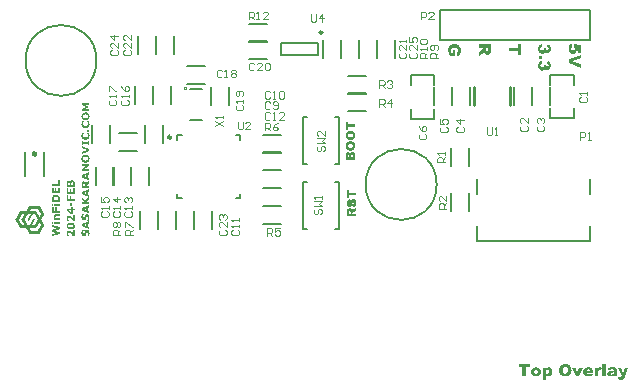
<source format=gbr>
%TF.GenerationSoftware,Altium Limited,Altium Designer,23.11.1 (41)*%
G04 Layer_Color=65535*
%FSLAX26Y26*%
%MOIN*%
%TF.SameCoordinates,9526E2AF-B100-4743-A6B5-6A4C7E8B4C09*%
%TF.FilePolarity,Positive*%
%TF.FileFunction,Legend,Top*%
%TF.Part,Single*%
G01*
G75*
%TA.AperFunction,NonConductor*%
%ADD37C,0.011811*%
%ADD38C,0.004724*%
%ADD46C,0.009842*%
%ADD47C,0.007874*%
%ADD48C,0.008000*%
%ADD49C,0.007000*%
%ADD50C,0.010000*%
%ADD51C,0.005906*%
%ADD52C,0.003937*%
G36*
X18459Y74103D02*
Y74143D01*
X18499D01*
Y74224D01*
X18540D01*
Y74305D01*
X18580D01*
Y74345D01*
X18620D01*
Y74426D01*
X18661D01*
Y74506D01*
X18701D01*
Y74587D01*
X18741D01*
Y74627D01*
X18782D01*
Y74708D01*
X18822D01*
Y74788D01*
X18862D01*
Y74869D01*
X18902D01*
Y74909D01*
X18943D01*
Y74990D01*
X18983D01*
Y75071D01*
X19023D01*
Y75151D01*
X19064D01*
Y75192D01*
X19104D01*
Y75272D01*
X19144D01*
Y75353D01*
X19185D01*
Y75393D01*
X19225D01*
Y75474D01*
X19265D01*
Y75554D01*
X19306D01*
Y75635D01*
X19346D01*
Y75675D01*
X19386D01*
Y75756D01*
X19427D01*
Y75837D01*
X19467D01*
Y75917D01*
X19507D01*
Y75957D01*
X19547D01*
Y76038D01*
X19588D01*
Y76119D01*
X19628D01*
Y76159D01*
X19668D01*
Y76240D01*
X19709D01*
Y76320D01*
X19749D01*
Y76401D01*
X19789D01*
Y76441D01*
X19830D01*
Y76522D01*
X19870D01*
Y76603D01*
X19910D01*
Y76683D01*
X19951D01*
Y76724D01*
X19991D01*
Y76804D01*
X20031D01*
Y76885D01*
X20072D01*
Y76965D01*
X20112D01*
Y77006D01*
X20152D01*
Y77086D01*
X20192D01*
Y77167D01*
X20233D01*
Y77207D01*
X20273D01*
Y77288D01*
X20313D01*
Y77368D01*
X20354D01*
Y77449D01*
X20394D01*
Y77489D01*
X20434D01*
Y77570D01*
X20475D01*
Y77651D01*
X20515D01*
Y77731D01*
X20555D01*
Y77772D01*
X20596D01*
Y77852D01*
X20636D01*
Y77933D01*
X20676D01*
Y78013D01*
X20717D01*
Y78054D01*
X20757D01*
Y78135D01*
X20797D01*
Y78215D01*
X20837D01*
Y78255D01*
X20878D01*
Y78336D01*
X20918D01*
Y78417D01*
X20959D01*
Y78497D01*
X20999D01*
Y78538D01*
X21039D01*
Y78618D01*
X21079D01*
Y78699D01*
X21120D01*
Y78779D01*
X21160D01*
Y78820D01*
X21200D01*
Y78900D01*
X21241D01*
Y78981D01*
X21281D01*
Y79021D01*
X21321D01*
Y79102D01*
X21362D01*
Y79183D01*
X21402D01*
Y79263D01*
X21442D01*
Y79304D01*
X21483D01*
Y79384D01*
X21523D01*
Y79465D01*
X21563D01*
Y79546D01*
X21604D01*
Y79586D01*
X21644D01*
Y79666D01*
X21684D01*
Y79747D01*
X21724D01*
Y79828D01*
X21765D01*
Y79868D01*
X21805D01*
Y79949D01*
X21845D01*
Y80029D01*
X21886D01*
Y80070D01*
X21926D01*
Y80150D01*
X21966D01*
Y80231D01*
X22007D01*
Y80311D01*
X22047D01*
Y80352D01*
X22087D01*
Y80432D01*
X22128D01*
Y80513D01*
X22168D01*
Y80594D01*
X22208D01*
Y80634D01*
X22248D01*
Y80715D01*
X22289D01*
Y80795D01*
X22329D01*
Y80876D01*
X22369D01*
Y80916D01*
X22410D01*
Y80997D01*
X22450D01*
Y81077D01*
X22490D01*
Y81118D01*
X22531D01*
Y81198D01*
X22571D01*
Y81279D01*
X22611D01*
Y81360D01*
X22652D01*
Y81400D01*
X22692D01*
Y81481D01*
X22732D01*
Y81561D01*
X22773D01*
Y81642D01*
X22813D01*
Y81682D01*
X22853D01*
Y81763D01*
X22893D01*
Y81843D01*
X22934D01*
Y81924D01*
X22974D01*
Y81964D01*
X23015D01*
Y82045D01*
X23055D01*
Y82126D01*
X23095D01*
Y82166D01*
X23135D01*
Y82246D01*
X23176D01*
Y82327D01*
X23216D01*
Y82408D01*
X23256D01*
Y82448D01*
X23297D01*
Y82529D01*
X23337D01*
Y82609D01*
X23377D01*
Y82690D01*
X23418D01*
Y82730D01*
X23458D01*
Y82811D01*
X23498D01*
Y82891D01*
X23539D01*
Y82932D01*
X23579D01*
Y83012D01*
X23619D01*
Y83093D01*
X23660D01*
Y83174D01*
X23700D01*
Y83214D01*
X23740D01*
Y83295D01*
X23780D01*
Y83375D01*
X23821D01*
Y83456D01*
X23861D01*
Y83496D01*
X23901D01*
Y83577D01*
X23942D01*
Y83657D01*
X23982D01*
Y83738D01*
X24022D01*
Y83778D01*
X24063D01*
Y83859D01*
X24103D01*
Y83940D01*
X24143D01*
Y83980D01*
X24184D01*
Y84061D01*
X24224D01*
Y84141D01*
X24264D01*
Y84222D01*
X24305D01*
Y84262D01*
X24345D01*
Y84343D01*
X24385D01*
Y84423D01*
X24425D01*
Y84504D01*
X24466D01*
Y84544D01*
X24506D01*
Y84625D01*
X24546D01*
Y84706D01*
X24587D01*
Y84786D01*
X24627D01*
Y84827D01*
X24667D01*
Y84907D01*
X24708D01*
Y84988D01*
X24748D01*
Y85028D01*
X24788D01*
Y85109D01*
X24829D01*
Y85189D01*
X24869D01*
Y85270D01*
X24909D01*
Y85310D01*
X24950D01*
Y85391D01*
X24990D01*
Y85472D01*
X25030D01*
Y85552D01*
X25070D01*
Y85593D01*
X25111D01*
Y85673D01*
X25151D01*
Y85754D01*
X25191D01*
Y85834D01*
X25232D01*
Y85875D01*
X25272D01*
Y85955D01*
X25312D01*
Y86036D01*
X25353D01*
Y86076D01*
X25393D01*
Y86157D01*
X25433D01*
Y86237D01*
X25474D01*
Y86318D01*
X25514D01*
Y86359D01*
X25554D01*
Y86439D01*
X25595D01*
Y86520D01*
X25635D01*
Y86600D01*
X25675D01*
Y86641D01*
X25715D01*
Y86721D01*
X25756D01*
Y86802D01*
X25796D01*
Y86842D01*
X25836D01*
Y86923D01*
X25877D01*
Y87004D01*
X25917D01*
Y87084D01*
X25957D01*
Y87124D01*
X25998D01*
Y87205D01*
X26038D01*
Y87286D01*
X26078D01*
Y87366D01*
X26119D01*
Y87407D01*
X26159D01*
Y87487D01*
X26199D01*
Y87568D01*
X26240D01*
Y87649D01*
X26280D01*
Y87689D01*
X26320D01*
Y87769D01*
X26360D01*
Y87850D01*
X26401D01*
Y87890D01*
X26441D01*
Y87971D01*
X26482D01*
Y88052D01*
X26522D01*
Y88132D01*
X26562D01*
Y88173D01*
X26602D01*
Y88253D01*
X26643D01*
Y88334D01*
X26683D01*
Y88415D01*
X26723D01*
Y88455D01*
X26764D01*
Y88535D01*
X26804D01*
Y88616D01*
X26844D01*
Y88697D01*
X26885D01*
Y88737D01*
X26925D01*
Y88818D01*
X26965D01*
Y88898D01*
X27006D01*
Y88939D01*
X27046D01*
Y89019D01*
X27086D01*
Y89100D01*
X27127D01*
Y89180D01*
X27167D01*
Y89221D01*
X27207D01*
Y89301D01*
X27247D01*
Y89382D01*
X27288D01*
Y89463D01*
X27328D01*
Y89503D01*
X27368D01*
Y89584D01*
X27409D01*
Y89664D01*
X27449D01*
Y89705D01*
X27489D01*
Y89785D01*
X27530D01*
Y89866D01*
X27570D01*
Y89947D01*
X27610D01*
Y89987D01*
X27651D01*
Y90067D01*
X27691D01*
Y90148D01*
X27731D01*
Y90229D01*
X27771D01*
Y90269D01*
X27812D01*
Y90350D01*
X27852D01*
Y90430D01*
X27892D01*
Y90511D01*
X27933D01*
Y90551D01*
X27973D01*
Y90632D01*
X28013D01*
Y90712D01*
X28054D01*
Y90753D01*
X28094D01*
Y90833D01*
X28134D01*
Y90914D01*
X28175D01*
Y90995D01*
X28215D01*
Y91035D01*
X28255D01*
Y91116D01*
X28296D01*
Y91196D01*
X28336D01*
Y91277D01*
X28376D01*
Y91317D01*
X28416D01*
Y91398D01*
X28457D01*
Y91478D01*
X28497D01*
Y91559D01*
X28538D01*
Y91599D01*
X28578D01*
Y91680D01*
X28618D01*
Y91760D01*
X28658D01*
Y91801D01*
X28699D01*
Y91882D01*
X28739D01*
Y91962D01*
X28779D01*
Y92043D01*
X28820D01*
Y92083D01*
X28860D01*
Y92164D01*
X28900D01*
Y92244D01*
X28941D01*
Y92325D01*
X28981D01*
Y92365D01*
X29021D01*
Y92446D01*
X29062D01*
Y92526D01*
X29102D01*
Y92607D01*
X29142D01*
Y92647D01*
X29183D01*
Y92728D01*
X29223D01*
Y92809D01*
X29263D01*
Y92849D01*
X29303D01*
Y92930D01*
X29344D01*
Y93010D01*
X29384D01*
Y93091D01*
X29424D01*
Y93131D01*
X29465D01*
Y93212D01*
X29505D01*
Y93293D01*
X29545D01*
Y93373D01*
X29586D01*
Y93413D01*
X29626D01*
Y93494D01*
X29666D01*
Y93575D01*
X29707D01*
Y93615D01*
X29747D01*
Y93696D01*
X29787D01*
Y93776D01*
X29828D01*
Y93857D01*
X29868D01*
Y93897D01*
X29908D01*
Y93978D01*
X29948D01*
Y94058D01*
X29989D01*
Y94139D01*
X30029D01*
Y94179D01*
X30069D01*
Y94260D01*
X30110D01*
Y94341D01*
X30150D01*
Y94421D01*
X30190D01*
Y94462D01*
X30231D01*
Y94542D01*
X30271D01*
Y94623D01*
X30311D01*
Y94663D01*
X30352D01*
Y94744D01*
X30392D01*
Y94825D01*
X30432D01*
Y94905D01*
X30473D01*
Y94945D01*
X30513D01*
Y95026D01*
X30553D01*
Y95107D01*
X30593D01*
Y95187D01*
X30634D01*
Y95228D01*
X30674D01*
Y95308D01*
X30715D01*
Y95389D01*
X30755D01*
Y95469D01*
X30795D01*
Y95510D01*
X30835D01*
Y95590D01*
X30876D01*
Y95671D01*
X30916D01*
Y95711D01*
X30956D01*
Y95792D01*
X30997D01*
Y95873D01*
X31037D01*
Y95953D01*
X31077D01*
Y95993D01*
X31118D01*
Y96074D01*
X31158D01*
Y96155D01*
X31198D01*
Y96235D01*
X31238D01*
Y96276D01*
X31279D01*
Y96356D01*
X31319D01*
Y96437D01*
X31360D01*
Y96518D01*
X31400D01*
Y96558D01*
X31440D01*
Y96639D01*
X31480D01*
Y96719D01*
X31521D01*
Y96760D01*
X31561D01*
Y96840D01*
X31601D01*
Y96921D01*
X31642D01*
Y97001D01*
X31682D01*
Y97042D01*
X31722D01*
Y97122D01*
X31763D01*
Y97203D01*
X31803D01*
Y97284D01*
X31843D01*
Y97324D01*
X31884D01*
Y97404D01*
X31924D01*
Y97485D01*
X31964D01*
Y97525D01*
X32005D01*
Y97606D01*
X32045D01*
Y97687D01*
X32085D01*
Y97767D01*
X32125D01*
Y97808D01*
X32166D01*
Y97888D01*
X32206D01*
Y97969D01*
X32246D01*
Y98049D01*
X32287D01*
Y98090D01*
X32327D01*
Y98171D01*
X32367D01*
Y98251D01*
X32408D01*
Y98332D01*
X32448D01*
Y98372D01*
X32488D01*
Y98453D01*
X32529D01*
Y98533D01*
X32569D01*
Y98574D01*
X32609D01*
Y98654D01*
X32650D01*
Y98735D01*
X32690D01*
Y98816D01*
X32730D01*
Y98856D01*
X32770D01*
Y98936D01*
X32811D01*
Y99017D01*
X32851D01*
Y99098D01*
X32891D01*
Y99138D01*
X32932D01*
Y99219D01*
X32972D01*
Y99299D01*
X33012D01*
Y99380D01*
X33053D01*
Y99420D01*
X33093D01*
Y99501D01*
X33133D01*
Y99582D01*
X33174D01*
Y99622D01*
X33214D01*
Y99702D01*
X33254D01*
Y99783D01*
X33294D01*
Y99864D01*
X33335D01*
Y99904D01*
X53814D01*
Y99985D01*
X53855D01*
Y100065D01*
X53895D01*
Y100146D01*
X53935D01*
Y100186D01*
X53976D01*
Y100267D01*
X54016D01*
Y100347D01*
X54056D01*
Y100428D01*
X54096D01*
Y100468D01*
X54137D01*
Y100549D01*
X54177D01*
Y100630D01*
X54218D01*
Y100710D01*
X54258D01*
Y100751D01*
X54298D01*
Y100831D01*
X54338D01*
Y100912D01*
X54379D01*
Y100992D01*
X54419D01*
Y101033D01*
X54459D01*
Y101113D01*
X54500D01*
Y101194D01*
X54540D01*
Y101275D01*
X54580D01*
Y101315D01*
X54621D01*
Y101396D01*
X54661D01*
Y101476D01*
X54701D01*
Y101557D01*
X54742D01*
Y101638D01*
X54782D01*
Y101678D01*
X54822D01*
Y101758D01*
X54862D01*
Y101839D01*
X54903D01*
Y101920D01*
X54943D01*
Y101960D01*
X54983D01*
Y102041D01*
X55024D01*
Y102121D01*
X55064D01*
Y102202D01*
X55104D01*
Y102242D01*
X55145D01*
Y102323D01*
X55185D01*
Y102403D01*
X55225D01*
Y102484D01*
X55266D01*
Y102524D01*
X55306D01*
Y102605D01*
X55346D01*
Y102686D01*
X55387D01*
Y102766D01*
X55427D01*
Y102807D01*
X55467D01*
Y102887D01*
X55508D01*
Y102968D01*
X55548D01*
Y103049D01*
X55588D01*
Y103089D01*
X55629D01*
Y103169D01*
X55669D01*
Y103250D01*
X55709D01*
Y103331D01*
X55749D01*
Y103371D01*
X55790D01*
Y103452D01*
X55830D01*
Y103532D01*
X55870D01*
Y103613D01*
X55911D01*
Y103653D01*
X55951D01*
Y103734D01*
X55991D01*
Y103814D01*
X56032D01*
Y103895D01*
X56072D01*
Y103935D01*
X56112D01*
Y104016D01*
X56153D01*
Y104097D01*
X56193D01*
Y104177D01*
X56233D01*
Y104218D01*
X56273D01*
Y104298D01*
X56314D01*
Y104379D01*
X56354D01*
Y104460D01*
X56394D01*
Y104500D01*
X56435D01*
Y104580D01*
X56475D01*
Y104661D01*
X56515D01*
Y104742D01*
X56556D01*
Y104822D01*
X56596D01*
Y104863D01*
X56636D01*
Y104943D01*
X56677D01*
Y105024D01*
X56717D01*
Y105105D01*
X56757D01*
Y105145D01*
X56797D01*
Y105225D01*
X56838D01*
Y105306D01*
X56878D01*
Y105387D01*
X56919D01*
Y105427D01*
X56959D01*
Y105508D01*
X56999D01*
Y105588D01*
X57039D01*
Y105669D01*
X57080D01*
Y105709D01*
X57120D01*
Y105790D01*
X57160D01*
Y105870D01*
X57201D01*
Y105951D01*
X57241D01*
Y105991D01*
X57281D01*
Y106072D01*
X57322D01*
Y106153D01*
X57362D01*
Y106233D01*
X57402D01*
Y106274D01*
X57443D01*
Y106354D01*
X57483D01*
Y106435D01*
X57523D01*
Y106516D01*
X57563D01*
Y106556D01*
X57604D01*
Y106636D01*
X57644D01*
Y106717D01*
X57684D01*
Y106798D01*
X57725D01*
Y106838D01*
X57765D01*
Y106919D01*
X57805D01*
Y106999D01*
X57846D01*
Y107080D01*
X57886D01*
Y107120D01*
X57926D01*
Y107201D01*
X57967D01*
Y107281D01*
X58007D01*
Y107362D01*
X58047D01*
Y107402D01*
X58088D01*
Y107483D01*
X58128D01*
Y107564D01*
X58168D01*
Y107644D01*
X58209D01*
Y107685D01*
X58249D01*
Y107765D01*
X58289D01*
Y107846D01*
X58330D01*
Y107926D01*
X58370D01*
Y108007D01*
X58410D01*
Y108047D01*
X58450D01*
Y108128D01*
X58491D01*
Y108209D01*
X58531D01*
Y108289D01*
X58571D01*
Y108330D01*
X58612D01*
Y108410D01*
X58652D01*
Y108491D01*
X58692D01*
Y108572D01*
X58733D01*
Y108612D01*
X58773D01*
Y108692D01*
X58813D01*
Y108773D01*
X58853D01*
Y108854D01*
X58894D01*
Y108894D01*
X58934D01*
Y108975D01*
X58974D01*
Y109055D01*
X59015D01*
Y109136D01*
X59055D01*
Y109176D01*
X59095D01*
Y109257D01*
X59136D01*
Y109338D01*
X59176D01*
Y109418D01*
X59216D01*
Y109458D01*
X59257D01*
Y109539D01*
X59297D01*
Y109620D01*
X59337D01*
Y109700D01*
X59378D01*
Y109741D01*
X59418D01*
Y109821D01*
X59458D01*
Y109902D01*
X59499D01*
Y109983D01*
X59539D01*
Y110023D01*
X59579D01*
Y110103D01*
X59620D01*
Y110184D01*
X59660D01*
Y110265D01*
X59700D01*
Y110305D01*
X59740D01*
Y110386D01*
X59781D01*
Y110466D01*
X59821D01*
Y110547D01*
X59861D01*
Y110587D01*
X59902D01*
Y110668D01*
X59942D01*
Y110748D01*
X59982D01*
Y110829D01*
X60023D01*
Y110869D01*
X60063D01*
Y110950D01*
X60103D01*
Y111031D01*
X60144D01*
Y111111D01*
X60184D01*
Y111152D01*
X60224D01*
Y111232D01*
X60265D01*
Y111313D01*
X60305D01*
Y111393D01*
X60345D01*
Y111474D01*
X60386D01*
Y111514D01*
X60426D01*
Y111595D01*
X60466D01*
Y111676D01*
X60507D01*
Y111756D01*
X60547D01*
Y111797D01*
X60587D01*
Y111877D01*
X60627D01*
Y111958D01*
X60668D01*
Y112038D01*
X60708D01*
Y112079D01*
X60748D01*
Y112159D01*
X60789D01*
Y112240D01*
X60829D01*
Y112321D01*
X60869D01*
Y112361D01*
X60910D01*
Y112442D01*
X60950D01*
Y112522D01*
X60990D01*
Y112603D01*
X61031D01*
Y112643D01*
X61071D01*
Y112724D01*
X61111D01*
Y112805D01*
X61151D01*
Y112885D01*
X61192D01*
Y112925D01*
X61232D01*
Y113006D01*
X61272D01*
Y113087D01*
X61313D01*
Y113167D01*
X61353D01*
Y113208D01*
X61393D01*
Y113288D01*
X61434D01*
Y113369D01*
X61474D01*
Y113450D01*
X61514D01*
Y113490D01*
X61555D01*
Y113570D01*
X61595D01*
Y113651D01*
X61635D01*
Y113732D01*
X61675D01*
Y113772D01*
X61716D01*
Y113853D01*
X61756D01*
Y113933D01*
X61797D01*
Y114014D01*
X61837D01*
Y114054D01*
X61877D01*
Y114135D01*
X61917D01*
Y114215D01*
X61958D01*
Y114296D01*
X61998D01*
Y114336D01*
X62038D01*
Y114417D01*
X62079D01*
Y114498D01*
X62119D01*
Y114578D01*
X62159D01*
Y114659D01*
X62200D01*
Y114699D01*
X62240D01*
Y114780D01*
X62280D01*
Y114861D01*
X62321D01*
Y114941D01*
X62361D01*
Y114981D01*
X62401D01*
Y115062D01*
X62441D01*
Y115143D01*
X62482D01*
Y115223D01*
X62522D01*
Y115264D01*
X62562D01*
Y115344D01*
X62603D01*
Y115425D01*
X62643D01*
Y115505D01*
X62683D01*
Y115546D01*
X62724D01*
Y115626D01*
X62764D01*
Y115707D01*
X62804D01*
Y115788D01*
X62845D01*
Y115828D01*
X62885D01*
Y115909D01*
X62925D01*
Y115989D01*
X62966D01*
Y116070D01*
X63006D01*
Y116110D01*
X63046D01*
Y116191D01*
X63087D01*
Y116271D01*
X63127D01*
Y116352D01*
X63167D01*
Y116392D01*
X63207D01*
Y116473D01*
X63248D01*
Y116554D01*
X63288D01*
Y116634D01*
X63328D01*
Y116675D01*
X63369D01*
Y116755D01*
X63409D01*
Y116836D01*
X63449D01*
Y116916D01*
X63490D01*
Y116957D01*
X63530D01*
Y117037D01*
X63570D01*
Y117118D01*
X63611D01*
Y117199D01*
X63651D01*
Y117239D01*
X63691D01*
Y117320D01*
X63732D01*
Y117400D01*
X63772D01*
Y117481D01*
X63812D01*
Y117521D01*
X63852D01*
Y117602D01*
X63893D01*
Y117682D01*
X63933D01*
Y117763D01*
X63973D01*
Y117844D01*
X64014D01*
Y117884D01*
X64054D01*
Y117965D01*
X64094D01*
Y118005D01*
X64135D01*
Y118045D01*
X97877D01*
Y118005D01*
X97918D01*
Y117965D01*
X97958D01*
Y117884D01*
X97998D01*
Y117803D01*
X98039D01*
Y117723D01*
X98079D01*
Y117682D01*
X98119D01*
Y117602D01*
X98160D01*
Y117521D01*
X98200D01*
Y117441D01*
X98240D01*
Y117400D01*
X98281D01*
Y117320D01*
X98321D01*
Y117239D01*
X98361D01*
Y117158D01*
X98401D01*
Y117118D01*
X98442D01*
Y117037D01*
X98482D01*
Y116957D01*
X98522D01*
Y116876D01*
X98563D01*
Y116796D01*
X98603D01*
Y116755D01*
X98643D01*
Y116675D01*
X98684D01*
Y116594D01*
X98724D01*
Y116513D01*
X98764D01*
Y116473D01*
X98805D01*
Y116392D01*
X98845D01*
Y116312D01*
X98885D01*
Y116231D01*
X98926D01*
Y116150D01*
X98966D01*
Y116110D01*
X99006D01*
Y116029D01*
X99047D01*
Y115949D01*
X99087D01*
Y115868D01*
X99127D01*
Y115828D01*
X99168D01*
Y115747D01*
X99208D01*
Y115667D01*
X99248D01*
Y115586D01*
X99288D01*
Y115546D01*
X99329D01*
Y115465D01*
X99369D01*
Y115385D01*
X99409D01*
Y115304D01*
X99450D01*
Y115223D01*
X99490D01*
Y115183D01*
X99530D01*
Y115102D01*
X99571D01*
Y115022D01*
X99611D01*
Y114941D01*
X99651D01*
Y114901D01*
X99692D01*
Y114820D01*
X99732D01*
Y114740D01*
X99772D01*
Y114659D01*
X99812D01*
Y114578D01*
X99853D01*
Y114538D01*
X99893D01*
Y114457D01*
X99933D01*
Y114377D01*
X99974D01*
Y114296D01*
X100014D01*
Y114256D01*
X100054D01*
Y114175D01*
X100095D01*
Y114094D01*
X100135D01*
Y114014D01*
X100175D01*
Y113933D01*
X100216D01*
Y113893D01*
X100256D01*
Y113812D01*
X100296D01*
Y113732D01*
X100337D01*
Y113651D01*
X100377D01*
Y113611D01*
X100417D01*
Y113530D01*
X100457D01*
Y113450D01*
X100498D01*
Y113369D01*
X100538D01*
Y113329D01*
X100578D01*
Y113248D01*
X100619D01*
Y113167D01*
X100659D01*
Y113087D01*
X100699D01*
Y113006D01*
X100740D01*
Y112966D01*
X100780D01*
Y112885D01*
X100820D01*
Y112805D01*
X100861D01*
Y112724D01*
X100901D01*
Y112683D01*
X100941D01*
Y112603D01*
X100982D01*
Y112522D01*
X101022D01*
Y112442D01*
X101062D01*
Y112361D01*
X101103D01*
Y112321D01*
X101143D01*
Y112240D01*
X101183D01*
Y112159D01*
X101224D01*
Y112079D01*
X101264D01*
Y112038D01*
X101304D01*
Y111958D01*
X101344D01*
Y111877D01*
X101385D01*
Y111797D01*
X101425D01*
Y111716D01*
X101465D01*
Y111676D01*
X101506D01*
Y111595D01*
X101546D01*
Y111514D01*
X101586D01*
Y111434D01*
X101627D01*
Y111393D01*
X101667D01*
Y111313D01*
X101707D01*
Y111232D01*
X101748D01*
Y111152D01*
X101788D01*
Y111111D01*
X101828D01*
Y111031D01*
X101868D01*
Y110950D01*
X101909D01*
Y110869D01*
X101949D01*
Y110789D01*
X101990D01*
Y110748D01*
X102030D01*
Y110668D01*
X102070D01*
Y110587D01*
X102110D01*
Y110507D01*
X102151D01*
Y110466D01*
X102191D01*
Y110386D01*
X102231D01*
Y110305D01*
X102272D01*
Y110224D01*
X102312D01*
Y110144D01*
X102352D01*
Y110103D01*
X102393D01*
Y110023D01*
X102433D01*
Y109942D01*
X102473D01*
Y109862D01*
X102514D01*
Y109821D01*
X102554D01*
Y109741D01*
X102594D01*
Y109660D01*
X102635D01*
Y109579D01*
X102675D01*
Y109539D01*
X102715D01*
Y109458D01*
X102755D01*
Y109378D01*
X102796D01*
Y109297D01*
X102836D01*
Y109216D01*
X102876D01*
Y109176D01*
X102917D01*
Y109096D01*
X102957D01*
Y109015D01*
X102997D01*
Y108934D01*
X103038D01*
Y108894D01*
X103078D01*
Y108813D01*
X103118D01*
Y108733D01*
X103159D01*
Y108652D01*
X103199D01*
Y108572D01*
X103239D01*
Y108531D01*
X103279D01*
Y108451D01*
X103320D01*
Y108370D01*
X103360D01*
Y108289D01*
X103400D01*
Y108249D01*
X103441D01*
Y108168D01*
X103481D01*
Y108088D01*
X103521D01*
Y108007D01*
X103562D01*
Y107926D01*
X103602D01*
Y107886D01*
X103642D01*
Y107805D01*
X103683D01*
Y107725D01*
X103723D01*
Y107644D01*
X103763D01*
Y107604D01*
X103804D01*
Y107523D01*
X103844D01*
Y107443D01*
X103884D01*
Y107362D01*
X103924D01*
Y107322D01*
X103965D01*
Y107241D01*
X104005D01*
Y107160D01*
X104046D01*
Y107080D01*
X104086D01*
Y106999D01*
X104126D01*
Y106959D01*
X104166D01*
Y106878D01*
X104207D01*
Y106798D01*
X104247D01*
Y106717D01*
X104287D01*
Y106677D01*
X104328D01*
Y106596D01*
X104368D01*
Y106516D01*
X104408D01*
Y106435D01*
X104449D01*
Y106354D01*
X104489D01*
Y106314D01*
X104529D01*
Y106233D01*
X104570D01*
Y106153D01*
X104610D01*
Y106072D01*
X104650D01*
Y106032D01*
X104691D01*
Y105951D01*
X104731D01*
Y105870D01*
X104771D01*
Y105790D01*
X104811D01*
Y105709D01*
X104852D01*
Y105669D01*
X104892D01*
Y105588D01*
X104932D01*
Y105508D01*
X104973D01*
Y105427D01*
X105013D01*
Y105387D01*
X105053D01*
Y105306D01*
X105094D01*
Y105225D01*
X105134D01*
Y105145D01*
X105174D01*
Y105105D01*
X105215D01*
Y105024D01*
X105255D01*
Y104943D01*
X105295D01*
Y104863D01*
X105335D01*
Y104782D01*
X105376D01*
Y104742D01*
X105416D01*
Y104661D01*
X105456D01*
Y104580D01*
X105497D01*
Y104500D01*
X105537D01*
Y104460D01*
X105577D01*
Y104379D01*
X105618D01*
Y104298D01*
X105658D01*
Y104218D01*
X105698D01*
Y104137D01*
X105739D01*
Y104097D01*
X105779D01*
Y104016D01*
X105819D01*
Y103935D01*
X105860D01*
Y103855D01*
X105900D01*
Y103814D01*
X105940D01*
Y103734D01*
X105981D01*
Y103653D01*
X106021D01*
Y103573D01*
X106061D01*
Y103532D01*
X106101D01*
Y103452D01*
X106142D01*
Y103371D01*
X106182D01*
Y103290D01*
X106222D01*
Y103210D01*
X106263D01*
Y103169D01*
X106303D01*
Y103089D01*
X106343D01*
Y103008D01*
X106384D01*
Y102927D01*
X106424D01*
Y102887D01*
X106464D01*
Y102807D01*
X106505D01*
Y102726D01*
X106545D01*
Y102645D01*
X106585D01*
Y102565D01*
X106626D01*
Y102524D01*
X106666D01*
Y102444D01*
X106706D01*
Y102363D01*
X106746D01*
Y102282D01*
X106787D01*
Y102242D01*
X106827D01*
Y102162D01*
X106867D01*
Y102081D01*
X106908D01*
Y102000D01*
X106948D01*
Y101920D01*
X106988D01*
Y101879D01*
X107029D01*
Y101799D01*
X107069D01*
Y101718D01*
X107109D01*
Y101638D01*
X107150D01*
Y101597D01*
X107190D01*
Y101516D01*
X107230D01*
Y101436D01*
X107271D01*
Y101355D01*
X107311D01*
Y101315D01*
X107351D01*
Y101234D01*
X107391D01*
Y101154D01*
X107432D01*
Y101073D01*
X107472D01*
Y100992D01*
X107513D01*
Y100952D01*
X107553D01*
Y100871D01*
X107593D01*
Y100791D01*
X107633D01*
Y100710D01*
X107674D01*
Y100670D01*
X107714D01*
Y100589D01*
X107754D01*
Y100509D01*
X107795D01*
Y100428D01*
X107835D01*
Y100347D01*
X107875D01*
Y100307D01*
X107916D01*
Y100227D01*
X107956D01*
Y100146D01*
X107996D01*
Y100065D01*
X108037D01*
Y100025D01*
X108077D01*
Y99944D01*
X108117D01*
Y99864D01*
X108157D01*
Y99783D01*
X108198D01*
Y99702D01*
X108238D01*
Y99662D01*
X108278D01*
Y99582D01*
X108319D01*
Y99501D01*
X108359D01*
Y99420D01*
X108399D01*
Y99380D01*
X108440D01*
Y99299D01*
X108480D01*
Y99219D01*
X108520D01*
Y99138D01*
X108561D01*
Y99098D01*
X108601D01*
Y99017D01*
X108641D01*
Y98936D01*
X108682D01*
Y98856D01*
X108722D01*
Y98775D01*
X108762D01*
Y98735D01*
X108802D01*
Y98654D01*
X108843D01*
Y98574D01*
X108883D01*
Y98493D01*
X108924D01*
Y98453D01*
X108964D01*
Y98372D01*
X109004D01*
Y98291D01*
X109044D01*
Y98211D01*
X109085D01*
Y98130D01*
X109125D01*
Y98090D01*
X109165D01*
Y98009D01*
X109206D01*
Y97929D01*
X109246D01*
Y97848D01*
X109286D01*
Y97808D01*
X109327D01*
Y97727D01*
X109367D01*
Y97646D01*
X109407D01*
Y97566D01*
X109448D01*
Y97485D01*
X109488D01*
Y97445D01*
X109528D01*
Y97364D01*
X109569D01*
Y97284D01*
X109609D01*
Y97203D01*
X109649D01*
Y97163D01*
X109689D01*
Y97082D01*
X109730D01*
Y97001D01*
X109770D01*
Y96921D01*
X109810D01*
Y96880D01*
X109851D01*
Y96800D01*
X109891D01*
Y96719D01*
X109931D01*
Y96639D01*
X109972D01*
Y96558D01*
X110012D01*
Y96518D01*
X110052D01*
Y96437D01*
X110093D01*
Y96356D01*
X110133D01*
Y96276D01*
X110173D01*
Y96235D01*
X110213D01*
Y96155D01*
X110254D01*
Y96074D01*
X110294D01*
Y95993D01*
X110334D01*
Y95913D01*
X110375D01*
Y95873D01*
X110415D01*
Y95792D01*
X110455D01*
Y95711D01*
X110496D01*
Y95631D01*
X110536D01*
Y95590D01*
X110576D01*
Y95510D01*
X110617D01*
Y95429D01*
X110657D01*
Y95349D01*
X110697D01*
Y95308D01*
X110738D01*
Y95228D01*
X110778D01*
Y95147D01*
X110818D01*
Y95066D01*
X110859D01*
Y94986D01*
X110899D01*
Y94945D01*
X110939D01*
Y94865D01*
X110980D01*
Y94784D01*
X111020D01*
Y94704D01*
X111060D01*
Y94663D01*
X111100D01*
Y94583D01*
X111141D01*
Y94502D01*
X111181D01*
Y94421D01*
X111221D01*
Y94341D01*
X111262D01*
Y94300D01*
X111302D01*
Y94220D01*
X111342D01*
Y94139D01*
X111383D01*
Y94058D01*
X111423D01*
Y94018D01*
X111463D01*
Y93938D01*
X111504D01*
Y93857D01*
X111544D01*
Y93776D01*
X111584D01*
Y93696D01*
X111624D01*
Y93655D01*
X111665D01*
Y93575D01*
X111705D01*
Y93494D01*
X111745D01*
Y93413D01*
X111786D01*
Y93373D01*
X111826D01*
Y93293D01*
X111866D01*
Y93212D01*
X111907D01*
Y93131D01*
X111947D01*
Y93091D01*
X111987D01*
Y93010D01*
X112028D01*
Y92930D01*
X112068D01*
Y92849D01*
X112108D01*
Y92768D01*
X112149D01*
Y92728D01*
X112189D01*
Y92647D01*
X112229D01*
Y92567D01*
X112269D01*
Y92486D01*
X112310D01*
Y92446D01*
X112350D01*
Y92365D01*
X112390D01*
Y92285D01*
X112431D01*
Y92204D01*
X112471D01*
Y92123D01*
X112511D01*
Y92083D01*
X112552D01*
Y92002D01*
X112592D01*
Y91922D01*
X112632D01*
Y91841D01*
X112673D01*
Y91801D01*
X112713D01*
Y91720D01*
X112753D01*
Y91640D01*
X112794D01*
Y91559D01*
X112834D01*
Y91478D01*
X112874D01*
Y91438D01*
X112915D01*
Y91357D01*
X112955D01*
Y91277D01*
X112995D01*
Y91196D01*
X113035D01*
Y91156D01*
X113076D01*
Y91075D01*
X113116D01*
Y90995D01*
X113156D01*
Y90914D01*
X113197D01*
Y90874D01*
X113237D01*
Y90793D01*
X113277D01*
Y90712D01*
X113318D01*
Y90632D01*
X113358D01*
Y90551D01*
X113398D01*
Y90511D01*
X113439D01*
Y90430D01*
X113479D01*
Y90350D01*
X113519D01*
Y90269D01*
X113560D01*
Y90229D01*
X113600D01*
Y90148D01*
X113640D01*
Y90067D01*
X113680D01*
Y89987D01*
X113721D01*
Y89906D01*
X113761D01*
Y89866D01*
X113801D01*
Y89785D01*
X113842D01*
Y89664D01*
X113801D01*
Y89584D01*
X113761D01*
Y89543D01*
X113721D01*
Y89463D01*
X113680D01*
Y89382D01*
X113640D01*
Y89301D01*
X113600D01*
Y89261D01*
X113560D01*
Y89180D01*
X113519D01*
Y89100D01*
X113479D01*
Y89060D01*
X113439D01*
Y88979D01*
X113398D01*
Y88898D01*
X113358D01*
Y88858D01*
X113318D01*
Y88777D01*
X113277D01*
Y88697D01*
X113237D01*
Y88616D01*
X113197D01*
Y88576D01*
X113156D01*
Y88495D01*
X113116D01*
Y88415D01*
X113076D01*
Y88374D01*
X113035D01*
Y88294D01*
X112995D01*
Y88213D01*
X112955D01*
Y88173D01*
X112915D01*
Y88092D01*
X112874D01*
Y88011D01*
X112834D01*
Y87971D01*
X112794D01*
Y87890D01*
X112753D01*
Y87810D01*
X112713D01*
Y87729D01*
X112673D01*
Y87689D01*
X112632D01*
Y87608D01*
X112592D01*
Y87528D01*
X112552D01*
Y87487D01*
X112511D01*
Y87407D01*
X112471D01*
Y87326D01*
X112431D01*
Y87286D01*
X112390D01*
Y87205D01*
X112350D01*
Y87124D01*
X112310D01*
Y87044D01*
X112269D01*
Y87004D01*
X112229D01*
Y86923D01*
X112189D01*
Y86842D01*
X112149D01*
Y86802D01*
X112108D01*
Y86721D01*
X112068D01*
Y86641D01*
X112028D01*
Y86600D01*
X111987D01*
Y86520D01*
X111947D01*
Y86439D01*
X111907D01*
Y86399D01*
X111866D01*
Y86318D01*
X111826D01*
Y86237D01*
X111786D01*
Y86157D01*
X111745D01*
Y86117D01*
X111705D01*
Y86036D01*
X111665D01*
Y85955D01*
X111624D01*
Y85915D01*
X111584D01*
Y85834D01*
X111544D01*
Y85754D01*
X111504D01*
Y85713D01*
X111463D01*
Y85633D01*
X111423D01*
Y85552D01*
X111383D01*
Y85472D01*
X111342D01*
Y85431D01*
X111302D01*
Y85351D01*
X111262D01*
Y85270D01*
X111221D01*
Y85230D01*
X111181D01*
Y85149D01*
X111141D01*
Y85069D01*
X111100D01*
Y85028D01*
X111060D01*
Y84948D01*
X111020D01*
Y84867D01*
X110980D01*
Y84786D01*
X110939D01*
Y84746D01*
X110899D01*
Y84665D01*
X110859D01*
Y84585D01*
X110818D01*
Y84544D01*
X110778D01*
Y84464D01*
X110738D01*
Y84383D01*
X110697D01*
Y84343D01*
X110657D01*
Y84262D01*
X110617D01*
Y84182D01*
X110576D01*
Y84141D01*
X110536D01*
Y84061D01*
X110496D01*
Y83980D01*
X110455D01*
Y83899D01*
X110415D01*
Y83859D01*
X110375D01*
Y83778D01*
X110334D01*
Y83698D01*
X110294D01*
Y83657D01*
X110254D01*
Y83577D01*
X110213D01*
Y83496D01*
X110173D01*
Y83456D01*
X110133D01*
Y83375D01*
X110093D01*
Y83295D01*
X110052D01*
Y83214D01*
X110012D01*
Y83174D01*
X109972D01*
Y83093D01*
X109931D01*
Y83012D01*
X109891D01*
Y82972D01*
X109851D01*
Y82891D01*
X109810D01*
Y82811D01*
X109770D01*
Y82771D01*
X109730D01*
Y82690D01*
X109689D01*
Y82609D01*
X109649D01*
Y82569D01*
X109609D01*
Y82488D01*
X109569D01*
Y82408D01*
X109528D01*
Y82327D01*
X109488D01*
Y82287D01*
X109448D01*
Y82206D01*
X109407D01*
Y82126D01*
X109367D01*
Y82085D01*
X109327D01*
Y82005D01*
X109286D01*
Y81924D01*
X109246D01*
Y81884D01*
X109206D01*
Y81803D01*
X109165D01*
Y81722D01*
X109125D01*
Y81642D01*
X109085D01*
Y81602D01*
X109044D01*
Y81521D01*
X109004D01*
Y81440D01*
X108964D01*
Y81400D01*
X108924D01*
Y81319D01*
X108883D01*
Y81239D01*
X108843D01*
Y81198D01*
X108802D01*
Y81118D01*
X108762D01*
Y81037D01*
X108722D01*
Y80997D01*
X108682D01*
Y80916D01*
X108641D01*
Y80835D01*
X108601D01*
Y80755D01*
X108561D01*
Y80715D01*
X108520D01*
Y80634D01*
X108480D01*
Y80553D01*
X108440D01*
Y80513D01*
X108399D01*
Y80432D01*
X108359D01*
Y80352D01*
X108319D01*
Y80311D01*
X108278D01*
Y80231D01*
X108238D01*
Y80150D01*
X108198D01*
Y80070D01*
X108157D01*
Y80029D01*
X108117D01*
Y79949D01*
X108077D01*
Y79868D01*
X108037D01*
Y79828D01*
X107996D01*
Y79747D01*
X107956D01*
Y79666D01*
X107916D01*
Y79626D01*
X107875D01*
Y79546D01*
X107835D01*
Y79465D01*
X107795D01*
Y79424D01*
X107754D01*
Y79344D01*
X107714D01*
Y79263D01*
X107674D01*
Y79183D01*
X107633D01*
Y79142D01*
X107593D01*
Y79062D01*
X107553D01*
Y78981D01*
X107513D01*
Y78941D01*
X107472D01*
Y78860D01*
X107432D01*
Y78779D01*
X107391D01*
Y78739D01*
X107351D01*
Y78659D01*
X107311D01*
Y78578D01*
X107271D01*
Y78497D01*
X107230D01*
Y78457D01*
X107190D01*
Y78376D01*
X107150D01*
Y78296D01*
X107109D01*
Y78255D01*
X107069D01*
Y78175D01*
X107029D01*
Y78094D01*
X106988D01*
Y78054D01*
X106948D01*
Y77973D01*
X106908D01*
Y77893D01*
X106867D01*
Y77852D01*
X106827D01*
Y77772D01*
X106787D01*
Y77691D01*
X106746D01*
Y77610D01*
X106706D01*
Y77570D01*
X106666D01*
Y77489D01*
X106626D01*
Y77409D01*
X106585D01*
Y77368D01*
X106545D01*
Y77288D01*
X106505D01*
Y77207D01*
X106464D01*
Y77167D01*
X106424D01*
Y77086D01*
X106384D01*
Y77006D01*
X106343D01*
Y76925D01*
X106303D01*
Y76885D01*
X106263D01*
Y76804D01*
X106222D01*
Y76724D01*
X106182D01*
Y76683D01*
X106142D01*
Y76603D01*
X106101D01*
Y76522D01*
X106061D01*
Y76482D01*
X106021D01*
Y76401D01*
X105981D01*
Y76320D01*
X105940D01*
Y76280D01*
X105900D01*
Y76199D01*
X105860D01*
Y76119D01*
X105819D01*
Y76038D01*
X105779D01*
Y75998D01*
X105739D01*
Y75917D01*
X105698D01*
Y75837D01*
X105658D01*
Y75796D01*
X105618D01*
Y75716D01*
X105577D01*
Y75635D01*
X105537D01*
Y75595D01*
X105497D01*
Y75514D01*
X105456D01*
Y75433D01*
X105416D01*
Y75353D01*
X105376D01*
Y75312D01*
X105335D01*
Y75232D01*
X105295D01*
Y75151D01*
X105255D01*
Y75111D01*
X105215D01*
Y75030D01*
X105174D01*
Y74950D01*
X105134D01*
Y74909D01*
X105094D01*
Y74829D01*
X105053D01*
Y74748D01*
X105013D01*
Y74708D01*
X104973D01*
Y74627D01*
X104932D01*
Y74546D01*
X104892D01*
Y74466D01*
X104852D01*
Y74426D01*
X104811D01*
Y74345D01*
X104771D01*
Y74264D01*
X104731D01*
Y74224D01*
X104691D01*
Y74143D01*
X104650D01*
Y74063D01*
X104610D01*
Y74022D01*
X104570D01*
Y73942D01*
X104529D01*
Y73861D01*
X104489D01*
Y73781D01*
X104449D01*
Y73740D01*
X104408D01*
Y73660D01*
X104368D01*
Y73579D01*
X104328D01*
Y73539D01*
X104287D01*
Y73458D01*
X104247D01*
Y73377D01*
X104207D01*
Y73337D01*
X104166D01*
Y73257D01*
X104126D01*
Y73176D01*
X104086D01*
Y73136D01*
X104046D01*
Y73055D01*
X104005D01*
Y72974D01*
X103965D01*
Y72894D01*
X103924D01*
Y72853D01*
X103884D01*
Y72773D01*
X103844D01*
Y72692D01*
X103804D01*
Y72652D01*
X103763D01*
Y72571D01*
X103723D01*
Y72490D01*
X103683D01*
Y72450D01*
X103642D01*
Y72370D01*
X103602D01*
Y72289D01*
X103562D01*
Y72208D01*
X103521D01*
Y72168D01*
X103481D01*
Y72087D01*
X103441D01*
Y72007D01*
X103400D01*
Y71966D01*
X103360D01*
Y71886D01*
X103320D01*
Y71805D01*
X103279D01*
Y71765D01*
X103239D01*
Y71684D01*
X103199D01*
Y71604D01*
X103159D01*
Y71523D01*
X103199D01*
Y71442D01*
X103239D01*
Y71362D01*
X103279D01*
Y71321D01*
X103320D01*
Y71241D01*
X103360D01*
Y71160D01*
X103400D01*
Y71120D01*
X103441D01*
Y71039D01*
X103481D01*
Y70959D01*
X103521D01*
Y70918D01*
X103562D01*
Y70838D01*
X103602D01*
Y70757D01*
X103642D01*
Y70717D01*
X103683D01*
Y70636D01*
X103723D01*
Y70555D01*
X103763D01*
Y70515D01*
X103804D01*
Y70434D01*
X103844D01*
Y70354D01*
X103884D01*
Y70314D01*
X103924D01*
Y70233D01*
X103965D01*
Y70152D01*
X104005D01*
Y70112D01*
X104046D01*
Y70031D01*
X104086D01*
Y69951D01*
X104126D01*
Y69910D01*
X104166D01*
Y69830D01*
X104207D01*
Y69749D01*
X104247D01*
Y69709D01*
X104287D01*
Y69628D01*
X104328D01*
Y69548D01*
X104368D01*
Y69507D01*
X104408D01*
Y69427D01*
X104449D01*
Y69346D01*
X104489D01*
Y69306D01*
X104529D01*
Y69225D01*
X104570D01*
Y69144D01*
X104610D01*
Y69104D01*
X104650D01*
Y69023D01*
X104691D01*
Y68943D01*
X104731D01*
Y68903D01*
X104771D01*
Y68822D01*
X104811D01*
Y68741D01*
X104852D01*
Y68701D01*
X104892D01*
Y68620D01*
X104932D01*
Y68540D01*
X104973D01*
Y68499D01*
X105013D01*
Y68419D01*
X105053D01*
Y68338D01*
X105094D01*
Y68298D01*
X105134D01*
Y68217D01*
X105174D01*
Y68137D01*
X105215D01*
Y68096D01*
X105255D01*
Y68016D01*
X105295D01*
Y67935D01*
X105335D01*
Y67895D01*
X105376D01*
Y67814D01*
X105416D01*
Y67734D01*
X105456D01*
Y67693D01*
X105497D01*
Y67612D01*
X105537D01*
Y67532D01*
X105577D01*
Y67492D01*
X105618D01*
Y67411D01*
X105658D01*
Y67330D01*
X105698D01*
Y67290D01*
X105739D01*
Y67209D01*
X105779D01*
Y67129D01*
X105819D01*
Y67088D01*
X105860D01*
Y67008D01*
X105900D01*
Y66927D01*
X105940D01*
Y66887D01*
X105981D01*
Y66806D01*
X106021D01*
Y66726D01*
X106061D01*
Y66685D01*
X106101D01*
Y66605D01*
X106142D01*
Y66524D01*
X106182D01*
Y66484D01*
X106222D01*
Y66403D01*
X106263D01*
Y66323D01*
X106303D01*
Y66282D01*
X106343D01*
Y66202D01*
X106384D01*
Y66121D01*
X106424D01*
Y66081D01*
X106464D01*
Y66000D01*
X106505D01*
Y65919D01*
X106545D01*
Y65879D01*
X106585D01*
Y65798D01*
X106626D01*
Y65718D01*
X106666D01*
Y65637D01*
X106706D01*
Y65597D01*
X106746D01*
Y65516D01*
X106787D01*
Y65436D01*
X106827D01*
Y65395D01*
X106867D01*
Y65315D01*
X106908D01*
Y65234D01*
X106948D01*
Y65194D01*
X106988D01*
Y65113D01*
X107029D01*
Y65032D01*
X107069D01*
Y64992D01*
X107109D01*
Y64912D01*
X107150D01*
Y64831D01*
X107190D01*
Y64791D01*
X107230D01*
Y64710D01*
X107271D01*
Y64629D01*
X107311D01*
Y64589D01*
X107351D01*
Y64508D01*
X107391D01*
Y64428D01*
X107432D01*
Y64387D01*
X107472D01*
Y64307D01*
X107513D01*
Y64226D01*
X107553D01*
Y64186D01*
X107593D01*
Y64105D01*
X107633D01*
Y64025D01*
X107674D01*
Y63984D01*
X107714D01*
Y63904D01*
X107754D01*
Y63823D01*
X107795D01*
Y63783D01*
X107835D01*
Y63702D01*
X107875D01*
Y63621D01*
X107916D01*
Y63581D01*
X107956D01*
Y63501D01*
X107996D01*
Y63420D01*
X108037D01*
Y63380D01*
X108077D01*
Y63299D01*
X108117D01*
Y63218D01*
X108157D01*
Y63178D01*
X108198D01*
Y63097D01*
X108238D01*
Y63017D01*
X108278D01*
Y62976D01*
X108319D01*
Y62896D01*
X108359D01*
Y62815D01*
X108399D01*
Y62775D01*
X108440D01*
Y62694D01*
X108480D01*
Y62614D01*
X108520D01*
Y62573D01*
X108561D01*
Y62493D01*
X108601D01*
Y62412D01*
X108641D01*
Y62372D01*
X108682D01*
Y62291D01*
X108722D01*
Y62211D01*
X108762D01*
Y62170D01*
X108802D01*
Y62090D01*
X108843D01*
Y62009D01*
X108883D01*
Y61969D01*
X108924D01*
Y61888D01*
X108964D01*
Y61807D01*
X109004D01*
Y61767D01*
X109044D01*
Y61686D01*
X109085D01*
Y61606D01*
X109125D01*
Y61566D01*
X109165D01*
Y61485D01*
X109206D01*
Y61404D01*
X109246D01*
Y61364D01*
X109286D01*
Y61283D01*
X109327D01*
Y61203D01*
X109367D01*
Y61162D01*
X109407D01*
Y61082D01*
X109448D01*
Y61001D01*
X109488D01*
Y60961D01*
X109528D01*
Y60880D01*
X109569D01*
Y60800D01*
X109609D01*
Y60759D01*
X109649D01*
Y60678D01*
X109689D01*
Y60598D01*
X109730D01*
Y60558D01*
X109770D01*
Y60477D01*
X109810D01*
Y60396D01*
X109851D01*
Y60356D01*
X109891D01*
Y60275D01*
X109931D01*
Y60195D01*
X109972D01*
Y60154D01*
X110012D01*
Y60074D01*
X110052D01*
Y59993D01*
X110093D01*
Y59913D01*
X110133D01*
Y59872D01*
X110173D01*
Y59792D01*
X110213D01*
Y59711D01*
X110254D01*
Y59671D01*
X110294D01*
Y59590D01*
X110334D01*
Y59509D01*
X110375D01*
Y59469D01*
X110415D01*
Y59389D01*
X110455D01*
Y59308D01*
X110496D01*
Y59267D01*
X110536D01*
Y59187D01*
X110576D01*
Y59106D01*
X110617D01*
Y59066D01*
X110657D01*
Y58985D01*
X110697D01*
Y58905D01*
X110738D01*
Y58864D01*
X110778D01*
Y58784D01*
X110818D01*
Y58703D01*
X110859D01*
Y58663D01*
X110899D01*
Y58582D01*
X110939D01*
Y58502D01*
X110980D01*
Y58461D01*
X111020D01*
Y58381D01*
X111060D01*
Y58300D01*
X111100D01*
Y58260D01*
X111141D01*
Y58179D01*
X111181D01*
Y58098D01*
X111221D01*
Y58058D01*
X111262D01*
Y57977D01*
X111302D01*
Y57897D01*
X111342D01*
Y57856D01*
X111383D01*
Y57776D01*
X111423D01*
Y57695D01*
X111463D01*
Y57655D01*
X111504D01*
Y57574D01*
X111544D01*
Y57494D01*
X111584D01*
Y57453D01*
X111624D01*
Y57373D01*
X111665D01*
Y57292D01*
X111705D01*
Y57252D01*
X111745D01*
Y57171D01*
X111786D01*
Y57091D01*
X111826D01*
Y57050D01*
X111866D01*
Y56970D01*
X111907D01*
Y56889D01*
X111947D01*
Y56849D01*
X111987D01*
Y56768D01*
X112028D01*
Y56688D01*
X112068D01*
Y56647D01*
X112108D01*
Y56566D01*
X112149D01*
Y56486D01*
X112189D01*
Y56446D01*
X112229D01*
Y56365D01*
X112269D01*
Y56284D01*
X112310D01*
Y56244D01*
X112350D01*
Y56163D01*
X112390D01*
Y56083D01*
X112431D01*
Y56042D01*
X112471D01*
Y55962D01*
X112511D01*
Y55881D01*
X112552D01*
Y55841D01*
X112592D01*
Y55760D01*
X112632D01*
Y55680D01*
X112673D01*
Y55639D01*
X112713D01*
Y55559D01*
X112753D01*
Y55478D01*
X112794D01*
Y55438D01*
X112834D01*
Y55357D01*
X112874D01*
Y55276D01*
X112915D01*
Y55236D01*
X112955D01*
Y55156D01*
X112995D01*
Y55075D01*
X113035D01*
Y55035D01*
X113076D01*
Y54954D01*
X113116D01*
Y54873D01*
X113156D01*
Y54833D01*
X113197D01*
Y54752D01*
X113237D01*
Y54672D01*
X113277D01*
Y54632D01*
X113318D01*
Y54551D01*
X113358D01*
Y54470D01*
X113398D01*
Y54430D01*
X113439D01*
Y54349D01*
X113479D01*
Y54269D01*
X113519D01*
Y54228D01*
X113560D01*
Y54148D01*
X113600D01*
Y54067D01*
X113640D01*
Y53986D01*
X113680D01*
Y53946D01*
X113721D01*
Y53865D01*
X113761D01*
Y53785D01*
X113801D01*
Y53745D01*
X113842D01*
Y53624D01*
X113801D01*
Y53543D01*
X113761D01*
Y53462D01*
X113721D01*
Y53382D01*
X113680D01*
Y53341D01*
X113640D01*
Y53261D01*
X113600D01*
Y53180D01*
X113560D01*
Y53099D01*
X113519D01*
Y53019D01*
X113479D01*
Y52978D01*
X113439D01*
Y52898D01*
X113398D01*
Y52817D01*
X113358D01*
Y52737D01*
X113318D01*
Y52656D01*
X113277D01*
Y52616D01*
X113237D01*
Y52535D01*
X113197D01*
Y52455D01*
X113156D01*
Y52374D01*
X113116D01*
Y52293D01*
X113076D01*
Y52253D01*
X113035D01*
Y52172D01*
X112995D01*
Y52092D01*
X112955D01*
Y52011D01*
X112915D01*
Y51971D01*
X112874D01*
Y51890D01*
X112834D01*
Y51809D01*
X112794D01*
Y51729D01*
X112753D01*
Y51648D01*
X112713D01*
Y51608D01*
X112673D01*
Y51527D01*
X112632D01*
Y51447D01*
X112592D01*
Y51366D01*
X112552D01*
Y51285D01*
X112511D01*
Y51245D01*
X112471D01*
Y51164D01*
X112431D01*
Y51084D01*
X112390D01*
Y51003D01*
X112350D01*
Y50923D01*
X112310D01*
Y50882D01*
X112269D01*
Y50802D01*
X112229D01*
Y50721D01*
X112189D01*
Y50640D01*
X112149D01*
Y50560D01*
X112108D01*
Y50519D01*
X112068D01*
Y50439D01*
X112028D01*
Y50358D01*
X111987D01*
Y50278D01*
X111947D01*
Y50197D01*
X111907D01*
Y50157D01*
X111866D01*
Y50076D01*
X111826D01*
Y49995D01*
X111786D01*
Y49915D01*
X111745D01*
Y49834D01*
X111705D01*
Y49794D01*
X111665D01*
Y49713D01*
X111624D01*
Y49633D01*
X111584D01*
Y49552D01*
X111544D01*
Y49471D01*
X111504D01*
Y49431D01*
X111463D01*
Y49350D01*
X111423D01*
Y49270D01*
X111383D01*
Y49189D01*
X111342D01*
Y49108D01*
X111302D01*
Y49068D01*
X111262D01*
Y48987D01*
X111221D01*
Y48907D01*
X111181D01*
Y48826D01*
X111141D01*
Y48786D01*
X111100D01*
Y48705D01*
X111060D01*
Y48625D01*
X111020D01*
Y48544D01*
X110980D01*
Y48463D01*
X110939D01*
Y48423D01*
X110899D01*
Y48343D01*
X110859D01*
Y48262D01*
X110818D01*
Y48181D01*
X110778D01*
Y48101D01*
X110738D01*
Y48060D01*
X110697D01*
Y47980D01*
X110657D01*
Y47899D01*
X110617D01*
Y47818D01*
X110576D01*
Y47738D01*
X110536D01*
Y47697D01*
X110496D01*
Y47617D01*
X110455D01*
Y47536D01*
X110415D01*
Y47456D01*
X110375D01*
Y47375D01*
X110334D01*
Y47335D01*
X110294D01*
Y47254D01*
X110254D01*
Y47173D01*
X110213D01*
Y47093D01*
X110173D01*
Y47012D01*
X110133D01*
Y46972D01*
X110093D01*
Y46891D01*
X110052D01*
Y46811D01*
X110012D01*
Y46730D01*
X109972D01*
Y46649D01*
X109931D01*
Y46609D01*
X109891D01*
Y46528D01*
X109851D01*
Y46448D01*
X109810D01*
Y46367D01*
X109770D01*
Y46286D01*
X109730D01*
Y46246D01*
X109689D01*
Y46166D01*
X109649D01*
Y46085D01*
X109609D01*
Y46004D01*
X109569D01*
Y45964D01*
X109528D01*
Y45883D01*
X109488D01*
Y45803D01*
X109448D01*
Y45722D01*
X109407D01*
Y45642D01*
X109367D01*
Y45601D01*
X109327D01*
Y45520D01*
X109286D01*
Y45440D01*
X109246D01*
Y45359D01*
X109206D01*
Y45279D01*
X109165D01*
Y45238D01*
X109125D01*
Y45158D01*
X109085D01*
Y45077D01*
X109044D01*
Y44996D01*
X109004D01*
Y44916D01*
X108964D01*
Y44876D01*
X108924D01*
Y44795D01*
X108883D01*
Y44714D01*
X108843D01*
Y44634D01*
X108802D01*
Y44553D01*
X108762D01*
Y44513D01*
X108722D01*
Y44432D01*
X108682D01*
Y44351D01*
X108641D01*
Y44271D01*
X108601D01*
Y44190D01*
X108561D01*
Y44150D01*
X108520D01*
Y44069D01*
X108480D01*
Y43989D01*
X108440D01*
Y43908D01*
X108399D01*
Y43827D01*
X108359D01*
Y43787D01*
X108319D01*
Y43706D01*
X108278D01*
Y43626D01*
X108238D01*
Y43545D01*
X108198D01*
Y43465D01*
X108157D01*
Y43424D01*
X108117D01*
Y43343D01*
X108077D01*
Y43263D01*
X108037D01*
Y43182D01*
X107996D01*
Y43102D01*
X107956D01*
Y43061D01*
X107916D01*
Y42981D01*
X107875D01*
Y42900D01*
X107835D01*
Y42819D01*
X107795D01*
Y42779D01*
X107754D01*
Y42699D01*
X107714D01*
Y42618D01*
X107674D01*
Y42537D01*
X107633D01*
Y42457D01*
X107593D01*
Y42416D01*
X107553D01*
Y42336D01*
X107513D01*
Y42255D01*
X107472D01*
Y42175D01*
X107432D01*
Y42094D01*
X107391D01*
Y42053D01*
X107351D01*
Y41973D01*
X107311D01*
Y41892D01*
X107271D01*
Y41812D01*
X107230D01*
Y41731D01*
X107190D01*
Y41691D01*
X107150D01*
Y41610D01*
X107109D01*
Y41529D01*
X107069D01*
Y41449D01*
X107029D01*
Y41368D01*
X106988D01*
Y41328D01*
X106948D01*
Y41247D01*
X106908D01*
Y41167D01*
X106867D01*
Y41086D01*
X106827D01*
Y41005D01*
X106787D01*
Y40965D01*
X106746D01*
Y40884D01*
X106706D01*
Y40804D01*
X106666D01*
Y40723D01*
X106626D01*
Y40642D01*
X106585D01*
Y40602D01*
X106545D01*
Y40522D01*
X106505D01*
Y40441D01*
X106464D01*
Y40360D01*
X106424D01*
Y40280D01*
X106384D01*
Y40239D01*
X106343D01*
Y40159D01*
X106303D01*
Y40078D01*
X106263D01*
Y39998D01*
X106222D01*
Y39957D01*
X106182D01*
Y39877D01*
X106142D01*
Y39796D01*
X106101D01*
Y39715D01*
X106061D01*
Y39635D01*
X106021D01*
Y39594D01*
X105981D01*
Y39514D01*
X105940D01*
Y39433D01*
X105900D01*
Y39352D01*
X105860D01*
Y39272D01*
X105819D01*
Y39231D01*
X105779D01*
Y39151D01*
X105739D01*
Y39070D01*
X105698D01*
Y38990D01*
X105658D01*
Y38909D01*
X105618D01*
Y38869D01*
X105577D01*
Y38788D01*
X105537D01*
Y38707D01*
X105497D01*
Y38627D01*
X105456D01*
Y38546D01*
X105416D01*
Y38506D01*
X105376D01*
Y38425D01*
X105335D01*
Y38345D01*
X105295D01*
Y38264D01*
X105255D01*
Y38183D01*
X105215D01*
Y38143D01*
X105174D01*
Y38062D01*
X105134D01*
Y37982D01*
X105094D01*
Y37901D01*
X105053D01*
Y37821D01*
X105013D01*
Y37780D01*
X104973D01*
Y37700D01*
X104932D01*
Y37619D01*
X104892D01*
Y37538D01*
X104852D01*
Y37458D01*
X104811D01*
Y37417D01*
X104771D01*
Y37337D01*
X104731D01*
Y37256D01*
X104691D01*
Y37175D01*
X104650D01*
Y37135D01*
X104610D01*
Y37055D01*
X104570D01*
Y36974D01*
X104529D01*
Y36893D01*
X104489D01*
Y36813D01*
X104449D01*
Y36772D01*
X104408D01*
Y36692D01*
X104368D01*
Y36611D01*
X104328D01*
Y36531D01*
X104287D01*
Y36450D01*
X104247D01*
Y36410D01*
X104207D01*
Y36329D01*
X104166D01*
Y36248D01*
X104126D01*
Y36168D01*
X104086D01*
Y36087D01*
X104046D01*
Y36047D01*
X104005D01*
Y35966D01*
X103965D01*
Y35886D01*
X103924D01*
Y35805D01*
X103884D01*
Y35724D01*
X103844D01*
Y35684D01*
X103804D01*
Y35603D01*
X103763D01*
Y35523D01*
X103723D01*
Y35442D01*
X103683D01*
Y35361D01*
X103642D01*
Y35321D01*
X103602D01*
Y35240D01*
X103562D01*
Y35160D01*
X103521D01*
Y35079D01*
X103481D01*
Y34999D01*
X103441D01*
Y34958D01*
X103400D01*
Y34878D01*
X103360D01*
Y34797D01*
X103320D01*
Y34716D01*
X103279D01*
Y34636D01*
X103239D01*
Y34595D01*
X103199D01*
Y34515D01*
X103159D01*
Y34434D01*
X103118D01*
Y34353D01*
X103078D01*
Y34273D01*
X103038D01*
Y34233D01*
X102997D01*
Y34152D01*
X102957D01*
Y34071D01*
X102917D01*
Y33991D01*
X102876D01*
Y33950D01*
X102836D01*
Y33870D01*
X102796D01*
Y33789D01*
X102755D01*
Y33709D01*
X102715D01*
Y33628D01*
X102675D01*
Y33588D01*
X102635D01*
Y33507D01*
X102594D01*
Y33426D01*
X102554D01*
Y33346D01*
X102514D01*
Y33265D01*
X102473D01*
Y33225D01*
X102433D01*
Y33144D01*
X102393D01*
Y33063D01*
X102352D01*
Y32983D01*
X102312D01*
Y32902D01*
X102272D01*
Y32862D01*
X102231D01*
Y32781D01*
X102191D01*
Y32701D01*
X102151D01*
Y32620D01*
X102110D01*
Y32539D01*
X102070D01*
Y32499D01*
X102030D01*
Y32419D01*
X101990D01*
Y32338D01*
X101949D01*
Y32257D01*
X101909D01*
Y32177D01*
X101868D01*
Y32136D01*
X101828D01*
Y32056D01*
X101788D01*
Y31975D01*
X101748D01*
Y31894D01*
X101707D01*
Y31814D01*
X101667D01*
Y31773D01*
X101627D01*
Y31693D01*
X101586D01*
Y31612D01*
X101546D01*
Y31532D01*
X101506D01*
Y31451D01*
X101465D01*
Y31411D01*
X101425D01*
Y31330D01*
X101385D01*
Y31249D01*
X101344D01*
Y31169D01*
X101304D01*
Y31128D01*
X101264D01*
Y31048D01*
X101224D01*
Y30967D01*
X101183D01*
Y30887D01*
X101143D01*
Y30806D01*
X101103D01*
Y30766D01*
X101062D01*
Y30685D01*
X101022D01*
Y30604D01*
X100982D01*
Y30524D01*
X100941D01*
Y30443D01*
X100901D01*
Y30403D01*
X100861D01*
Y30322D01*
X100820D01*
Y30241D01*
X100780D01*
Y30161D01*
X100740D01*
Y30080D01*
X100699D01*
Y30040D01*
X100659D01*
Y29959D01*
X100619D01*
Y29879D01*
X100578D01*
Y29798D01*
X100538D01*
Y29717D01*
X100498D01*
Y29677D01*
X100457D01*
Y29596D01*
X100417D01*
Y29516D01*
X100377D01*
Y29435D01*
X100337D01*
Y29355D01*
X100296D01*
Y29314D01*
X100256D01*
Y29234D01*
X100216D01*
Y29153D01*
X100175D01*
Y29072D01*
X100135D01*
Y28992D01*
X100095D01*
Y28951D01*
X100054D01*
Y28871D01*
X100014D01*
Y28790D01*
X99974D01*
Y28710D01*
X99933D01*
Y28629D01*
X99893D01*
Y28589D01*
X99853D01*
Y28508D01*
X99812D01*
Y28427D01*
X99772D01*
Y28347D01*
X99732D01*
Y28306D01*
X99692D01*
Y28226D01*
X99651D01*
Y28145D01*
X99611D01*
Y28065D01*
X99571D01*
Y27984D01*
X99530D01*
Y27944D01*
X99490D01*
Y27863D01*
X99450D01*
Y27782D01*
X99409D01*
Y27702D01*
X99369D01*
Y27621D01*
X99329D01*
Y27581D01*
X99288D01*
Y27500D01*
X99248D01*
Y27420D01*
X99208D01*
Y27339D01*
X99168D01*
Y27258D01*
X99127D01*
Y27218D01*
X99087D01*
Y27137D01*
X99047D01*
Y27057D01*
X99006D01*
Y26976D01*
X98966D01*
Y26895D01*
X98926D01*
Y26855D01*
X98885D01*
Y26774D01*
X98845D01*
Y26694D01*
X98805D01*
Y26613D01*
X98764D01*
Y26533D01*
X98724D01*
Y26492D01*
X98684D01*
Y26412D01*
X98643D01*
Y26331D01*
X98603D01*
Y26250D01*
X98563D01*
Y26170D01*
X98522D01*
Y26130D01*
X98482D01*
Y26049D01*
X98442D01*
Y25968D01*
X98401D01*
Y25888D01*
X98361D01*
Y25807D01*
X98321D01*
Y25767D01*
X98281D01*
Y25686D01*
X98240D01*
Y25605D01*
X98200D01*
Y25525D01*
X98160D01*
Y25444D01*
X98119D01*
Y25404D01*
X98079D01*
Y25323D01*
X98039D01*
Y25243D01*
X97998D01*
Y25162D01*
X97958D01*
Y25122D01*
X97918D01*
Y25041D01*
X97877D01*
Y24960D01*
X97837D01*
Y24920D01*
X63973D01*
Y24960D01*
X63933D01*
Y25041D01*
X63893D01*
Y25122D01*
X63852D01*
Y25162D01*
X63812D01*
Y25243D01*
X63772D01*
Y25323D01*
X63732D01*
Y25404D01*
X63691D01*
Y25444D01*
X63651D01*
Y25525D01*
X63611D01*
Y25605D01*
X63570D01*
Y25686D01*
X63530D01*
Y25726D01*
X63490D01*
Y25807D01*
X63449D01*
Y25888D01*
X63409D01*
Y25968D01*
X63369D01*
Y26009D01*
X63328D01*
Y26089D01*
X63288D01*
Y26170D01*
X63248D01*
Y26250D01*
X63207D01*
Y26291D01*
X63167D01*
Y26371D01*
X63127D01*
Y26452D01*
X63087D01*
Y26533D01*
X63046D01*
Y26573D01*
X63006D01*
Y26654D01*
X62966D01*
Y26734D01*
X62925D01*
Y26815D01*
X62885D01*
Y26855D01*
X62845D01*
Y26936D01*
X62804D01*
Y27016D01*
X62764D01*
Y27097D01*
X62724D01*
Y27137D01*
X62683D01*
Y27218D01*
X62643D01*
Y27299D01*
X62603D01*
Y27379D01*
X62562D01*
Y27420D01*
X62522D01*
Y27500D01*
X62482D01*
Y27581D01*
X62441D01*
Y27661D01*
X62401D01*
Y27702D01*
X62361D01*
Y27782D01*
X62321D01*
Y27863D01*
X62280D01*
Y27944D01*
X62240D01*
Y27984D01*
X62200D01*
Y28065D01*
X62159D01*
Y28145D01*
X62119D01*
Y28226D01*
X62079D01*
Y28266D01*
X62038D01*
Y28347D01*
X61998D01*
Y28427D01*
X61958D01*
Y28508D01*
X61917D01*
Y28548D01*
X61877D01*
Y28629D01*
X61837D01*
Y28710D01*
X61797D01*
Y28790D01*
X61756D01*
Y28831D01*
X61716D01*
Y28911D01*
X61675D01*
Y28992D01*
X61635D01*
Y29072D01*
X61595D01*
Y29113D01*
X61555D01*
Y29193D01*
X61514D01*
Y29274D01*
X61474D01*
Y29355D01*
X61434D01*
Y29395D01*
X61393D01*
Y29476D01*
X61353D01*
Y29556D01*
X61313D01*
Y29637D01*
X61272D01*
Y29677D01*
X61232D01*
Y29758D01*
X61192D01*
Y29838D01*
X61151D01*
Y29919D01*
X61111D01*
Y29959D01*
X61071D01*
Y30040D01*
X61031D01*
Y30121D01*
X60990D01*
Y30201D01*
X60950D01*
Y30282D01*
X60910D01*
Y30322D01*
X60869D01*
Y30403D01*
X60829D01*
Y30483D01*
X60789D01*
Y30564D01*
X60748D01*
Y30604D01*
X60708D01*
Y30685D01*
X60668D01*
Y30766D01*
X60627D01*
Y30846D01*
X60587D01*
Y30887D01*
X60547D01*
Y30967D01*
X60507D01*
Y31048D01*
X60466D01*
Y31128D01*
X60426D01*
Y31169D01*
X60386D01*
Y31249D01*
X60345D01*
Y31330D01*
X60305D01*
Y31411D01*
X60265D01*
Y31451D01*
X60224D01*
Y31532D01*
X60184D01*
Y31612D01*
X60144D01*
Y31693D01*
X60103D01*
Y31733D01*
X60063D01*
Y31814D01*
X60023D01*
Y31894D01*
X59982D01*
Y31975D01*
X59942D01*
Y32015D01*
X59902D01*
Y32096D01*
X59861D01*
Y32177D01*
X59821D01*
Y32257D01*
X59781D01*
Y32297D01*
X59740D01*
Y32378D01*
X59700D01*
Y32459D01*
X59660D01*
Y32539D01*
X59620D01*
Y32580D01*
X59579D01*
Y32660D01*
X59539D01*
Y32741D01*
X59499D01*
Y32822D01*
X59458D01*
Y32862D01*
X59418D01*
Y32943D01*
X59378D01*
Y33023D01*
X59337D01*
Y33104D01*
X59297D01*
Y33144D01*
X59257D01*
Y33225D01*
X59216D01*
Y33305D01*
X59176D01*
Y33386D01*
X59136D01*
Y33426D01*
X59095D01*
Y33507D01*
X59055D01*
Y33588D01*
X59015D01*
Y33668D01*
X58974D01*
Y33709D01*
X58934D01*
Y33789D01*
X58894D01*
Y33870D01*
X58853D01*
Y33950D01*
X58813D01*
Y33991D01*
X58773D01*
Y34071D01*
X58733D01*
Y34152D01*
X58692D01*
Y34233D01*
X58652D01*
Y34273D01*
X58612D01*
Y34353D01*
X58571D01*
Y34434D01*
X58531D01*
Y34515D01*
X58491D01*
Y34555D01*
X58450D01*
Y34636D01*
X58410D01*
Y34716D01*
X58370D01*
Y34797D01*
X58330D01*
Y34837D01*
X58289D01*
Y34918D01*
X58249D01*
Y34999D01*
X58209D01*
Y35079D01*
X58168D01*
Y35120D01*
X58128D01*
Y35200D01*
X58088D01*
Y35281D01*
X58047D01*
Y35361D01*
X58007D01*
Y35402D01*
X57967D01*
Y35482D01*
X57926D01*
Y35563D01*
X57886D01*
Y35644D01*
X57846D01*
Y35724D01*
X57805D01*
Y35764D01*
X57765D01*
Y35845D01*
X57725D01*
Y35926D01*
X57684D01*
Y36006D01*
X57644D01*
Y36047D01*
X57604D01*
Y36127D01*
X57563D01*
Y36208D01*
X57523D01*
Y36289D01*
X57483D01*
Y36329D01*
X57443D01*
Y36410D01*
X57402D01*
Y36490D01*
X57362D01*
Y36571D01*
X57322D01*
Y36611D01*
X57281D01*
Y36692D01*
X57241D01*
Y36772D01*
X57201D01*
Y36853D01*
X57160D01*
Y36893D01*
X57120D01*
Y36974D01*
X57080D01*
Y37055D01*
X57039D01*
Y37135D01*
X56999D01*
Y37175D01*
X56959D01*
Y37256D01*
X56919D01*
Y37337D01*
X56878D01*
Y37417D01*
X56838D01*
Y37458D01*
X56797D01*
Y37538D01*
X56757D01*
Y37619D01*
X56717D01*
Y37700D01*
X56677D01*
Y37740D01*
X56636D01*
Y37821D01*
X56596D01*
Y37901D01*
X56556D01*
Y37982D01*
X56515D01*
Y38022D01*
X56475D01*
Y38103D01*
X56435D01*
Y38183D01*
X56394D01*
Y38264D01*
X56354D01*
Y38304D01*
X56314D01*
Y38385D01*
X56273D01*
Y38465D01*
X56233D01*
Y38546D01*
X56193D01*
Y38587D01*
X56153D01*
Y38667D01*
X56112D01*
Y38748D01*
X56072D01*
Y38828D01*
X56032D01*
Y38869D01*
X55991D01*
Y38949D01*
X55951D01*
Y39030D01*
X55911D01*
Y39111D01*
X55870D01*
Y39151D01*
X55830D01*
Y39231D01*
X55790D01*
Y39312D01*
X55749D01*
Y39393D01*
X55709D01*
Y39433D01*
X55669D01*
Y39514D01*
X55629D01*
Y39594D01*
X55588D01*
Y39675D01*
X55548D01*
Y39715D01*
X55508D01*
Y39796D01*
X55467D01*
Y39877D01*
X55427D01*
Y39957D01*
X55387D01*
Y39998D01*
X55346D01*
Y40078D01*
X55306D01*
Y40159D01*
X55266D01*
Y40239D01*
X55225D01*
Y40280D01*
X55185D01*
Y40360D01*
X55145D01*
Y40441D01*
X55104D01*
Y40522D01*
X55064D01*
Y40562D01*
X55024D01*
Y40642D01*
X54983D01*
Y40723D01*
X54943D01*
Y40804D01*
X54903D01*
Y40844D01*
X54862D01*
Y40925D01*
X54822D01*
Y41005D01*
X54782D01*
Y41086D01*
X54742D01*
Y41126D01*
X54701D01*
Y41207D01*
X54661D01*
Y41288D01*
X54621D01*
Y41368D01*
X54580D01*
Y41449D01*
X54540D01*
Y41489D01*
X54500D01*
Y41570D01*
X54459D01*
Y41650D01*
X54419D01*
Y41731D01*
X54379D01*
Y41771D01*
X54338D01*
Y41852D01*
X54298D01*
Y41933D01*
X54258D01*
Y42013D01*
X54218D01*
Y42053D01*
X54177D01*
Y42134D01*
X54137D01*
Y42215D01*
X54096D01*
Y42295D01*
X54056D01*
Y42336D01*
X54016D01*
Y42416D01*
X53976D01*
Y42497D01*
X53935D01*
Y42578D01*
X53895D01*
Y42618D01*
X53855D01*
Y42699D01*
X53814D01*
Y42779D01*
X53774D01*
Y42860D01*
X53734D01*
Y42900D01*
X53693D01*
Y42940D01*
X41922D01*
Y42981D01*
X33496D01*
Y43021D01*
X33456D01*
Y43061D01*
X33415D01*
Y43142D01*
X33375D01*
Y43223D01*
X33335D01*
Y43303D01*
X33294D01*
Y43343D01*
X33254D01*
Y43424D01*
X33214D01*
Y43505D01*
X33174D01*
Y43545D01*
X33133D01*
Y43626D01*
X33093D01*
Y43706D01*
X33053D01*
Y43787D01*
X33012D01*
Y43827D01*
X32972D01*
Y43908D01*
X32932D01*
Y43989D01*
X32891D01*
Y44069D01*
X32851D01*
Y44109D01*
X32811D01*
Y44190D01*
X32770D01*
Y44271D01*
X32730D01*
Y44351D01*
X32690D01*
Y44392D01*
X32650D01*
Y44472D01*
X32609D01*
Y44553D01*
X32569D01*
Y44593D01*
X32529D01*
Y44674D01*
X32488D01*
Y44755D01*
X32448D01*
Y44835D01*
X32408D01*
Y44876D01*
X32367D01*
Y44956D01*
X32327D01*
Y45037D01*
X32287D01*
Y45117D01*
X32246D01*
Y45158D01*
X32206D01*
Y45238D01*
X32166D01*
Y45319D01*
X32125D01*
Y45400D01*
X32085D01*
Y45440D01*
X32045D01*
Y45520D01*
X32005D01*
Y45601D01*
X31964D01*
Y45642D01*
X31924D01*
Y45722D01*
X31884D01*
Y45803D01*
X31843D01*
Y45883D01*
X31803D01*
Y45924D01*
X31763D01*
Y46004D01*
X31722D01*
Y46085D01*
X31682D01*
Y46166D01*
X31642D01*
Y46206D01*
X31601D01*
Y46286D01*
X31561D01*
Y46367D01*
X31521D01*
Y46407D01*
X31480D01*
Y46488D01*
X31440D01*
Y46569D01*
X31400D01*
Y46649D01*
X31360D01*
Y46690D01*
X31319D01*
Y46770D01*
X31279D01*
Y46851D01*
X31238D01*
Y46931D01*
X31198D01*
Y46972D01*
X31158D01*
Y47053D01*
X31118D01*
Y47133D01*
X31077D01*
Y47214D01*
X31037D01*
Y47254D01*
X30997D01*
Y47335D01*
X30956D01*
Y47415D01*
X30916D01*
Y47456D01*
X30876D01*
Y47536D01*
X30835D01*
Y47617D01*
X30795D01*
Y47697D01*
X30755D01*
Y47738D01*
X30715D01*
Y47818D01*
X30674D01*
Y47899D01*
X30634D01*
Y47980D01*
X30593D01*
Y48020D01*
X30553D01*
Y48101D01*
X30513D01*
Y48181D01*
X30473D01*
Y48221D01*
X30432D01*
Y48302D01*
X30392D01*
Y48383D01*
X30352D01*
Y48463D01*
X30311D01*
Y48504D01*
X30271D01*
Y48584D01*
X30231D01*
Y48665D01*
X30190D01*
Y48746D01*
X30150D01*
Y48786D01*
X30110D01*
Y48867D01*
X30069D01*
Y48947D01*
X30029D01*
Y49028D01*
X29989D01*
Y49068D01*
X29948D01*
Y49149D01*
X29908D01*
Y49229D01*
X29868D01*
Y49270D01*
X29828D01*
Y49350D01*
X29787D01*
Y49431D01*
X29747D01*
Y49512D01*
X29707D01*
Y49552D01*
X29666D01*
Y49633D01*
X29626D01*
Y49713D01*
X29586D01*
Y49794D01*
X29545D01*
Y49834D01*
X29505D01*
Y49915D01*
X29465D01*
Y49995D01*
X29424D01*
Y50076D01*
X29384D01*
Y50116D01*
X29344D01*
Y50197D01*
X29303D01*
Y50278D01*
X29263D01*
Y50318D01*
X29223D01*
Y50398D01*
X29183D01*
Y50479D01*
X29142D01*
Y50560D01*
X29102D01*
Y50600D01*
X29062D01*
Y50681D01*
X29021D01*
Y50761D01*
X28981D01*
Y50842D01*
X28941D01*
Y50882D01*
X28900D01*
Y50963D01*
X28860D01*
Y51044D01*
X28820D01*
Y51084D01*
X28779D01*
Y51164D01*
X28739D01*
Y51245D01*
X28699D01*
Y51326D01*
X28658D01*
Y51366D01*
X28618D01*
Y51447D01*
X28578D01*
Y51527D01*
X28538D01*
Y51608D01*
X28497D01*
Y51648D01*
X28457D01*
Y51729D01*
X28416D01*
Y51809D01*
X28376D01*
Y51890D01*
X28336D01*
Y51930D01*
X28296D01*
Y52011D01*
X28255D01*
Y52092D01*
X28215D01*
Y52132D01*
X28175D01*
Y52213D01*
X28134D01*
Y52293D01*
X28094D01*
Y52374D01*
X28054D01*
Y52414D01*
X28013D01*
Y52495D01*
X27973D01*
Y52575D01*
X27933D01*
Y52656D01*
X27892D01*
Y52696D01*
X27852D01*
Y52777D01*
X27812D01*
Y52858D01*
X27771D01*
Y52938D01*
X27731D01*
Y52978D01*
X27691D01*
Y53059D01*
X27651D01*
Y53140D01*
X27610D01*
Y53180D01*
X27570D01*
Y53261D01*
X27530D01*
Y53341D01*
X27489D01*
Y53422D01*
X27449D01*
Y53462D01*
X27409D01*
Y53543D01*
X27368D01*
Y53624D01*
X27328D01*
Y53704D01*
X27288D01*
Y53745D01*
X27247D01*
Y53825D01*
X27207D01*
Y53906D01*
X27167D01*
Y53946D01*
X27127D01*
Y54027D01*
X27086D01*
Y54107D01*
X27046D01*
Y54188D01*
X27006D01*
Y54228D01*
X26965D01*
Y54309D01*
X26925D01*
Y54390D01*
X26885D01*
Y54470D01*
X26844D01*
Y54511D01*
X26804D01*
Y54591D01*
X26764D01*
Y54672D01*
X26723D01*
Y54752D01*
X26683D01*
Y54793D01*
X26643D01*
Y54873D01*
X26602D01*
Y54954D01*
X26562D01*
Y54994D01*
X26522D01*
Y55075D01*
X26482D01*
Y55156D01*
X26441D01*
Y55236D01*
X26401D01*
Y55276D01*
X26360D01*
Y55357D01*
X26320D01*
Y55438D01*
X26280D01*
Y55518D01*
X26240D01*
Y55559D01*
X26199D01*
Y55639D01*
X26159D01*
Y55720D01*
X26119D01*
Y55801D01*
X26078D01*
Y55841D01*
X26038D01*
Y55922D01*
X25998D01*
Y56002D01*
X25957D01*
Y56042D01*
X25917D01*
Y56123D01*
X25877D01*
Y56204D01*
X25836D01*
Y56284D01*
X25796D01*
Y56325D01*
X25756D01*
Y56405D01*
X25715D01*
Y56486D01*
X25675D01*
Y56566D01*
X25635D01*
Y56607D01*
X25595D01*
Y56688D01*
X25554D01*
Y56768D01*
X25514D01*
Y56808D01*
X25474D01*
Y56889D01*
X25433D01*
Y56970D01*
X25393D01*
Y57050D01*
X25353D01*
Y57091D01*
X25312D01*
Y57171D01*
X25272D01*
Y57252D01*
X25232D01*
Y57333D01*
X25191D01*
Y57373D01*
X25151D01*
Y57453D01*
X25111D01*
Y57534D01*
X25070D01*
Y57615D01*
X25030D01*
Y57655D01*
X24990D01*
Y57736D01*
X24950D01*
Y57816D01*
X24909D01*
Y57856D01*
X24869D01*
Y57937D01*
X24829D01*
Y58018D01*
X24788D01*
Y58098D01*
X24748D01*
Y58139D01*
X24708D01*
Y58219D01*
X24667D01*
Y58300D01*
X24627D01*
Y58381D01*
X24587D01*
Y58421D01*
X24546D01*
Y58502D01*
X24506D01*
Y58582D01*
X24466D01*
Y58623D01*
X24425D01*
Y58703D01*
X24385D01*
Y58784D01*
X24345D01*
Y58864D01*
X24305D01*
Y58905D01*
X24264D01*
Y58985D01*
X24224D01*
Y59066D01*
X24184D01*
Y59147D01*
X24143D01*
Y59187D01*
X24103D01*
Y59267D01*
X24063D01*
Y59348D01*
X24022D01*
Y59429D01*
X23982D01*
Y59469D01*
X23942D01*
Y59550D01*
X23901D01*
Y59630D01*
X23861D01*
Y59671D01*
X23821D01*
Y59751D01*
X23780D01*
Y59832D01*
X23740D01*
Y59913D01*
X23700D01*
Y59953D01*
X23660D01*
Y60033D01*
X23619D01*
Y60114D01*
X23579D01*
Y60195D01*
X23539D01*
Y60235D01*
X23498D01*
Y60316D01*
X23458D01*
Y60396D01*
X23418D01*
Y60477D01*
X23377D01*
Y60517D01*
X23337D01*
Y60598D01*
X23297D01*
Y60678D01*
X23256D01*
Y60719D01*
X23216D01*
Y60800D01*
X23176D01*
Y60880D01*
X23135D01*
Y60961D01*
X23095D01*
Y61001D01*
X23055D01*
Y61082D01*
X23015D01*
Y61162D01*
X22974D01*
Y61243D01*
X22934D01*
Y61283D01*
X22893D01*
Y61364D01*
X22853D01*
Y61444D01*
X22813D01*
Y61485D01*
X22773D01*
Y61566D01*
X22732D01*
Y61646D01*
X22692D01*
Y61727D01*
X22652D01*
Y61767D01*
X22611D01*
Y61848D01*
X22571D01*
Y61928D01*
X22531D01*
Y62009D01*
X22490D01*
Y62049D01*
X22450D01*
Y62130D01*
X22410D01*
Y62211D01*
X22369D01*
Y62291D01*
X22329D01*
Y62331D01*
X22289D01*
Y62412D01*
X22248D01*
Y62493D01*
X22208D01*
Y62533D01*
X22168D01*
Y62614D01*
X22128D01*
Y62694D01*
X22087D01*
Y62775D01*
X22047D01*
Y62815D01*
X22007D01*
Y62896D01*
X21966D01*
Y62976D01*
X21926D01*
Y63057D01*
X21886D01*
Y63097D01*
X21845D01*
Y63178D01*
X21805D01*
Y63259D01*
X21765D01*
Y63339D01*
X21724D01*
Y63380D01*
X21684D01*
Y63460D01*
X21644D01*
Y63541D01*
X21604D01*
Y63581D01*
X21563D01*
Y63662D01*
X21523D01*
Y63742D01*
X21483D01*
Y63823D01*
X21442D01*
Y63863D01*
X21402D01*
Y63944D01*
X21362D01*
Y64025D01*
X21321D01*
Y64105D01*
X21281D01*
Y64145D01*
X21241D01*
Y64226D01*
X21200D01*
Y64307D01*
X21160D01*
Y64347D01*
X21120D01*
Y64428D01*
X21079D01*
Y64508D01*
X21039D01*
Y64589D01*
X20999D01*
Y64629D01*
X20959D01*
Y64710D01*
X20918D01*
Y64791D01*
X20878D01*
Y64871D01*
X20837D01*
Y64912D01*
X20797D01*
Y64992D01*
X20757D01*
Y65073D01*
X20717D01*
Y65153D01*
X20676D01*
Y65194D01*
X20636D01*
Y65274D01*
X20596D01*
Y65355D01*
X20555D01*
Y65395D01*
X20515D01*
Y65476D01*
X20475D01*
Y65557D01*
X20434D01*
Y65637D01*
X20394D01*
Y65677D01*
X20354D01*
Y65758D01*
X20313D01*
Y65839D01*
X20273D01*
Y65919D01*
X20233D01*
Y65960D01*
X20192D01*
Y66040D01*
X20152D01*
Y66121D01*
X20112D01*
Y66202D01*
X20072D01*
Y66242D01*
X20031D01*
Y66323D01*
X19991D01*
Y66403D01*
X19951D01*
Y66443D01*
X19910D01*
Y66524D01*
X19870D01*
Y66605D01*
X19830D01*
Y66685D01*
X19789D01*
Y66726D01*
X19749D01*
Y66806D01*
X19709D01*
Y66887D01*
X19668D01*
Y66968D01*
X19628D01*
Y67008D01*
X19588D01*
Y67088D01*
X19547D01*
Y67169D01*
X19507D01*
Y67209D01*
X19467D01*
Y67290D01*
X19427D01*
Y67371D01*
X19386D01*
Y67451D01*
X19346D01*
Y67492D01*
X19306D01*
Y67572D01*
X19265D01*
Y67653D01*
X19225D01*
Y67734D01*
X19185D01*
Y67774D01*
X19144D01*
Y67854D01*
X19104D01*
Y67935D01*
X19064D01*
Y68016D01*
X19023D01*
Y68056D01*
X18983D01*
Y68137D01*
X18943D01*
Y68217D01*
X18902D01*
Y68257D01*
X18862D01*
Y68338D01*
X18822D01*
Y68419D01*
X18782D01*
Y68499D01*
X18741D01*
Y68540D01*
X18701D01*
Y68620D01*
X18661D01*
Y68701D01*
X18620D01*
Y68782D01*
X18580D01*
Y68822D01*
X18540D01*
Y68903D01*
X18499D01*
Y68983D01*
X18459D01*
Y69023D01*
X18419D01*
Y69104D01*
X18378D01*
Y69185D01*
X18338D01*
Y69265D01*
X18298D01*
Y69306D01*
X18257D01*
Y69386D01*
X18217D01*
Y69467D01*
X18177D01*
Y69548D01*
X18137D01*
Y69588D01*
X18096D01*
Y69669D01*
X18056D01*
Y69749D01*
X18015D01*
Y69830D01*
X17975D01*
Y69870D01*
X17935D01*
Y69951D01*
X17895D01*
Y70031D01*
X17854D01*
Y70072D01*
X17814D01*
Y70152D01*
X17774D01*
Y70233D01*
X17733D01*
Y70314D01*
X17693D01*
Y70354D01*
X17653D01*
Y70434D01*
X17612D01*
Y70515D01*
X17572D01*
Y70596D01*
X17532D01*
Y70636D01*
X17491D01*
Y70717D01*
X17451D01*
Y70797D01*
X17411D01*
Y70878D01*
X17370D01*
Y70918D01*
X17330D01*
Y70999D01*
X17290D01*
Y71079D01*
X17250D01*
Y71120D01*
X17209D01*
Y71201D01*
X17169D01*
Y71281D01*
X17129D01*
Y71362D01*
X17088D01*
Y71402D01*
X17048D01*
Y71483D01*
X17008D01*
Y71644D01*
X17048D01*
Y71725D01*
X17088D01*
Y71765D01*
X17129D01*
Y71846D01*
X17169D01*
Y71926D01*
X17209D01*
Y72007D01*
X17250D01*
Y72047D01*
X17290D01*
Y72128D01*
X17330D01*
Y72208D01*
X17370D01*
Y72249D01*
X17411D01*
Y72329D01*
X17451D01*
Y72410D01*
X17491D01*
Y72490D01*
X17532D01*
Y72531D01*
X17572D01*
Y72612D01*
X17612D01*
Y72692D01*
X17653D01*
Y72773D01*
X17693D01*
Y72813D01*
X17733D01*
Y72894D01*
X17774D01*
Y72974D01*
X17814D01*
Y73055D01*
X17854D01*
Y73095D01*
X17895D01*
Y73176D01*
X17935D01*
Y73257D01*
X17975D01*
Y73297D01*
X18015D01*
Y73377D01*
X18056D01*
Y73458D01*
X18096D01*
Y73539D01*
X18137D01*
Y73579D01*
X18177D01*
Y73660D01*
X18217D01*
Y73740D01*
X18257D01*
Y73821D01*
X18298D01*
Y73861D01*
X18338D01*
Y73942D01*
X18378D01*
Y74022D01*
X18419D01*
Y74103D01*
X18459D01*
D02*
G37*
G36*
X1482026Y657415D02*
X1482551D01*
X1483272Y657349D01*
X1483994Y657283D01*
X1484781Y657152D01*
X1486552Y656824D01*
X1488455Y656365D01*
X1490423Y655709D01*
X1492259Y654791D01*
X1492325Y654725D01*
X1492456Y654659D01*
X1492719Y654528D01*
X1493047Y654266D01*
X1493440Y654003D01*
X1493899Y653675D01*
X1495015Y652823D01*
X1496196Y651707D01*
X1497442Y650330D01*
X1498557Y648755D01*
X1499607Y646919D01*
Y646853D01*
X1499672Y646722D01*
X1499803Y646525D01*
X1499935Y646197D01*
X1500066Y645738D01*
X1500263Y645279D01*
X1500394Y644688D01*
X1500591Y644032D01*
X1500787Y643245D01*
X1500984Y642458D01*
X1501116Y641539D01*
X1501247Y640555D01*
X1501378Y639506D01*
X1501509Y638391D01*
X1501575Y637210D01*
Y634848D01*
X1501509Y634323D01*
Y633667D01*
X1501444Y633011D01*
Y632224D01*
X1501247Y630650D01*
X1501050Y629010D01*
X1500722Y627435D01*
X1500525Y626714D01*
X1500328Y626058D01*
Y625992D01*
X1500263Y625927D01*
X1500131Y625467D01*
X1499803Y624877D01*
X1499410Y624090D01*
X1498885Y623237D01*
X1498229Y622319D01*
X1497507Y621400D01*
X1496589Y620547D01*
X1496458Y620482D01*
X1496130Y620219D01*
X1495605Y619826D01*
X1494883Y619301D01*
X1493965Y618776D01*
X1492850Y618251D01*
X1491603Y617727D01*
X1490226Y617267D01*
X1488127Y629207D01*
X1488258Y629272D01*
X1488520Y629338D01*
X1488914Y629535D01*
X1489373Y629797D01*
X1489964Y630191D01*
X1490488Y630584D01*
X1491079Y631175D01*
X1491538Y631765D01*
X1491603Y631831D01*
X1491735Y632093D01*
X1491931Y632421D01*
X1492194Y632946D01*
X1492391Y633602D01*
X1492588Y634389D01*
X1492719Y635242D01*
X1492784Y636226D01*
Y636619D01*
X1492719Y636882D01*
X1492653Y637669D01*
X1492456Y638587D01*
X1492128Y639571D01*
X1491603Y640687D01*
X1490882Y641736D01*
X1490488Y642261D01*
X1489964Y642720D01*
X1489832Y642851D01*
X1489636Y642917D01*
X1489439Y643114D01*
X1489111Y643245D01*
X1488783Y643442D01*
X1488323Y643704D01*
X1487799Y643901D01*
X1487208Y644098D01*
X1486552Y644360D01*
X1485831Y644557D01*
X1485043Y644688D01*
X1484125Y644885D01*
X1483207Y644951D01*
X1482157Y645082D01*
X1481042D01*
X1480976D01*
X1480780D01*
X1480451D01*
X1479992Y645016D01*
X1479467D01*
X1478812Y644951D01*
X1477434Y644754D01*
X1475925Y644491D01*
X1474416Y644032D01*
X1472973Y643442D01*
X1472383Y643048D01*
X1471792Y642655D01*
X1471661Y642523D01*
X1471333Y642195D01*
X1470939Y641671D01*
X1470415Y640883D01*
X1469890Y639965D01*
X1469496Y638784D01*
X1469168Y637407D01*
X1469037Y635898D01*
Y635570D01*
X1469103Y635111D01*
Y634586D01*
X1469168Y633995D01*
X1469300Y633339D01*
X1469628Y631962D01*
Y631896D01*
X1469759Y631634D01*
X1469890Y631240D01*
X1470087Y630715D01*
X1470415Y630059D01*
X1470743Y629272D01*
X1471136Y628485D01*
X1471661Y627567D01*
X1475400D01*
Y635832D01*
X1483732D01*
Y616743D01*
X1466676D01*
X1466610Y616808D01*
X1466544Y617005D01*
X1466348Y617267D01*
X1466085Y617661D01*
X1465757Y618120D01*
X1465429Y618711D01*
X1465035Y619367D01*
X1464642Y620023D01*
X1463855Y621531D01*
X1463002Y623171D01*
X1462215Y624877D01*
X1461624Y626517D01*
Y626583D01*
X1461559Y626714D01*
X1461493Y626911D01*
X1461428Y627239D01*
X1461296Y627632D01*
X1461231Y628157D01*
X1461100Y628682D01*
X1460968Y629338D01*
X1460837Y630059D01*
X1460706Y630781D01*
X1460509Y632487D01*
X1460378Y634389D01*
X1460312Y636488D01*
Y637144D01*
X1460378Y637669D01*
Y638259D01*
X1460444Y638981D01*
X1460509Y639768D01*
X1460640Y640621D01*
X1460903Y642458D01*
X1461296Y644360D01*
X1461887Y646328D01*
X1462674Y648099D01*
Y648165D01*
X1462805Y648296D01*
X1462936Y648493D01*
X1463133Y648821D01*
X1463396Y649215D01*
X1463724Y649608D01*
X1464511Y650658D01*
X1465495Y651773D01*
X1466741Y652888D01*
X1468184Y654069D01*
X1469890Y655053D01*
X1469956D01*
X1470087Y655184D01*
X1470349Y655250D01*
X1470743Y655447D01*
X1471202Y655643D01*
X1471727Y655840D01*
X1472383Y656037D01*
X1473039Y656234D01*
X1473826Y656496D01*
X1474679Y656693D01*
X1476581Y657087D01*
X1478680Y657349D01*
X1480911Y657480D01*
X1480976D01*
X1481173D01*
X1481567D01*
X1482026Y657415D01*
D02*
G37*
G36*
X1601575Y635504D02*
X1601509Y634979D01*
X1601444Y633667D01*
X1601312Y632290D01*
X1601181Y630781D01*
X1600919Y629403D01*
X1600591Y628157D01*
Y628091D01*
X1600525Y628026D01*
X1600394Y627632D01*
X1600131Y627107D01*
X1599738Y626386D01*
X1599279Y625664D01*
X1598623Y624811D01*
X1597835Y624024D01*
X1596917Y623303D01*
X1596786Y623237D01*
X1596458Y622975D01*
X1595868Y622712D01*
X1595146Y622319D01*
X1594162Y621991D01*
X1593047Y621663D01*
X1591800Y621466D01*
X1590423Y621400D01*
X1590357D01*
X1590292D01*
X1589898D01*
X1589242Y621466D01*
X1588455Y621597D01*
X1587602Y621728D01*
X1586618Y621991D01*
X1585634Y622384D01*
X1584716Y622843D01*
X1584584Y622909D01*
X1584322Y623106D01*
X1583863Y623434D01*
X1583338Y623893D01*
X1582682Y624418D01*
X1582026Y625139D01*
X1581370Y625861D01*
X1580780Y626779D01*
X1580714Y626845D01*
X1580648Y627042D01*
X1580451Y627435D01*
X1580255Y627895D01*
X1579992Y628551D01*
X1579730Y629272D01*
X1579467Y630125D01*
X1579205Y631109D01*
Y631043D01*
X1579074Y630781D01*
X1578943Y630387D01*
X1578746Y629928D01*
X1578287Y628879D01*
X1578024Y628354D01*
X1577762Y627960D01*
Y627895D01*
X1577631Y627829D01*
X1577499Y627632D01*
X1577303Y627435D01*
X1576975Y627173D01*
X1576647Y626845D01*
X1576188Y626451D01*
X1575597Y625992D01*
X1575532Y625927D01*
X1575335Y625795D01*
X1575072Y625533D01*
X1574679Y625271D01*
X1573891Y624680D01*
X1573498Y624418D01*
X1573170Y624221D01*
X1561624Y618186D01*
Y632159D01*
X1573760Y638784D01*
X1573891Y638850D01*
X1574154Y638981D01*
X1574547Y639243D01*
X1575072Y639506D01*
X1575597Y639899D01*
X1576056Y640227D01*
X1576515Y640621D01*
X1576843Y641015D01*
X1576909Y641080D01*
X1576975Y641211D01*
X1577171Y641539D01*
X1577368Y641867D01*
X1577499Y642327D01*
X1577696Y642851D01*
X1577762Y643442D01*
X1577828Y644032D01*
Y645082D01*
X1561624D01*
Y657480D01*
X1601575D01*
Y635504D01*
D02*
G37*
G36*
X1701575Y619957D02*
X1691735D01*
Y632552D01*
X1661624D01*
Y644885D01*
X1691735D01*
Y657480D01*
X1701575D01*
Y619957D01*
D02*
G37*
G36*
X1773039Y646394D02*
X1772973D01*
X1772908Y646328D01*
X1772514Y646263D01*
X1771924Y646131D01*
X1771202Y645869D01*
X1770415Y645607D01*
X1769628Y645279D01*
X1768906Y644819D01*
X1768315Y644360D01*
X1768250Y644295D01*
X1768119Y644098D01*
X1767922Y643835D01*
X1767725Y643376D01*
X1767463Y642917D01*
X1767266Y642261D01*
X1767135Y641605D01*
X1767069Y640818D01*
Y640424D01*
X1767135Y640031D01*
X1767266Y639506D01*
X1767463Y638915D01*
X1767725Y638325D01*
X1768119Y637669D01*
X1768643Y637079D01*
X1768709Y637013D01*
X1768972Y636816D01*
X1769300Y636619D01*
X1769824Y636291D01*
X1770415Y636029D01*
X1771202Y635832D01*
X1772055Y635635D01*
X1773039Y635570D01*
X1773170D01*
X1773498D01*
X1774023Y635635D01*
X1774613Y635767D01*
X1775269Y635898D01*
X1775991Y636160D01*
X1776712Y636554D01*
X1777303Y637013D01*
X1777368Y637079D01*
X1777565Y637275D01*
X1777828Y637603D01*
X1778090Y638063D01*
X1778352Y638587D01*
X1778615Y639309D01*
X1778812Y640031D01*
X1778877Y640949D01*
Y641474D01*
X1778812Y641867D01*
X1778746Y642392D01*
X1778615Y643048D01*
X1778418Y643770D01*
X1778221Y644557D01*
X1786159Y644032D01*
Y643901D01*
X1786093Y643507D01*
X1786027Y643048D01*
Y642195D01*
X1786093Y641802D01*
X1786224Y641277D01*
X1786355Y640687D01*
X1786618Y640096D01*
X1786946Y639506D01*
X1787405Y638915D01*
X1787471Y638850D01*
X1787668Y638653D01*
X1787930Y638456D01*
X1788323Y638128D01*
X1788783Y637866D01*
X1789373Y637669D01*
X1790029Y637472D01*
X1790685Y637407D01*
X1790751D01*
X1791013D01*
X1791275Y637472D01*
X1791735Y637538D01*
X1792194Y637669D01*
X1792653Y637866D01*
X1793112Y638128D01*
X1793572Y638522D01*
X1793637Y638587D01*
X1793768Y638719D01*
X1793899Y638981D01*
X1794162Y639309D01*
X1794359Y639768D01*
X1794490Y640293D01*
X1794621Y640883D01*
X1794687Y641539D01*
Y641867D01*
X1794621Y642195D01*
X1794555Y642655D01*
X1794359Y643179D01*
X1794162Y643704D01*
X1793834Y644229D01*
X1793440Y644754D01*
X1793375Y644819D01*
X1793244Y644951D01*
X1792916Y645147D01*
X1792456Y645410D01*
X1791931Y645672D01*
X1791210Y646000D01*
X1790357Y646197D01*
X1789307Y646394D01*
X1791144Y656890D01*
X1791210D01*
X1791341Y656824D01*
X1791603Y656759D01*
X1791997Y656627D01*
X1792391Y656496D01*
X1792916Y656299D01*
X1794031Y655775D01*
X1795277Y655119D01*
X1796524Y654200D01*
X1797770Y653151D01*
X1798885Y651904D01*
Y651839D01*
X1799016Y651707D01*
X1799148Y651511D01*
X1799279Y651183D01*
X1799541Y650855D01*
X1799738Y650330D01*
X1800000Y649805D01*
X1800263Y649149D01*
X1800459Y648493D01*
X1800722Y647706D01*
X1800984Y646787D01*
X1801181Y645869D01*
X1801312Y644819D01*
X1801444Y643770D01*
X1801575Y642589D01*
Y640621D01*
X1801509Y640031D01*
Y639440D01*
X1801444Y638653D01*
X1801312Y637866D01*
X1801181Y636947D01*
X1800853Y635111D01*
X1800328Y633208D01*
X1800000Y632355D01*
X1799607Y631503D01*
X1799148Y630715D01*
X1798623Y629994D01*
Y629928D01*
X1798492Y629863D01*
X1798098Y629469D01*
X1797507Y628879D01*
X1796655Y628223D01*
X1795605Y627567D01*
X1794359Y626976D01*
X1792916Y626583D01*
X1792128Y626517D01*
X1791341Y626451D01*
X1791210D01*
X1790882D01*
X1790423Y626517D01*
X1789767Y626648D01*
X1789045Y626779D01*
X1788258Y627042D01*
X1787405Y627435D01*
X1786618Y627895D01*
X1786552Y627960D01*
X1786290Y628157D01*
X1785896Y628485D01*
X1785371Y628944D01*
X1784781Y629600D01*
X1784191Y630322D01*
X1783535Y631175D01*
X1782944Y632159D01*
Y632027D01*
X1782879Y631765D01*
X1782747Y631371D01*
X1782616Y630847D01*
X1782157Y629666D01*
X1781895Y629141D01*
X1781632Y628616D01*
X1781567Y628551D01*
X1781436Y628288D01*
X1781108Y627960D01*
X1780780Y627501D01*
X1780255Y626976D01*
X1779730Y626451D01*
X1779074Y625992D01*
X1778352Y625533D01*
X1778287Y625467D01*
X1778024Y625336D01*
X1777565Y625205D01*
X1777040Y624943D01*
X1776319Y624746D01*
X1775532Y624615D01*
X1774613Y624483D01*
X1773629Y624418D01*
X1773563D01*
X1773498D01*
X1773301D01*
X1773039D01*
X1772383Y624483D01*
X1771464Y624615D01*
X1770480Y624877D01*
X1769365Y625205D01*
X1768119Y625664D01*
X1766938Y626255D01*
X1766872D01*
X1766807Y626320D01*
X1766413Y626583D01*
X1765823Y627042D01*
X1765101Y627632D01*
X1764314Y628354D01*
X1763527Y629272D01*
X1762739Y630322D01*
X1762018Y631568D01*
Y631634D01*
X1761952Y631699D01*
X1761887Y631896D01*
X1761755Y632159D01*
X1761624Y632552D01*
X1761493Y632946D01*
X1761296Y633405D01*
X1761165Y633995D01*
X1760837Y635242D01*
X1760575Y636816D01*
X1760378Y638587D01*
X1760312Y640555D01*
Y641474D01*
X1760378Y641933D01*
Y642458D01*
X1760444Y643704D01*
X1760640Y645082D01*
X1760837Y646525D01*
X1761165Y647968D01*
X1761559Y649215D01*
Y649280D01*
X1761624Y649346D01*
X1761821Y649739D01*
X1762083Y650330D01*
X1762543Y651051D01*
X1763068Y651839D01*
X1763724Y652757D01*
X1764445Y653610D01*
X1765298Y654397D01*
X1765429Y654463D01*
X1765757Y654725D01*
X1766282Y655119D01*
X1767004Y655512D01*
X1767922Y656037D01*
X1768972Y656562D01*
X1770218Y657021D01*
X1771530Y657480D01*
X1773039Y646394D01*
D02*
G37*
G36*
X1772120Y606903D02*
X1760968D01*
Y618776D01*
X1772120D01*
Y606903D01*
D02*
G37*
G36*
X1773039Y590568D02*
X1772973D01*
X1772908Y590503D01*
X1772514Y590437D01*
X1771924Y590306D01*
X1771202Y590043D01*
X1770415Y589781D01*
X1769628Y589453D01*
X1768906Y588994D01*
X1768315Y588535D01*
X1768250Y588469D01*
X1768119Y588272D01*
X1767922Y588010D01*
X1767725Y587551D01*
X1767463Y587091D01*
X1767266Y586435D01*
X1767135Y585779D01*
X1767069Y584992D01*
Y584599D01*
X1767135Y584205D01*
X1767266Y583680D01*
X1767463Y583090D01*
X1767725Y582499D01*
X1768119Y581843D01*
X1768643Y581253D01*
X1768709Y581187D01*
X1768972Y580991D01*
X1769300Y580794D01*
X1769824Y580466D01*
X1770415Y580203D01*
X1771202Y580007D01*
X1772055Y579810D01*
X1773039Y579744D01*
X1773170D01*
X1773498D01*
X1774023Y579810D01*
X1774613Y579941D01*
X1775269Y580072D01*
X1775991Y580335D01*
X1776712Y580728D01*
X1777303Y581187D01*
X1777368Y581253D01*
X1777565Y581450D01*
X1777828Y581778D01*
X1778090Y582237D01*
X1778352Y582762D01*
X1778615Y583483D01*
X1778812Y584205D01*
X1778877Y585123D01*
Y585648D01*
X1778812Y586042D01*
X1778746Y586567D01*
X1778615Y587223D01*
X1778418Y587944D01*
X1778221Y588731D01*
X1786159Y588207D01*
Y588075D01*
X1786093Y587682D01*
X1786027Y587223D01*
Y586370D01*
X1786093Y585976D01*
X1786224Y585451D01*
X1786355Y584861D01*
X1786618Y584271D01*
X1786946Y583680D01*
X1787405Y583090D01*
X1787471Y583024D01*
X1787668Y582827D01*
X1787930Y582631D01*
X1788323Y582303D01*
X1788783Y582040D01*
X1789373Y581843D01*
X1790029Y581647D01*
X1790685Y581581D01*
X1790751D01*
X1791013D01*
X1791275Y581647D01*
X1791735Y581712D01*
X1792194Y581843D01*
X1792653Y582040D01*
X1793112Y582303D01*
X1793572Y582696D01*
X1793637Y582762D01*
X1793768Y582893D01*
X1793899Y583155D01*
X1794162Y583483D01*
X1794359Y583943D01*
X1794490Y584467D01*
X1794621Y585058D01*
X1794687Y585714D01*
Y586042D01*
X1794621Y586370D01*
X1794555Y586829D01*
X1794359Y587354D01*
X1794162Y587879D01*
X1793834Y588403D01*
X1793440Y588928D01*
X1793375Y588994D01*
X1793244Y589125D01*
X1792916Y589322D01*
X1792456Y589584D01*
X1791931Y589847D01*
X1791210Y590175D01*
X1790357Y590371D01*
X1789307Y590568D01*
X1791144Y601064D01*
X1791210D01*
X1791341Y600999D01*
X1791603Y600933D01*
X1791997Y600802D01*
X1792391Y600671D01*
X1792916Y600474D01*
X1794031Y599949D01*
X1795277Y599293D01*
X1796524Y598375D01*
X1797770Y597325D01*
X1798885Y596079D01*
Y596013D01*
X1799016Y595882D01*
X1799148Y595685D01*
X1799279Y595357D01*
X1799541Y595029D01*
X1799738Y594504D01*
X1800000Y593979D01*
X1800263Y593323D01*
X1800459Y592667D01*
X1800722Y591880D01*
X1800984Y590962D01*
X1801181Y590043D01*
X1801312Y588994D01*
X1801444Y587944D01*
X1801575Y586763D01*
Y584795D01*
X1801509Y584205D01*
Y583615D01*
X1801444Y582827D01*
X1801312Y582040D01*
X1801181Y581122D01*
X1800853Y579285D01*
X1800328Y577383D01*
X1800000Y576530D01*
X1799607Y575677D01*
X1799148Y574890D01*
X1798623Y574168D01*
Y574103D01*
X1798492Y574037D01*
X1798098Y573643D01*
X1797507Y573053D01*
X1796655Y572397D01*
X1795605Y571741D01*
X1794359Y571151D01*
X1792916Y570757D01*
X1792128Y570691D01*
X1791341Y570626D01*
X1791210D01*
X1790882D01*
X1790423Y570691D01*
X1789767Y570823D01*
X1789045Y570954D01*
X1788258Y571216D01*
X1787405Y571610D01*
X1786618Y572069D01*
X1786552Y572135D01*
X1786290Y572331D01*
X1785896Y572659D01*
X1785371Y573119D01*
X1784781Y573775D01*
X1784191Y574496D01*
X1783535Y575349D01*
X1782944Y576333D01*
Y576202D01*
X1782879Y575939D01*
X1782747Y575546D01*
X1782616Y575021D01*
X1782157Y573840D01*
X1781895Y573315D01*
X1781632Y572791D01*
X1781567Y572725D01*
X1781436Y572463D01*
X1781108Y572135D01*
X1780780Y571675D01*
X1780255Y571151D01*
X1779730Y570626D01*
X1779074Y570167D01*
X1778352Y569707D01*
X1778287Y569642D01*
X1778024Y569511D01*
X1777565Y569379D01*
X1777040Y569117D01*
X1776319Y568920D01*
X1775532Y568789D01*
X1774613Y568658D01*
X1773629Y568592D01*
X1773563D01*
X1773498D01*
X1773301D01*
X1773039D01*
X1772383Y568658D01*
X1771464Y568789D01*
X1770480Y569051D01*
X1769365Y569379D01*
X1768119Y569839D01*
X1766938Y570429D01*
X1766872D01*
X1766807Y570495D01*
X1766413Y570757D01*
X1765823Y571216D01*
X1765101Y571807D01*
X1764314Y572528D01*
X1763527Y573447D01*
X1762739Y574496D01*
X1762018Y575743D01*
Y575808D01*
X1761952Y575874D01*
X1761887Y576071D01*
X1761755Y576333D01*
X1761624Y576727D01*
X1761493Y577120D01*
X1761296Y577579D01*
X1761165Y578170D01*
X1760837Y579416D01*
X1760575Y580991D01*
X1760378Y582762D01*
X1760312Y584730D01*
Y585648D01*
X1760378Y586107D01*
Y586632D01*
X1760444Y587879D01*
X1760640Y589256D01*
X1760837Y590699D01*
X1761165Y592143D01*
X1761559Y593389D01*
Y593455D01*
X1761624Y593520D01*
X1761821Y593914D01*
X1762083Y594504D01*
X1762543Y595226D01*
X1763068Y596013D01*
X1763724Y596931D01*
X1764445Y597784D01*
X1765298Y598571D01*
X1765429Y598637D01*
X1765757Y598899D01*
X1766282Y599293D01*
X1767004Y599687D01*
X1767922Y600211D01*
X1768972Y600736D01*
X1770218Y601195D01*
X1771530Y601655D01*
X1773039Y590568D01*
D02*
G37*
G36*
X1873236Y646263D02*
X1873104D01*
X1872776Y646197D01*
X1872317Y646066D01*
X1871661Y645869D01*
X1871005Y645607D01*
X1870349Y645279D01*
X1869693Y644885D01*
X1869103Y644360D01*
X1869037Y644295D01*
X1868906Y644098D01*
X1868643Y643770D01*
X1868447Y643311D01*
X1868184Y642786D01*
X1867922Y642195D01*
X1867791Y641539D01*
X1867725Y640752D01*
Y640359D01*
X1867791Y639965D01*
X1867922Y639440D01*
X1868119Y638784D01*
X1868447Y638194D01*
X1868840Y637538D01*
X1869431Y636947D01*
X1869496Y636882D01*
X1869759Y636685D01*
X1870152Y636423D01*
X1870743Y636160D01*
X1871464Y635898D01*
X1872383Y635635D01*
X1873432Y635439D01*
X1874679Y635373D01*
X1874744D01*
X1874810D01*
X1875007D01*
X1875269D01*
X1875860Y635439D01*
X1876647Y635570D01*
X1877499Y635767D01*
X1878352Y636029D01*
X1879139Y636423D01*
X1879861Y636947D01*
X1879927Y637013D01*
X1880123Y637210D01*
X1880386Y637538D01*
X1880714Y637997D01*
X1881042Y638587D01*
X1881304Y639309D01*
X1881501Y640096D01*
X1881567Y641015D01*
Y641277D01*
X1881501Y641605D01*
Y641999D01*
X1881370Y642523D01*
X1881239Y643048D01*
X1881042Y643573D01*
X1880780Y644163D01*
Y644229D01*
X1880648Y644360D01*
X1880517Y644557D01*
X1880320Y644885D01*
X1879992Y645213D01*
X1879664Y645672D01*
X1879205Y646131D01*
X1878680Y646591D01*
X1880058Y656037D01*
X1901575Y652495D01*
Y626123D01*
X1892719D01*
Y644032D01*
X1886684Y645016D01*
X1886749Y644951D01*
X1886815Y644688D01*
X1887012Y644295D01*
X1887143Y643835D01*
X1887405Y643311D01*
X1887602Y642655D01*
X1887995Y641343D01*
Y641277D01*
X1888061Y641015D01*
X1888127Y640687D01*
X1888258Y640227D01*
X1888323Y639637D01*
X1888389Y639047D01*
X1888455Y637735D01*
Y637144D01*
X1888389Y636751D01*
X1888323Y636226D01*
X1888258Y635635D01*
X1888127Y634979D01*
X1887995Y634258D01*
X1887536Y632749D01*
X1886880Y631109D01*
X1886487Y630322D01*
X1886027Y629535D01*
X1885437Y628747D01*
X1884781Y628026D01*
X1884716Y627960D01*
X1884650Y627829D01*
X1884388Y627698D01*
X1884125Y627435D01*
X1883797Y627173D01*
X1883338Y626845D01*
X1882879Y626451D01*
X1882288Y626123D01*
X1880976Y625402D01*
X1879402Y624811D01*
X1878549Y624549D01*
X1877631Y624352D01*
X1876647Y624287D01*
X1875663Y624221D01*
X1875597D01*
X1875466D01*
X1875269D01*
X1875007D01*
X1874679Y624287D01*
X1874285Y624352D01*
X1873301Y624483D01*
X1872186Y624680D01*
X1870874Y625074D01*
X1869562Y625533D01*
X1868250Y626189D01*
X1868184D01*
X1868119Y626255D01*
X1867922Y626386D01*
X1867659Y626517D01*
X1867004Y626976D01*
X1866216Y627567D01*
X1865363Y628354D01*
X1864445Y629272D01*
X1863592Y630387D01*
X1862805Y631634D01*
Y631699D01*
X1862739Y631765D01*
X1862608Y632027D01*
X1862543Y632290D01*
X1862411Y632618D01*
X1862215Y633011D01*
X1862083Y633536D01*
X1861887Y634061D01*
X1861559Y635373D01*
X1861231Y636947D01*
X1861034Y638719D01*
X1860968Y640687D01*
Y641343D01*
X1861034Y642064D01*
Y642983D01*
X1861165Y644032D01*
X1861296Y645213D01*
X1861428Y646328D01*
X1861690Y647443D01*
X1861755Y647575D01*
X1861821Y647903D01*
X1862018Y648427D01*
X1862215Y649083D01*
X1862543Y649871D01*
X1862936Y650658D01*
X1863396Y651511D01*
X1863920Y652298D01*
X1863986Y652363D01*
X1864183Y652626D01*
X1864511Y652954D01*
X1864904Y653413D01*
X1865429Y653938D01*
X1865954Y654463D01*
X1866610Y654987D01*
X1867266Y655512D01*
X1867332Y655578D01*
X1867594Y655709D01*
X1867987Y655906D01*
X1868578Y656168D01*
X1869234Y656496D01*
X1870087Y656824D01*
X1871005Y657152D01*
X1871989Y657480D01*
X1873236Y646263D01*
D02*
G37*
G36*
X1901575Y609067D02*
X1872776Y600015D01*
X1901575Y591159D01*
Y578563D01*
X1861624Y593455D01*
Y606837D01*
X1901575Y621925D01*
Y609067D01*
D02*
G37*
G36*
X1795250Y-420602D02*
X1795709Y-420667D01*
X1796300Y-420799D01*
X1797611Y-421061D01*
X1799055Y-421651D01*
X1799776Y-421979D01*
X1800498Y-422439D01*
X1801285Y-422898D01*
X1801941Y-423554D01*
X1802663Y-424210D01*
X1803253Y-424997D01*
X1803319Y-425063D01*
X1803384Y-425194D01*
X1803581Y-425456D01*
X1803778Y-425784D01*
X1803975Y-426243D01*
X1804303Y-426768D01*
X1804565Y-427359D01*
X1804893Y-428015D01*
X1805156Y-428802D01*
X1805484Y-429655D01*
X1805746Y-430573D01*
X1805943Y-431557D01*
X1806336Y-433656D01*
X1806402Y-434837D01*
X1806467Y-436018D01*
Y-436083D01*
Y-436346D01*
Y-436739D01*
X1806402Y-437199D01*
X1806336Y-437789D01*
X1806271Y-438511D01*
X1806205Y-439298D01*
X1806008Y-440085D01*
X1805615Y-441856D01*
X1805024Y-443693D01*
X1804631Y-444611D01*
X1804171Y-445464D01*
X1803581Y-446317D01*
X1802991Y-447039D01*
X1802925Y-447104D01*
X1802860Y-447170D01*
X1802663Y-447367D01*
X1802335Y-447629D01*
X1802007Y-447891D01*
X1801613Y-448219D01*
X1801154Y-448547D01*
X1800563Y-448875D01*
X1799317Y-449597D01*
X1797808Y-450187D01*
X1796956Y-450450D01*
X1796103Y-450647D01*
X1795184Y-450712D01*
X1794200Y-450778D01*
X1793741D01*
X1793282Y-450712D01*
X1792691Y-450647D01*
X1791970Y-450581D01*
X1791183Y-450384D01*
X1790330Y-450187D01*
X1789543Y-449925D01*
X1789477Y-449859D01*
X1789215Y-449794D01*
X1788821Y-449531D01*
X1788296Y-449269D01*
X1787706Y-448941D01*
X1787050Y-448482D01*
X1786459Y-447957D01*
X1785803Y-447367D01*
Y-461143D01*
X1774586D01*
Y-421192D01*
X1784951D01*
Y-425522D01*
X1785082Y-425391D01*
X1785344Y-425063D01*
X1785738Y-424603D01*
X1786263Y-424079D01*
X1786853Y-423423D01*
X1787509Y-422832D01*
X1788231Y-422307D01*
X1788887Y-421848D01*
X1789018Y-421783D01*
X1789346Y-421651D01*
X1789805Y-421455D01*
X1790461Y-421192D01*
X1791248Y-420930D01*
X1792167Y-420733D01*
X1793216Y-420602D01*
X1794266Y-420536D01*
X1794856D01*
X1795250Y-420602D01*
D02*
G37*
G36*
X1966728D02*
X1967384Y-420733D01*
X1968171Y-420930D01*
X1969090Y-421192D01*
X1970139Y-421586D01*
X1971189Y-422111D01*
X1967712Y-429983D01*
X1967647Y-429917D01*
X1967384Y-429851D01*
X1967056Y-429720D01*
X1966597Y-429523D01*
X1965613Y-429261D01*
X1965088Y-429195D01*
X1964629Y-429130D01*
X1964301D01*
X1963908Y-429195D01*
X1963383Y-429327D01*
X1962858Y-429589D01*
X1962333Y-429917D01*
X1961743Y-430376D01*
X1961284Y-430967D01*
X1961218Y-431098D01*
X1961152Y-431229D01*
X1961021Y-431491D01*
X1960890Y-431754D01*
X1960759Y-432147D01*
X1960562Y-432607D01*
X1960431Y-433131D01*
X1960300Y-433722D01*
X1960103Y-434443D01*
X1959972Y-435165D01*
X1959840Y-436083D01*
X1959709Y-437002D01*
X1959643Y-438051D01*
X1959578Y-439232D01*
Y-440479D01*
Y-450122D01*
X1948426D01*
Y-421192D01*
X1958791D01*
Y-425915D01*
X1958856Y-425850D01*
X1959053Y-425456D01*
X1959381Y-424931D01*
X1959775Y-424275D01*
X1960234Y-423554D01*
X1960759Y-422898D01*
X1961284Y-422242D01*
X1961874Y-421717D01*
X1961939Y-421651D01*
X1962136Y-421520D01*
X1962530Y-421323D01*
X1962989Y-421127D01*
X1963514Y-420930D01*
X1964170Y-420733D01*
X1964957Y-420602D01*
X1965810Y-420536D01*
X1966269D01*
X1966728Y-420602D01*
D02*
G37*
G36*
X1895487Y-450122D02*
X1885647D01*
X1873642Y-421192D01*
X1885122D01*
X1890764Y-439560D01*
X1896602Y-421192D01*
X1907820D01*
X1895487Y-450122D01*
D02*
G37*
G36*
X2048335Y-452090D02*
Y-452155D01*
X2048269Y-452287D01*
X2048138Y-452615D01*
X2048007Y-452943D01*
X2047810Y-453336D01*
X2047613Y-453861D01*
X2047088Y-454976D01*
X2046498Y-456157D01*
X2045842Y-457338D01*
X2045120Y-458387D01*
X2044727Y-458847D01*
X2044333Y-459240D01*
X2044202Y-459371D01*
X2044005Y-459503D01*
X2043808Y-459634D01*
X2043480Y-459831D01*
X2043087Y-460093D01*
X2042693Y-460290D01*
X2042168Y-460552D01*
X2041578Y-460815D01*
X2040922Y-461011D01*
X2040200Y-461274D01*
X2039413Y-461471D01*
X2038560Y-461602D01*
X2037642Y-461733D01*
X2036592Y-461864D01*
X2035083D01*
X2034493Y-461799D01*
X2033706D01*
X2032656Y-461733D01*
X2031410Y-461602D01*
X2029901Y-461405D01*
X2028130Y-461208D01*
X2027277Y-453467D01*
X2027408D01*
X2027671Y-453599D01*
X2028196Y-453730D01*
X2028851Y-453861D01*
X2029639Y-453992D01*
X2030492Y-454123D01*
X2031541Y-454189D01*
X2032591Y-454255D01*
X2032919D01*
X2033247Y-454189D01*
X2033706Y-454123D01*
X2034755Y-453861D01*
X2035280Y-453664D01*
X2035739Y-453336D01*
X2035805Y-453271D01*
X2035936Y-453139D01*
X2036199Y-452943D01*
X2036461Y-452615D01*
X2036789Y-452155D01*
X2037183Y-451565D01*
X2037511Y-450909D01*
X2037839Y-450122D01*
X2025703Y-421192D01*
X2037380D01*
X2043349Y-440479D01*
X2048860Y-421192D01*
X2059815D01*
X2048335Y-452090D01*
D02*
G37*
G36*
X2008975Y-420602D02*
X2010287Y-420667D01*
X2011599Y-420799D01*
X2012976Y-420930D01*
X2014157Y-421127D01*
X2014288D01*
X2014682Y-421258D01*
X2015207Y-421389D01*
X2015928Y-421651D01*
X2016716Y-421979D01*
X2017568Y-422373D01*
X2018421Y-422898D01*
X2019208Y-423488D01*
X2019274Y-423554D01*
X2019471Y-423685D01*
X2019733Y-424013D01*
X2020061Y-424341D01*
X2020389Y-424866D01*
X2020783Y-425456D01*
X2021111Y-426178D01*
X2021439Y-426965D01*
X2021504Y-427031D01*
X2021570Y-427359D01*
X2021701Y-427752D01*
X2021898Y-428343D01*
X2022029Y-428999D01*
X2022160Y-429720D01*
X2022226Y-430442D01*
X2022292Y-431229D01*
Y-444021D01*
Y-444087D01*
Y-444349D01*
Y-444743D01*
Y-445202D01*
X2022357Y-446251D01*
X2022423Y-446776D01*
X2022488Y-447235D01*
Y-447301D01*
X2022554Y-447432D01*
X2022620Y-447695D01*
X2022751Y-448023D01*
X2022882Y-448416D01*
X2023079Y-448941D01*
X2023341Y-449466D01*
X2023669Y-450122D01*
X2013239D01*
Y-450056D01*
X2013173Y-449925D01*
X2012911Y-449466D01*
X2012648Y-448941D01*
X2012451Y-448482D01*
Y-448351D01*
X2012320Y-448023D01*
X2012189Y-447432D01*
X2012123Y-447039D01*
X2012058Y-446579D01*
X2011992Y-446645D01*
X2011664Y-446907D01*
X2011271Y-447301D01*
X2010680Y-447760D01*
X2010024Y-448219D01*
X2009303Y-448744D01*
X2008515Y-449203D01*
X2007728Y-449597D01*
X2007597Y-449663D01*
X2007204Y-449794D01*
X2006613Y-449991D01*
X2005760Y-450187D01*
X2004776Y-450384D01*
X2003595Y-450581D01*
X2002284Y-450712D01*
X2000840Y-450778D01*
X2000315D01*
X1999987Y-450712D01*
X1999528D01*
X1999069Y-450647D01*
X1997888Y-450450D01*
X1996642Y-450187D01*
X1995330Y-449794D01*
X1994083Y-449203D01*
X1992968Y-448416D01*
X1992837Y-448285D01*
X1992575Y-447957D01*
X1992116Y-447432D01*
X1991656Y-446776D01*
X1991131Y-445923D01*
X1990672Y-444874D01*
X1990410Y-443759D01*
X1990279Y-442512D01*
Y-442447D01*
Y-442381D01*
Y-441987D01*
X1990410Y-441331D01*
X1990541Y-440610D01*
X1990738Y-439757D01*
X1991066Y-438839D01*
X1991525Y-437920D01*
X1992181Y-437067D01*
X1992247Y-437002D01*
X1992575Y-436739D01*
X1993100Y-436346D01*
X1993821Y-435887D01*
X1994805Y-435362D01*
X1995396Y-435099D01*
X1996052Y-434837D01*
X1996773Y-434575D01*
X1997560Y-434378D01*
X1998413Y-434115D01*
X1999332Y-433919D01*
X1999397D01*
X1999594Y-433853D01*
X1999922Y-433787D01*
X2000315Y-433722D01*
X2000840Y-433591D01*
X2001431Y-433525D01*
X2002743Y-433263D01*
X2004055Y-432935D01*
X2005432Y-432672D01*
X2006023Y-432541D01*
X2006613Y-432410D01*
X2007072Y-432279D01*
X2007466Y-432213D01*
X2007532D01*
X2007794Y-432147D01*
X2008188Y-432016D01*
X2008712Y-431819D01*
X2009303Y-431623D01*
X2009959Y-431426D01*
X2011467Y-430835D01*
Y-430770D01*
Y-430507D01*
X2011402Y-430179D01*
X2011336Y-429720D01*
X2011139Y-428802D01*
X2010877Y-428343D01*
X2010615Y-428015D01*
X2010549Y-427949D01*
X2010418Y-427883D01*
X2010221Y-427752D01*
X2009893Y-427555D01*
X2009499Y-427424D01*
X2008975Y-427293D01*
X2008319Y-427227D01*
X2007597Y-427162D01*
X2007138D01*
X2006679Y-427227D01*
X2006023Y-427293D01*
X2004711Y-427555D01*
X2004055Y-427752D01*
X2003464Y-428080D01*
X2003399D01*
X2003267Y-428211D01*
X2003071Y-428408D01*
X2002874Y-428605D01*
X2002611Y-428999D01*
X2002284Y-429392D01*
X2002021Y-429917D01*
X2001759Y-430573D01*
X1991131Y-429458D01*
Y-429327D01*
X1991263Y-428999D01*
X1991394Y-428474D01*
X1991591Y-427883D01*
X1991787Y-427162D01*
X1992116Y-426440D01*
X1992444Y-425784D01*
X1992837Y-425128D01*
X1992903Y-425063D01*
X1993034Y-424866D01*
X1993296Y-424538D01*
X1993690Y-424144D01*
X1994149Y-423751D01*
X1994674Y-423291D01*
X1995330Y-422832D01*
X1996117Y-422373D01*
X1996183Y-422307D01*
X1996380Y-422242D01*
X1996707Y-422045D01*
X1997232Y-421914D01*
X1997823Y-421651D01*
X1998544Y-421455D01*
X1999397Y-421258D01*
X2000315Y-421061D01*
X2000447D01*
X2000775Y-420995D01*
X2001300Y-420864D01*
X2002021Y-420799D01*
X2002939Y-420667D01*
X2003858Y-420602D01*
X2004973Y-420536D01*
X2007860D01*
X2008975Y-420602D01*
D02*
G37*
G36*
X1984637Y-450122D02*
X1973485D01*
Y-410171D01*
X1984637D01*
Y-450122D01*
D02*
G37*
G36*
X1732405Y-420011D02*
X1719810D01*
Y-450122D01*
X1707477D01*
Y-420011D01*
X1694882D01*
Y-410171D01*
X1732405D01*
Y-420011D01*
D02*
G37*
G36*
X1927565Y-420602D02*
X1928156D01*
X1928812Y-420667D01*
X1929533Y-420799D01*
X1931108Y-420995D01*
X1932747Y-421323D01*
X1934322Y-421783D01*
X1935765Y-422439D01*
X1935831D01*
X1935896Y-422504D01*
X1936093Y-422635D01*
X1936355Y-422767D01*
X1937012Y-423226D01*
X1937799Y-423816D01*
X1938717Y-424603D01*
X1939636Y-425587D01*
X1940488Y-426703D01*
X1941275Y-427949D01*
Y-428015D01*
X1941341Y-428080D01*
X1941472Y-428343D01*
X1941603Y-428605D01*
X1941735Y-428933D01*
X1941866Y-429392D01*
X1942063Y-429851D01*
X1942259Y-430442D01*
X1942391Y-431032D01*
X1942588Y-431754D01*
X1942916Y-433328D01*
X1943112Y-435165D01*
X1943178Y-437199D01*
Y-438445D01*
X1920939D01*
Y-438576D01*
X1921005Y-438904D01*
X1921071Y-439363D01*
X1921202Y-439954D01*
X1921399Y-440610D01*
X1921661Y-441266D01*
X1921924Y-441922D01*
X1922317Y-442447D01*
X1922383Y-442512D01*
X1922645Y-442709D01*
X1922973Y-443037D01*
X1923432Y-443365D01*
X1924088Y-443693D01*
X1924810Y-444021D01*
X1925597Y-444218D01*
X1926515Y-444283D01*
X1926778D01*
X1927106Y-444218D01*
X1927499Y-444152D01*
X1927959Y-444087D01*
X1928484Y-443955D01*
X1929074Y-443759D01*
X1929599Y-443496D01*
X1929664D01*
X1929730Y-443365D01*
X1929927Y-443234D01*
X1930189Y-443037D01*
X1930517Y-442840D01*
X1930845Y-442512D01*
X1931173Y-442119D01*
X1931567Y-441659D01*
X1942522Y-442643D01*
Y-442709D01*
X1942391Y-442840D01*
X1942259Y-443037D01*
X1942063Y-443365D01*
X1941538Y-444152D01*
X1940816Y-445071D01*
X1939898Y-446120D01*
X1938848Y-447170D01*
X1937733Y-448154D01*
X1936421Y-448941D01*
X1936355D01*
X1936290Y-449007D01*
X1936027Y-449138D01*
X1935765Y-449203D01*
X1935371Y-449335D01*
X1934978Y-449531D01*
X1934453Y-449663D01*
X1933863Y-449859D01*
X1933141Y-450056D01*
X1932419Y-450187D01*
X1931567Y-450319D01*
X1930648Y-450515D01*
X1929664Y-450581D01*
X1928615Y-450712D01*
X1927499Y-450778D01*
X1925400D01*
X1924876Y-450712D01*
X1924351D01*
X1923039Y-450581D01*
X1921595Y-450384D01*
X1920087Y-450122D01*
X1918578Y-449728D01*
X1917266Y-449203D01*
X1917200D01*
X1917135Y-449138D01*
X1916741Y-448875D01*
X1916085Y-448482D01*
X1915363Y-447957D01*
X1914511Y-447235D01*
X1913592Y-446383D01*
X1912674Y-445333D01*
X1911821Y-444087D01*
Y-444021D01*
X1911755Y-443955D01*
X1911624Y-443759D01*
X1911493Y-443431D01*
X1911296Y-443103D01*
X1911165Y-442709D01*
X1910772Y-441725D01*
X1910312Y-440479D01*
X1909984Y-439101D01*
X1909722Y-437461D01*
X1909656Y-435755D01*
Y-435690D01*
Y-435427D01*
Y-435099D01*
X1909722Y-434640D01*
X1909787Y-434050D01*
X1909919Y-433394D01*
X1910050Y-432607D01*
X1910181Y-431819D01*
X1910706Y-430048D01*
X1911034Y-429130D01*
X1911493Y-428211D01*
X1911952Y-427293D01*
X1912543Y-426440D01*
X1913199Y-425522D01*
X1913986Y-424735D01*
X1914052Y-424669D01*
X1914183Y-424538D01*
X1914445Y-424341D01*
X1914773Y-424079D01*
X1915232Y-423751D01*
X1915757Y-423423D01*
X1916413Y-423029D01*
X1917135Y-422635D01*
X1917922Y-422242D01*
X1918840Y-421848D01*
X1919824Y-421520D01*
X1920874Y-421192D01*
X1922055Y-420930D01*
X1923301Y-420733D01*
X1924613Y-420602D01*
X1925991Y-420536D01*
X1927040D01*
X1927565Y-420602D01*
D02*
G37*
G36*
X1851207Y-409581D02*
X1851863D01*
X1852716Y-409647D01*
X1853634Y-409778D01*
X1854749Y-409975D01*
X1855864Y-410171D01*
X1857111Y-410499D01*
X1858357Y-410827D01*
X1859603Y-411287D01*
X1860916Y-411811D01*
X1862162Y-412402D01*
X1863343Y-413123D01*
X1864524Y-413976D01*
X1865573Y-414895D01*
X1865639Y-414960D01*
X1865835Y-415157D01*
X1866098Y-415419D01*
X1866426Y-415879D01*
X1866820Y-416403D01*
X1867279Y-417125D01*
X1867803Y-417912D01*
X1868328Y-418765D01*
X1868787Y-419815D01*
X1869312Y-420930D01*
X1869772Y-422111D01*
X1870165Y-423488D01*
X1870493Y-424931D01*
X1870755Y-426440D01*
X1870952Y-428080D01*
X1871018Y-429851D01*
Y-429917D01*
Y-430179D01*
Y-430507D01*
X1870952Y-431032D01*
Y-431623D01*
X1870887Y-432279D01*
X1870821Y-433066D01*
X1870755Y-433919D01*
X1870428Y-435755D01*
X1870034Y-437658D01*
X1869444Y-439626D01*
X1868656Y-441397D01*
Y-441463D01*
X1868525Y-441594D01*
X1868394Y-441791D01*
X1868197Y-442119D01*
X1868000Y-442512D01*
X1867672Y-442906D01*
X1866951Y-443955D01*
X1865967Y-445071D01*
X1864786Y-446186D01*
X1863408Y-447367D01*
X1861834Y-448351D01*
X1861768D01*
X1861637Y-448482D01*
X1861375Y-448547D01*
X1861047Y-448744D01*
X1860588Y-448941D01*
X1860063Y-449138D01*
X1859472Y-449335D01*
X1858751Y-449531D01*
X1858029Y-449794D01*
X1857176Y-449991D01*
X1856258Y-450187D01*
X1855274Y-450384D01*
X1853109Y-450647D01*
X1850682Y-450778D01*
X1850026D01*
X1849567Y-450712D01*
X1848976D01*
X1848320Y-450647D01*
X1847533Y-450581D01*
X1846746Y-450515D01*
X1844975Y-450253D01*
X1843072Y-449859D01*
X1841236Y-449400D01*
X1839464Y-448679D01*
X1839399D01*
X1839267Y-448547D01*
X1839071Y-448416D01*
X1838743Y-448285D01*
X1838349Y-448023D01*
X1837956Y-447760D01*
X1836906Y-447039D01*
X1835791Y-446055D01*
X1834610Y-444874D01*
X1833429Y-443496D01*
X1832314Y-441856D01*
Y-441791D01*
X1832183Y-441659D01*
X1832052Y-441397D01*
X1831920Y-441003D01*
X1831724Y-440544D01*
X1831461Y-440019D01*
X1831199Y-439363D01*
X1831002Y-438642D01*
X1830739Y-437855D01*
X1830477Y-436936D01*
X1830280Y-436018D01*
X1830018Y-434968D01*
X1829887Y-433853D01*
X1829755Y-432672D01*
X1829624Y-430179D01*
Y-430048D01*
Y-429720D01*
X1829690Y-429261D01*
Y-428539D01*
X1829821Y-427752D01*
X1829887Y-426768D01*
X1830083Y-425719D01*
X1830280Y-424603D01*
X1830608Y-423423D01*
X1830936Y-422176D01*
X1831396Y-420930D01*
X1831920Y-419618D01*
X1832576Y-418371D01*
X1833298Y-417191D01*
X1834085Y-416010D01*
X1835069Y-414960D01*
X1835135Y-414895D01*
X1835332Y-414698D01*
X1835659Y-414435D01*
X1836053Y-414107D01*
X1836643Y-413714D01*
X1837300Y-413255D01*
X1838087Y-412730D01*
X1839005Y-412205D01*
X1840055Y-411746D01*
X1841170Y-411221D01*
X1842416Y-410762D01*
X1843794Y-410368D01*
X1845237Y-410040D01*
X1846812Y-409778D01*
X1848451Y-409581D01*
X1850223Y-409515D01*
X1850682D01*
X1851207Y-409581D01*
D02*
G37*
G36*
X1753856Y-420602D02*
X1754578Y-420667D01*
X1755431Y-420799D01*
X1756349Y-420930D01*
X1757333Y-421192D01*
X1758383Y-421455D01*
X1759498Y-421783D01*
X1760547Y-422176D01*
X1761663Y-422635D01*
X1762712Y-423226D01*
X1763762Y-423947D01*
X1764746Y-424669D01*
X1765599Y-425587D01*
X1765664Y-425653D01*
X1765730Y-425784D01*
X1765927Y-425981D01*
X1766189Y-426309D01*
X1766451Y-426703D01*
X1766714Y-427162D01*
X1767042Y-427752D01*
X1767436Y-428343D01*
X1767764Y-429064D01*
X1768091Y-429851D01*
X1768616Y-431557D01*
X1769075Y-433459D01*
X1769141Y-434509D01*
X1769207Y-435624D01*
Y-435690D01*
Y-435887D01*
Y-436280D01*
X1769141Y-436739D01*
X1769075Y-437264D01*
X1768944Y-437920D01*
X1768813Y-438642D01*
X1768682Y-439495D01*
X1768091Y-441200D01*
X1767764Y-442119D01*
X1767304Y-443037D01*
X1766845Y-443955D01*
X1766189Y-444808D01*
X1765533Y-445661D01*
X1764746Y-446514D01*
X1764680Y-446579D01*
X1764549Y-446711D01*
X1764287Y-446907D01*
X1763959Y-447170D01*
X1763499Y-447498D01*
X1762909Y-447891D01*
X1762253Y-448219D01*
X1761532Y-448613D01*
X1760744Y-449072D01*
X1759760Y-449400D01*
X1758776Y-449794D01*
X1757661Y-450122D01*
X1756480Y-450384D01*
X1755234Y-450581D01*
X1753922Y-450712D01*
X1752479Y-450778D01*
X1751823D01*
X1751298Y-450712D01*
X1750707Y-450647D01*
X1750052Y-450581D01*
X1749264Y-450515D01*
X1748411Y-450319D01*
X1746640Y-449925D01*
X1744738Y-449335D01*
X1743820Y-448941D01*
X1742835Y-448416D01*
X1741983Y-447891D01*
X1741130Y-447301D01*
X1741064Y-447235D01*
X1740933Y-447104D01*
X1740671Y-446842D01*
X1740343Y-446514D01*
X1739883Y-446055D01*
X1739490Y-445530D01*
X1738965Y-444939D01*
X1738506Y-444218D01*
X1738047Y-443431D01*
X1737522Y-442578D01*
X1737128Y-441594D01*
X1736735Y-440544D01*
X1736341Y-439495D01*
X1736079Y-438314D01*
X1735947Y-437067D01*
X1735882Y-435755D01*
Y-435690D01*
Y-435493D01*
Y-435099D01*
X1735947Y-434640D01*
X1736013Y-434115D01*
X1736144Y-433459D01*
X1736275Y-432672D01*
X1736472Y-431885D01*
X1736997Y-430179D01*
X1737325Y-429261D01*
X1737784Y-428343D01*
X1738309Y-427424D01*
X1738899Y-426571D01*
X1739555Y-425719D01*
X1740343Y-424866D01*
X1740408Y-424800D01*
X1740540Y-424669D01*
X1740802Y-424472D01*
X1741130Y-424210D01*
X1741589Y-423882D01*
X1742179Y-423488D01*
X1742770Y-423095D01*
X1743557Y-422701D01*
X1744344Y-422307D01*
X1745263Y-421914D01*
X1746247Y-421520D01*
X1747296Y-421192D01*
X1748477Y-420930D01*
X1749724Y-420733D01*
X1751035Y-420602D01*
X1752413Y-420536D01*
X1753266D01*
X1753856Y-420602D01*
D02*
G37*
G36*
X1130190Y161988D02*
X1152773D01*
Y152738D01*
X1130190D01*
Y143292D01*
X1122810D01*
Y171434D01*
X1130190D01*
Y161988D01*
D02*
G37*
G36*
X1144064Y140635D02*
X1144802Y140536D01*
X1145590Y140340D01*
X1146475Y140044D01*
X1147410Y139651D01*
X1148345Y139110D01*
X1148394D01*
X1148443Y139060D01*
X1148738Y138814D01*
X1149181Y138470D01*
X1149722Y137978D01*
X1150313Y137338D01*
X1150903Y136551D01*
X1151494Y135666D01*
X1152035Y134632D01*
Y134583D01*
X1152084Y134485D01*
X1152133Y134337D01*
X1152232Y134140D01*
X1152330Y133845D01*
X1152428Y133501D01*
X1152527Y133107D01*
X1152625Y132664D01*
X1152773Y132172D01*
X1152871Y131631D01*
X1153068Y130401D01*
X1153216Y128974D01*
X1153265Y127400D01*
Y126662D01*
X1153216Y126170D01*
X1153166Y125530D01*
X1153117Y124842D01*
X1153019Y124054D01*
X1152920Y123218D01*
X1152576Y121447D01*
X1152330Y120561D01*
X1152035Y119676D01*
X1151690Y118839D01*
X1151297Y118101D01*
X1150854Y117363D01*
X1150362Y116773D01*
X1150313Y116724D01*
X1150214Y116625D01*
X1150067Y116478D01*
X1149821Y116330D01*
X1149526Y116084D01*
X1149181Y115838D01*
X1148788Y115543D01*
X1148296Y115248D01*
X1147804Y114952D01*
X1147213Y114657D01*
X1145983Y114116D01*
X1144507Y113722D01*
X1143720Y113575D01*
X1142884Y113476D01*
X1142293Y122283D01*
X1142392D01*
X1142638Y122332D01*
X1143031Y122431D01*
X1143523Y122529D01*
X1144064Y122677D01*
X1144606Y122874D01*
X1145098Y123120D01*
X1145590Y123415D01*
X1145688Y123464D01*
X1145885Y123710D01*
X1146131Y124005D01*
X1146475Y124497D01*
X1146820Y125088D01*
X1147066Y125776D01*
X1147262Y126613D01*
X1147361Y127548D01*
Y127892D01*
X1147312Y128236D01*
X1147262Y128679D01*
X1147164Y129171D01*
X1146967Y129712D01*
X1146770Y130204D01*
X1146475Y130647D01*
X1146426Y130696D01*
X1146328Y130795D01*
X1146131Y130992D01*
X1145836Y131188D01*
X1145540Y131385D01*
X1145147Y131582D01*
X1144753Y131680D01*
X1144310Y131730D01*
X1144261D01*
X1144114D01*
X1143868Y131680D01*
X1143622Y131582D01*
X1143277Y131484D01*
X1142933Y131287D01*
X1142588Y131041D01*
X1142244Y130696D01*
X1142195Y130647D01*
X1142096Y130500D01*
X1141900Y130155D01*
X1141654Y129712D01*
X1141408Y129073D01*
X1141260Y128679D01*
X1141112Y128236D01*
X1140965Y127744D01*
X1140768Y127203D01*
X1140620Y126613D01*
X1140473Y125924D01*
Y125875D01*
X1140424Y125678D01*
X1140325Y125334D01*
X1140227Y124940D01*
X1140079Y124448D01*
X1139932Y123858D01*
X1139735Y123218D01*
X1139538Y122529D01*
X1138997Y121102D01*
X1138406Y119676D01*
X1138062Y118987D01*
X1137668Y118347D01*
X1137275Y117757D01*
X1136881Y117216D01*
X1136832Y117166D01*
X1136783Y117117D01*
X1136635Y116970D01*
X1136488Y116822D01*
X1135996Y116379D01*
X1135307Y115936D01*
X1134470Y115444D01*
X1133486Y115002D01*
X1132355Y114706D01*
X1131715Y114657D01*
X1131076Y114608D01*
X1131026D01*
X1130977D01*
X1130682D01*
X1130239Y114657D01*
X1129649Y114756D01*
X1129009Y114952D01*
X1128271Y115149D01*
X1127533Y115494D01*
X1126746Y115936D01*
X1126648Y115986D01*
X1126402Y116182D01*
X1126008Y116478D01*
X1125565Y116920D01*
X1125024Y117511D01*
X1124483Y118200D01*
X1123991Y119036D01*
X1123499Y119971D01*
Y120020D01*
X1123450Y120118D01*
X1123400Y120266D01*
X1123302Y120463D01*
X1123204Y120758D01*
X1123105Y121053D01*
X1123007Y121447D01*
X1122908Y121890D01*
X1122810Y122431D01*
X1122712Y122972D01*
X1122613Y123562D01*
X1122515Y124251D01*
X1122416Y124940D01*
X1122367Y125678D01*
X1122318Y127351D01*
Y127892D01*
X1122367Y128286D01*
Y128778D01*
X1122416Y129319D01*
X1122515Y129958D01*
X1122564Y130598D01*
X1122859Y132025D01*
X1123253Y133452D01*
X1123745Y134878D01*
X1124089Y135518D01*
X1124483Y136108D01*
Y136158D01*
X1124581Y136256D01*
X1124729Y136404D01*
X1124876Y136600D01*
X1125122Y136846D01*
X1125418Y137092D01*
X1125713Y137388D01*
X1126106Y137732D01*
X1126549Y138027D01*
X1127090Y138322D01*
X1127632Y138667D01*
X1128222Y138913D01*
X1128911Y139208D01*
X1129649Y139405D01*
X1130436Y139602D01*
X1131272Y139749D01*
X1131764Y131041D01*
X1131666D01*
X1131420Y130942D01*
X1131076Y130844D01*
X1130633Y130696D01*
X1130141Y130500D01*
X1129649Y130254D01*
X1129206Y129909D01*
X1128812Y129516D01*
X1128763Y129466D01*
X1128665Y129319D01*
X1128517Y129073D01*
X1128320Y128728D01*
X1128173Y128286D01*
X1128025Y127744D01*
X1127927Y127154D01*
X1127878Y126416D01*
Y126170D01*
X1127927Y125875D01*
X1127976Y125481D01*
X1128173Y124694D01*
X1128320Y124300D01*
X1128566Y123956D01*
X1128616Y123907D01*
X1128665Y123858D01*
X1128812Y123710D01*
X1129009Y123562D01*
X1129550Y123316D01*
X1129895Y123218D01*
X1130239Y123169D01*
X1130288D01*
X1130338D01*
X1130682Y123267D01*
X1131076Y123464D01*
X1131322Y123612D01*
X1131518Y123858D01*
X1131568Y123907D01*
X1131617Y124005D01*
X1131715Y124202D01*
X1131863Y124497D01*
X1132060Y124891D01*
X1132256Y125432D01*
X1132453Y126121D01*
X1132650Y126957D01*
Y127006D01*
X1132699Y127203D01*
X1132798Y127548D01*
X1132847Y127941D01*
X1132994Y128433D01*
X1133142Y129024D01*
X1133290Y129663D01*
X1133437Y130352D01*
X1133880Y131779D01*
X1134323Y133206D01*
X1134569Y133894D01*
X1134815Y134534D01*
X1135061Y135124D01*
X1135307Y135666D01*
Y135715D01*
X1135356Y135764D01*
X1135454Y135912D01*
X1135553Y136108D01*
X1135848Y136551D01*
X1136192Y137142D01*
X1136684Y137781D01*
X1137275Y138421D01*
X1137914Y139011D01*
X1138603Y139503D01*
X1138702Y139552D01*
X1138948Y139700D01*
X1139341Y139897D01*
X1139882Y140143D01*
X1140571Y140340D01*
X1141309Y140536D01*
X1142146Y140684D01*
X1143031Y140733D01*
X1143080D01*
X1143179D01*
X1143326D01*
X1143523D01*
X1144064Y140635D01*
D02*
G37*
G36*
X1152773Y101668D02*
X1143671Y96699D01*
X1143572Y96650D01*
X1143376Y96552D01*
X1143080Y96355D01*
X1142687Y96158D01*
X1142293Y95863D01*
X1141949Y95617D01*
X1141604Y95322D01*
X1141358Y95026D01*
X1141309Y94977D01*
X1141260Y94879D01*
X1141112Y94633D01*
X1140965Y94387D01*
X1140866Y94042D01*
X1140719Y93649D01*
X1140670Y93206D01*
X1140620Y92763D01*
Y91976D01*
X1152773D01*
Y82677D01*
X1122810D01*
Y99159D01*
X1122859Y99553D01*
X1122908Y100537D01*
X1123007Y101570D01*
X1123105Y102702D01*
X1123302Y103735D01*
X1123548Y104670D01*
Y104719D01*
X1123597Y104768D01*
X1123696Y105063D01*
X1123892Y105457D01*
X1124188Y105998D01*
X1124532Y106539D01*
X1125024Y107179D01*
X1125614Y107769D01*
X1126303Y108310D01*
X1126402Y108360D01*
X1126648Y108556D01*
X1127090Y108753D01*
X1127632Y109048D01*
X1128370Y109294D01*
X1129206Y109540D01*
X1130141Y109688D01*
X1131174Y109737D01*
X1131223D01*
X1131272D01*
X1131568D01*
X1132060Y109688D01*
X1132650Y109590D01*
X1133290Y109491D01*
X1134028Y109294D01*
X1134766Y108999D01*
X1135454Y108655D01*
X1135553Y108606D01*
X1135750Y108458D01*
X1136094Y108212D01*
X1136488Y107868D01*
X1136980Y107474D01*
X1137472Y106933D01*
X1137964Y106392D01*
X1138406Y105703D01*
X1138456Y105654D01*
X1138505Y105506D01*
X1138652Y105211D01*
X1138800Y104866D01*
X1138997Y104374D01*
X1139194Y103833D01*
X1139390Y103194D01*
X1139587Y102456D01*
Y102505D01*
X1139686Y102702D01*
X1139784Y102997D01*
X1139932Y103341D01*
X1140276Y104128D01*
X1140473Y104522D01*
X1140670Y104817D01*
Y104866D01*
X1140768Y104916D01*
X1140866Y105063D01*
X1141014Y105211D01*
X1141260Y105408D01*
X1141506Y105654D01*
X1141850Y105949D01*
X1142293Y106293D01*
X1142342Y106342D01*
X1142490Y106441D01*
X1142687Y106638D01*
X1142982Y106834D01*
X1143572Y107277D01*
X1143868Y107474D01*
X1144114Y107622D01*
X1152773Y112148D01*
Y101668D01*
D02*
G37*
G36*
X1126257Y389381D02*
X1148840D01*
Y380131D01*
X1126257D01*
Y370685D01*
X1118877D01*
Y398827D01*
X1126257D01*
Y389381D01*
D02*
G37*
G36*
X1134523Y367733D02*
X1134966D01*
X1135457Y367683D01*
X1136048Y367634D01*
X1136688Y367585D01*
X1138065Y367339D01*
X1139492Y367044D01*
X1140968Y366601D01*
X1142296Y366011D01*
X1142345D01*
X1142444Y365912D01*
X1142591Y365814D01*
X1142838Y365666D01*
X1143133Y365519D01*
X1143428Y365273D01*
X1144215Y364731D01*
X1145052Y363993D01*
X1145888Y363108D01*
X1146774Y362075D01*
X1147512Y360894D01*
Y360845D01*
X1147610Y360746D01*
X1147659Y360550D01*
X1147807Y360303D01*
X1147954Y359959D01*
X1148102Y359565D01*
X1148249Y359123D01*
X1148397Y358582D01*
X1148594Y358040D01*
X1148742Y357401D01*
X1148889Y356712D01*
X1149037Y355974D01*
X1149234Y354350D01*
X1149332Y352530D01*
Y352038D01*
X1149283Y351693D01*
Y351251D01*
X1149234Y350759D01*
X1149184Y350168D01*
X1149135Y349578D01*
X1148938Y348250D01*
X1148643Y346823D01*
X1148299Y345445D01*
X1147757Y344117D01*
Y344067D01*
X1147659Y343969D01*
X1147561Y343822D01*
X1147462Y343575D01*
X1147265Y343280D01*
X1147069Y342985D01*
X1146527Y342198D01*
X1145790Y341361D01*
X1144904Y340476D01*
X1143871Y339590D01*
X1142641Y338754D01*
X1142591D01*
X1142493Y338656D01*
X1142296Y338557D01*
X1142001Y338459D01*
X1141657Y338311D01*
X1141263Y338114D01*
X1140771Y337918D01*
X1140230Y337770D01*
X1139639Y337573D01*
X1138951Y337376D01*
X1138262Y337229D01*
X1137475Y337032D01*
X1136638Y336933D01*
X1135753Y336835D01*
X1133883Y336737D01*
X1133785D01*
X1133539D01*
X1133194Y336786D01*
X1132653D01*
X1132063Y336884D01*
X1131325Y336933D01*
X1130537Y337081D01*
X1129701Y337229D01*
X1128815Y337475D01*
X1127881Y337721D01*
X1126946Y338065D01*
X1125962Y338459D01*
X1125027Y338951D01*
X1124141Y339492D01*
X1123256Y340082D01*
X1122469Y340820D01*
X1122419Y340870D01*
X1122272Y341017D01*
X1122075Y341263D01*
X1121829Y341558D01*
X1121534Y342001D01*
X1121189Y342493D01*
X1120796Y343084D01*
X1120402Y343772D01*
X1120058Y344560D01*
X1119664Y345396D01*
X1119320Y346331D01*
X1119025Y347364D01*
X1118779Y348446D01*
X1118582Y349627D01*
X1118434Y350857D01*
X1118385Y352185D01*
Y352530D01*
X1118434Y352923D01*
Y353416D01*
X1118484Y354055D01*
X1118582Y354744D01*
X1118729Y355580D01*
X1118877Y356417D01*
X1119123Y357351D01*
X1119369Y358286D01*
X1119714Y359221D01*
X1120107Y360205D01*
X1120550Y361140D01*
X1121091Y362026D01*
X1121731Y362911D01*
X1122419Y363698D01*
X1122469Y363748D01*
X1122616Y363895D01*
X1122813Y364092D01*
X1123158Y364338D01*
X1123551Y364633D01*
X1124092Y364978D01*
X1124683Y365371D01*
X1125322Y365765D01*
X1126110Y366109D01*
X1126946Y366503D01*
X1127832Y366847D01*
X1128865Y367142D01*
X1129947Y367388D01*
X1131079Y367585D01*
X1132309Y367733D01*
X1133637Y367782D01*
X1133686D01*
X1133883D01*
X1134129D01*
X1134523Y367733D01*
D02*
G37*
G36*
Y332850D02*
X1134966D01*
X1135457Y332801D01*
X1136048Y332752D01*
X1136688Y332702D01*
X1138065Y332456D01*
X1139492Y332161D01*
X1140968Y331718D01*
X1142296Y331128D01*
X1142345D01*
X1142444Y331029D01*
X1142591Y330931D01*
X1142838Y330784D01*
X1143133Y330636D01*
X1143428Y330390D01*
X1144215Y329849D01*
X1145052Y329111D01*
X1145888Y328225D01*
X1146774Y327192D01*
X1147512Y326011D01*
Y325962D01*
X1147610Y325863D01*
X1147659Y325667D01*
X1147807Y325421D01*
X1147954Y325076D01*
X1148102Y324683D01*
X1148249Y324240D01*
X1148397Y323699D01*
X1148594Y323158D01*
X1148742Y322518D01*
X1148889Y321829D01*
X1149037Y321091D01*
X1149234Y319467D01*
X1149332Y317647D01*
Y317155D01*
X1149283Y316811D01*
Y316368D01*
X1149234Y315876D01*
X1149184Y315286D01*
X1149135Y314695D01*
X1148938Y313367D01*
X1148643Y311940D01*
X1148299Y310562D01*
X1147757Y309234D01*
Y309185D01*
X1147659Y309086D01*
X1147561Y308939D01*
X1147462Y308693D01*
X1147265Y308397D01*
X1147069Y308102D01*
X1146527Y307315D01*
X1145790Y306479D01*
X1144904Y305593D01*
X1143871Y304707D01*
X1142641Y303871D01*
X1142591D01*
X1142493Y303773D01*
X1142296Y303674D01*
X1142001Y303576D01*
X1141657Y303428D01*
X1141263Y303231D01*
X1140771Y303035D01*
X1140230Y302887D01*
X1139639Y302690D01*
X1138951Y302493D01*
X1138262Y302346D01*
X1137475Y302149D01*
X1136638Y302051D01*
X1135753Y301952D01*
X1133883Y301854D01*
X1133785D01*
X1133539D01*
X1133194Y301903D01*
X1132653D01*
X1132063Y302002D01*
X1131325Y302051D01*
X1130537Y302198D01*
X1129701Y302346D01*
X1128815Y302592D01*
X1127881Y302838D01*
X1126946Y303182D01*
X1125962Y303576D01*
X1125027Y304068D01*
X1124141Y304609D01*
X1123256Y305200D01*
X1122469Y305938D01*
X1122419Y305987D01*
X1122272Y306134D01*
X1122075Y306380D01*
X1121829Y306675D01*
X1121534Y307118D01*
X1121189Y307610D01*
X1120796Y308201D01*
X1120402Y308889D01*
X1120058Y309677D01*
X1119664Y310513D01*
X1119320Y311448D01*
X1119025Y312481D01*
X1118779Y313563D01*
X1118582Y314744D01*
X1118434Y315974D01*
X1118385Y317303D01*
Y317647D01*
X1118434Y318041D01*
Y318533D01*
X1118484Y319172D01*
X1118582Y319861D01*
X1118729Y320697D01*
X1118877Y321534D01*
X1119123Y322469D01*
X1119369Y323404D01*
X1119714Y324338D01*
X1120107Y325322D01*
X1120550Y326257D01*
X1121091Y327143D01*
X1121731Y328028D01*
X1122419Y328815D01*
X1122469Y328865D01*
X1122616Y329012D01*
X1122813Y329209D01*
X1123158Y329455D01*
X1123551Y329750D01*
X1124092Y330095D01*
X1124683Y330488D01*
X1125322Y330882D01*
X1126110Y331226D01*
X1126946Y331620D01*
X1127832Y331964D01*
X1128865Y332260D01*
X1129947Y332505D01*
X1131079Y332702D01*
X1132309Y332850D01*
X1133637Y332899D01*
X1133686D01*
X1133883D01*
X1134129D01*
X1134523Y332850D01*
D02*
G37*
G36*
X1141165Y298115D02*
X1141755Y298016D01*
X1142395Y297869D01*
X1143083Y297672D01*
X1143822Y297426D01*
X1144560Y297032D01*
X1144658Y296983D01*
X1144855Y296836D01*
X1145199Y296589D01*
X1145593Y296245D01*
X1146085Y295851D01*
X1146527Y295310D01*
X1147020Y294769D01*
X1147462Y294080D01*
X1147512Y294031D01*
X1147561Y293884D01*
X1147708Y293588D01*
X1147856Y293244D01*
X1148004Y292752D01*
X1148151Y292112D01*
X1148299Y291423D01*
X1148446Y290587D01*
Y290440D01*
X1148495Y290292D01*
Y290095D01*
X1148545Y289554D01*
X1148643Y288865D01*
X1148692Y288176D01*
X1148791Y287488D01*
X1148840Y286897D01*
Y270464D01*
X1118877D01*
Y288176D01*
X1118926Y288521D01*
Y288865D01*
X1118976Y289259D01*
X1119123Y290243D01*
X1119418Y291325D01*
X1119812Y292408D01*
X1120304Y293490D01*
X1120648Y293982D01*
X1121042Y294425D01*
Y294474D01*
X1121140Y294523D01*
X1121436Y294818D01*
X1121878Y295163D01*
X1122518Y295606D01*
X1123305Y296048D01*
X1124191Y296442D01*
X1125224Y296688D01*
X1125765Y296737D01*
X1126355Y296786D01*
X1126405D01*
X1126454D01*
X1126601D01*
X1126798D01*
X1127290Y296688D01*
X1127930Y296589D01*
X1128619Y296393D01*
X1129406Y296098D01*
X1130193Y295655D01*
X1130931Y295113D01*
X1130980Y295064D01*
X1131128Y294917D01*
X1131374Y294622D01*
X1131669Y294277D01*
X1131964Y293834D01*
X1132309Y293244D01*
X1132653Y292604D01*
X1132948Y291866D01*
Y291916D01*
X1132997Y292014D01*
X1133047Y292161D01*
X1133096Y292408D01*
X1133293Y292998D01*
X1133539Y293687D01*
X1133932Y294474D01*
X1134375Y295261D01*
X1134916Y295999D01*
X1135605Y296639D01*
X1135704Y296688D01*
X1135949Y296885D01*
X1136343Y297131D01*
X1136884Y297426D01*
X1137573Y297672D01*
X1138360Y297918D01*
X1139295Y298115D01*
X1140328Y298164D01*
X1140378D01*
X1140427D01*
X1140722D01*
X1141165Y298115D01*
D02*
G37*
G36*
X165354Y184444D02*
X139506D01*
Y191104D01*
X160350D01*
Y203056D01*
X165354D01*
Y184444D01*
D02*
G37*
G36*
Y160180D02*
X139506D01*
Y178828D01*
X144510D01*
Y166840D01*
X148974D01*
Y177964D01*
X153978D01*
Y166840D01*
X160350D01*
Y178828D01*
X165354D01*
Y160180D01*
D02*
G37*
G36*
X153078Y155032D02*
X153402D01*
X153762Y154996D01*
X154194Y154924D01*
X154626Y154852D01*
X155634Y154672D01*
X156750Y154384D01*
X157866Y153952D01*
X158406Y153700D01*
X158946Y153412D01*
X158982Y153376D01*
X159054Y153340D01*
X159234Y153232D01*
X159414Y153124D01*
X159666Y152944D01*
X159918Y152764D01*
X160566Y152260D01*
X161250Y151648D01*
X162006Y150964D01*
X162690Y150136D01*
X163338Y149236D01*
Y149200D01*
X163374Y149164D01*
X163446Y149056D01*
X163518Y148912D01*
X163698Y148516D01*
X163950Y148012D01*
X164202Y147400D01*
X164490Y146716D01*
X164706Y145924D01*
X164922Y145096D01*
Y144988D01*
X164958Y144880D01*
X164994Y144700D01*
X165030Y144484D01*
X165066Y144232D01*
X165102Y143944D01*
X165138Y143584D01*
X165174Y143224D01*
X165210Y142828D01*
X165282Y141892D01*
X165318Y140884D01*
X165354Y139768D01*
Y130696D01*
X139506D01*
Y140812D01*
X139542Y141136D01*
Y141496D01*
X139578Y141892D01*
X139650Y142756D01*
X139722Y143656D01*
X139866Y144556D01*
X140046Y145456D01*
Y145492D01*
X140082Y145564D01*
X140118Y145672D01*
X140154Y145852D01*
X140190Y146032D01*
X140262Y146284D01*
X140442Y146788D01*
X140658Y147400D01*
X140910Y148048D01*
X141198Y148696D01*
X141558Y149308D01*
Y149344D01*
X141630Y149416D01*
X141738Y149560D01*
X141846Y149740D01*
X142026Y149992D01*
X142206Y150244D01*
X142710Y150820D01*
X143358Y151504D01*
X144078Y152224D01*
X144978Y152908D01*
X145950Y153520D01*
X145986Y153556D01*
X146058Y153592D01*
X146238Y153664D01*
X146454Y153772D01*
X146706Y153880D01*
X147030Y154024D01*
X147390Y154168D01*
X147786Y154312D01*
X148254Y154456D01*
X148758Y154564D01*
X149298Y154708D01*
X149874Y154816D01*
X151098Y154996D01*
X151782Y155068D01*
X152466D01*
X152502D01*
X152610D01*
X152826D01*
X153078Y155032D01*
D02*
G37*
G36*
X165354Y118204D02*
X145878D01*
Y124468D01*
X165354D01*
Y118204D01*
D02*
G37*
G36*
X143106Y118024D02*
X138354D01*
Y124648D01*
X143106D01*
Y118024D01*
D02*
G37*
G36*
X144510Y102112D02*
X149298D01*
Y113092D01*
X154302D01*
Y102112D01*
X165354D01*
Y95452D01*
X139506D01*
Y113956D01*
X144510D01*
Y102112D01*
D02*
G37*
G36*
X165354Y83068D02*
X155706D01*
X155634D01*
X155490D01*
X155274D01*
X154950D01*
X154626Y83032D01*
X154230Y82996D01*
X153366Y82924D01*
X153330D01*
X153186Y82888D01*
X152970D01*
X152718Y82852D01*
X152142Y82708D01*
X151854Y82636D01*
X151638Y82528D01*
X151602D01*
X151530Y82456D01*
X151422Y82384D01*
X151278Y82276D01*
X150954Y81952D01*
X150702Y81484D01*
Y81448D01*
X150666Y81376D01*
X150594Y81232D01*
X150522Y81016D01*
X150486Y80764D01*
X150414Y80440D01*
X150378Y80080D01*
Y79324D01*
X150414Y79108D01*
X150450Y78856D01*
X150486Y78568D01*
X150666Y77920D01*
Y77884D01*
X150702Y77776D01*
X150774Y77596D01*
X150882Y77380D01*
X151026Y77092D01*
X151170Y76768D01*
X151566Y76048D01*
X165354D01*
Y69784D01*
X145878D01*
Y76048D01*
X148038D01*
Y76084D01*
X147966Y76120D01*
X147822Y76336D01*
X147606Y76660D01*
X147318Y77056D01*
X146994Y77560D01*
X146670Y78100D01*
X146346Y78640D01*
X146058Y79216D01*
Y79252D01*
X146022Y79288D01*
X145950Y79504D01*
X145842Y79792D01*
X145698Y80224D01*
X145554Y80728D01*
X145446Y81304D01*
X145374Y81952D01*
X145338Y82636D01*
Y82924D01*
X145374Y83140D01*
X145410Y83428D01*
X145446Y83716D01*
X145554Y84436D01*
X145806Y85192D01*
X146130Y86020D01*
X146346Y86416D01*
X146598Y86812D01*
X146886Y87172D01*
X147210Y87532D01*
X147246Y87568D01*
X147282Y87604D01*
X147390Y87712D01*
X147570Y87820D01*
X147750Y87964D01*
X147966Y88108D01*
X148254Y88252D01*
X148578Y88432D01*
X148938Y88612D01*
X149334Y88756D01*
X149802Y88900D01*
X150306Y89044D01*
X150810Y89152D01*
X151386Y89260D01*
X152034Y89296D01*
X152682Y89332D01*
X165354D01*
Y83068D01*
D02*
G37*
G36*
Y57652D02*
X145878D01*
Y63916D01*
X165354D01*
Y57652D01*
D02*
G37*
G36*
X143106Y57472D02*
X138354D01*
Y64096D01*
X143106D01*
Y57472D01*
D02*
G37*
G36*
X165354Y46564D02*
Y39220D01*
X148542Y34576D01*
X165354Y30076D01*
Y22696D01*
X139506Y15748D01*
Y22696D01*
X157326Y26656D01*
X139506Y31408D01*
Y38068D01*
X157326Y42640D01*
X139506Y46780D01*
Y53548D01*
X165354Y46564D01*
D02*
G37*
G36*
X263779Y454804D02*
X246500D01*
X257695Y450016D01*
Y445444D01*
X246500Y440692D01*
X263779D01*
Y434428D01*
X237931D01*
Y442132D01*
X250928Y447928D01*
X237931Y453688D01*
Y461464D01*
X263779D01*
Y454804D01*
D02*
G37*
G36*
X251468Y429280D02*
X251899Y429244D01*
X252440Y429208D01*
X253016Y429136D01*
X253700Y429028D01*
X254419Y428884D01*
X255175Y428668D01*
X256003Y428452D01*
X256796Y428164D01*
X257623Y427804D01*
X258416Y427408D01*
X259207Y426940D01*
X259964Y426364D01*
X260683Y425752D01*
X260719Y425716D01*
X260827Y425572D01*
X261007Y425392D01*
X261260Y425104D01*
X261512Y424744D01*
X261836Y424312D01*
X262159Y423808D01*
X262483Y423196D01*
X262844Y422548D01*
X263168Y421828D01*
X263491Y421036D01*
X263743Y420136D01*
X263995Y419200D01*
X264175Y418192D01*
X264284Y417148D01*
X264320Y415996D01*
Y415708D01*
X264284Y415384D01*
X264248Y414952D01*
X264212Y414448D01*
X264139Y413836D01*
X264031Y413152D01*
X263851Y412432D01*
X263671Y411676D01*
X263420Y410884D01*
X263132Y410056D01*
X262772Y409264D01*
X262375Y408436D01*
X261872Y407680D01*
X261332Y406924D01*
X260683Y406240D01*
X260647Y406204D01*
X260503Y406096D01*
X260324Y405916D01*
X260036Y405700D01*
X259639Y405412D01*
X259207Y405124D01*
X258704Y404800D01*
X258091Y404476D01*
X257443Y404152D01*
X256688Y403828D01*
X255895Y403540D01*
X255031Y403252D01*
X254095Y403036D01*
X253088Y402856D01*
X252007Y402748D01*
X250892Y402712D01*
X250856D01*
X250820D01*
X250603D01*
X250280Y402748D01*
X249847Y402784D01*
X249344Y402820D01*
X248732Y402892D01*
X248048Y403000D01*
X247327Y403144D01*
X246536Y403324D01*
X245744Y403576D01*
X244916Y403864D01*
X244088Y404188D01*
X243296Y404620D01*
X242504Y405088D01*
X241748Y405628D01*
X241028Y406240D01*
X240992Y406276D01*
X240883Y406420D01*
X240703Y406600D01*
X240452Y406888D01*
X240200Y407248D01*
X239875Y407680D01*
X239552Y408184D01*
X239191Y408796D01*
X238868Y409444D01*
X238543Y410164D01*
X238220Y410992D01*
X237968Y411856D01*
X237715Y412792D01*
X237536Y413800D01*
X237428Y414844D01*
X237392Y415996D01*
Y416284D01*
X237428Y416608D01*
X237464Y417004D01*
X237500Y417544D01*
X237571Y418156D01*
X237679Y418804D01*
X237859Y419524D01*
X238040Y420316D01*
X238292Y421108D01*
X238579Y421900D01*
X238940Y422728D01*
X239335Y423520D01*
X239839Y424312D01*
X240380Y425068D01*
X241028Y425752D01*
X241064Y425788D01*
X241208Y425896D01*
X241387Y426076D01*
X241675Y426328D01*
X242071Y426580D01*
X242504Y426868D01*
X243043Y427192D01*
X243619Y427552D01*
X244304Y427876D01*
X245024Y428200D01*
X245851Y428488D01*
X246715Y428776D01*
X247651Y428992D01*
X248696Y429172D01*
X249739Y429280D01*
X250892Y429316D01*
X250964D01*
X251179D01*
X251468Y429280D01*
D02*
G37*
G36*
X262159Y399292D02*
X262195Y399148D01*
X262267Y398968D01*
X262375Y398716D01*
X262519Y398428D01*
X262663Y398140D01*
X262952Y397456D01*
Y397420D01*
X263024Y397312D01*
X263096Y397132D01*
X263168Y396880D01*
X263276Y396592D01*
X263384Y396304D01*
X263599Y395584D01*
Y395512D01*
X263635Y395368D01*
X263707Y395116D01*
X263779Y394828D01*
X263851Y394468D01*
X263959Y394036D01*
X264103Y393208D01*
Y393172D01*
X264139Y393028D01*
X264175Y392776D01*
X264212Y392416D01*
X264248Y391984D01*
X264284Y391480D01*
X264320Y390868D01*
Y389680D01*
X264284Y389428D01*
Y389140D01*
X264248Y388816D01*
X264212Y388456D01*
X264103Y387628D01*
X263959Y386728D01*
X263779Y385792D01*
X263491Y384856D01*
Y384820D01*
X263455Y384748D01*
X263384Y384604D01*
X263312Y384460D01*
X263240Y384244D01*
X263132Y383992D01*
X262844Y383416D01*
X262483Y382768D01*
X262051Y382048D01*
X261548Y381364D01*
X260935Y380680D01*
X260899Y380644D01*
X260863Y380608D01*
X260755Y380500D01*
X260647Y380392D01*
X260252Y380068D01*
X259784Y379672D01*
X259171Y379240D01*
X258452Y378772D01*
X257623Y378340D01*
X256724Y377944D01*
X256688D01*
X256615Y377908D01*
X256471Y377872D01*
X256291Y377800D01*
X256039Y377728D01*
X255751Y377656D01*
X255428Y377548D01*
X255067Y377476D01*
X254636Y377404D01*
X254203Y377296D01*
X253232Y377152D01*
X252115Y377044D01*
X250928Y377008D01*
X250892D01*
X250784D01*
X250639D01*
X250387D01*
X250136Y377044D01*
X249811D01*
X249452Y377080D01*
X249055Y377116D01*
X248191Y377224D01*
X247256Y377404D01*
X246284Y377620D01*
X245347Y377908D01*
X245311D01*
X245239Y377944D01*
X245095Y378016D01*
X244916Y378088D01*
X244700Y378196D01*
X244447Y378304D01*
X243871Y378592D01*
X243188Y378988D01*
X242468Y379420D01*
X241712Y379960D01*
X241028Y380572D01*
X240992Y380608D01*
X240956Y380644D01*
X240847Y380752D01*
X240739Y380860D01*
X240452Y381256D01*
X240055Y381724D01*
X239624Y382336D01*
X239191Y383056D01*
X238796Y383848D01*
X238399Y384748D01*
Y384784D01*
X238363Y384856D01*
X238292Y385000D01*
X238256Y385180D01*
X238184Y385432D01*
X238076Y385684D01*
X238004Y386008D01*
X237895Y386368D01*
X237751Y387160D01*
X237571Y388096D01*
X237464Y389104D01*
X237428Y390184D01*
Y390760D01*
X237464Y391156D01*
Y391624D01*
X237500Y392092D01*
X237643Y393100D01*
Y393172D01*
X237679Y393316D01*
X237715Y393568D01*
X237751Y393892D01*
X237823Y394288D01*
X237931Y394684D01*
X238112Y395548D01*
Y395584D01*
X238184Y395728D01*
X238220Y395980D01*
X238327Y396232D01*
X238435Y396556D01*
X238579Y396916D01*
X238868Y397636D01*
Y397672D01*
X238940Y397816D01*
X239012Y397996D01*
X239119Y398212D01*
X239335Y398752D01*
X239588Y399328D01*
X245851D01*
Y398536D01*
X245815Y398500D01*
X245780Y398464D01*
X245708Y398356D01*
X245564Y398212D01*
X245275Y397816D01*
X244880Y397312D01*
X244844Y397276D01*
X244772Y397204D01*
X244663Y397024D01*
X244519Y396844D01*
X244339Y396592D01*
X244160Y396304D01*
X243763Y395656D01*
X243727Y395620D01*
X243655Y395476D01*
X243583Y395296D01*
X243440Y395044D01*
X243296Y394720D01*
X243151Y394360D01*
X242827Y393568D01*
X242792Y393532D01*
X242756Y393388D01*
X242684Y393172D01*
X242612Y392884D01*
X242540Y392524D01*
X242504Y392128D01*
X242431Y391660D01*
Y390940D01*
X242468Y390688D01*
X242504Y390328D01*
X242540Y389932D01*
X242612Y389464D01*
X242756Y388996D01*
X242899Y388528D01*
X242935Y388456D01*
X242971Y388312D01*
X243079Y388060D01*
X243260Y387772D01*
X243440Y387412D01*
X243691Y387016D01*
X244016Y386584D01*
X244375Y386188D01*
X244411Y386152D01*
X244555Y386008D01*
X244772Y385828D01*
X245060Y385612D01*
X245456Y385324D01*
X245887Y385072D01*
X246428Y384784D01*
X247004Y384532D01*
X247076Y384496D01*
X247292Y384424D01*
X247651Y384352D01*
X248083Y384244D01*
X248660Y384100D01*
X249344Y384028D01*
X250100Y383956D01*
X250928Y383920D01*
X250964D01*
X251036D01*
X251179D01*
X251323D01*
X251540Y383956D01*
X251792D01*
X252368Y383992D01*
X252980Y384100D01*
X253663Y384208D01*
X254347Y384388D01*
X254995Y384604D01*
X255067Y384640D01*
X255248Y384712D01*
X255571Y384892D01*
X255931Y385072D01*
X256327Y385324D01*
X256760Y385612D01*
X257156Y385972D01*
X257551Y386332D01*
X257587Y386368D01*
X257695Y386512D01*
X257875Y386728D01*
X258091Y387016D01*
X258308Y387376D01*
X258524Y387772D01*
X258740Y388204D01*
X258920Y388672D01*
Y388744D01*
X258991Y388888D01*
X259027Y389140D01*
X259099Y389464D01*
X259171Y389860D01*
X259243Y390292D01*
X259279Y390760D01*
X259315Y391228D01*
Y391444D01*
X259279Y391696D01*
Y391984D01*
X259243Y392344D01*
X259171Y392776D01*
X258955Y393640D01*
Y393712D01*
X258884Y393856D01*
X258812Y394072D01*
X258704Y394360D01*
X258560Y394684D01*
X258380Y395080D01*
X257983Y395836D01*
X257947Y395872D01*
X257911Y395980D01*
X257803Y396160D01*
X257659Y396376D01*
X257336Y396880D01*
X256940Y397420D01*
X256904Y397456D01*
X256832Y397528D01*
X256724Y397672D01*
X256579Y397852D01*
X256255Y398212D01*
X255931Y398608D01*
Y399328D01*
X262123D01*
X262159Y399292D01*
D02*
G37*
G36*
X263779Y365524D02*
X256976D01*
Y372004D01*
X263779D01*
Y365524D01*
D02*
G37*
G36*
X262159Y360736D02*
X262195Y360592D01*
X262267Y360412D01*
X262375Y360160D01*
X262519Y359872D01*
X262663Y359584D01*
X262952Y358900D01*
Y358864D01*
X263024Y358756D01*
X263096Y358576D01*
X263168Y358324D01*
X263276Y358036D01*
X263384Y357748D01*
X263599Y357028D01*
Y356956D01*
X263635Y356812D01*
X263707Y356560D01*
X263779Y356272D01*
X263851Y355912D01*
X263959Y355480D01*
X264103Y354652D01*
Y354616D01*
X264139Y354472D01*
X264175Y354220D01*
X264212Y353860D01*
X264248Y353428D01*
X264284Y352924D01*
X264320Y352312D01*
Y351124D01*
X264284Y350872D01*
Y350584D01*
X264248Y350260D01*
X264212Y349900D01*
X264103Y349072D01*
X263959Y348172D01*
X263779Y347236D01*
X263491Y346300D01*
Y346264D01*
X263455Y346192D01*
X263384Y346048D01*
X263312Y345904D01*
X263240Y345688D01*
X263132Y345436D01*
X262844Y344860D01*
X262483Y344212D01*
X262051Y343492D01*
X261548Y342808D01*
X260935Y342124D01*
X260899Y342088D01*
X260863Y342052D01*
X260755Y341944D01*
X260647Y341836D01*
X260252Y341512D01*
X259784Y341116D01*
X259171Y340684D01*
X258452Y340216D01*
X257623Y339784D01*
X256724Y339388D01*
X256688D01*
X256615Y339352D01*
X256471Y339316D01*
X256291Y339244D01*
X256039Y339172D01*
X255751Y339100D01*
X255428Y338992D01*
X255067Y338920D01*
X254636Y338848D01*
X254203Y338740D01*
X253232Y338596D01*
X252115Y338488D01*
X250928Y338452D01*
X250892D01*
X250784D01*
X250639D01*
X250387D01*
X250136Y338488D01*
X249811D01*
X249452Y338524D01*
X249055Y338560D01*
X248191Y338668D01*
X247256Y338848D01*
X246284Y339064D01*
X245347Y339352D01*
X245311D01*
X245239Y339388D01*
X245095Y339460D01*
X244916Y339532D01*
X244700Y339640D01*
X244447Y339748D01*
X243871Y340036D01*
X243188Y340432D01*
X242468Y340864D01*
X241712Y341404D01*
X241028Y342016D01*
X240992Y342052D01*
X240956Y342088D01*
X240847Y342196D01*
X240739Y342304D01*
X240452Y342700D01*
X240055Y343168D01*
X239624Y343780D01*
X239191Y344500D01*
X238796Y345292D01*
X238399Y346192D01*
Y346228D01*
X238363Y346300D01*
X238292Y346444D01*
X238256Y346624D01*
X238184Y346876D01*
X238076Y347128D01*
X238004Y347452D01*
X237895Y347812D01*
X237751Y348604D01*
X237571Y349540D01*
X237464Y350548D01*
X237428Y351628D01*
Y352204D01*
X237464Y352600D01*
Y353068D01*
X237500Y353536D01*
X237643Y354544D01*
Y354616D01*
X237679Y354760D01*
X237715Y355012D01*
X237751Y355336D01*
X237823Y355732D01*
X237931Y356128D01*
X238112Y356992D01*
Y357028D01*
X238184Y357172D01*
X238220Y357424D01*
X238327Y357676D01*
X238435Y358000D01*
X238579Y358360D01*
X238868Y359080D01*
Y359116D01*
X238940Y359260D01*
X239012Y359440D01*
X239119Y359656D01*
X239335Y360196D01*
X239588Y360772D01*
X245851D01*
Y359980D01*
X245815Y359944D01*
X245780Y359908D01*
X245708Y359800D01*
X245564Y359656D01*
X245275Y359260D01*
X244880Y358756D01*
X244844Y358720D01*
X244772Y358648D01*
X244663Y358468D01*
X244519Y358288D01*
X244339Y358036D01*
X244160Y357748D01*
X243763Y357100D01*
X243727Y357064D01*
X243655Y356920D01*
X243583Y356740D01*
X243440Y356488D01*
X243296Y356164D01*
X243151Y355804D01*
X242827Y355012D01*
X242792Y354976D01*
X242756Y354832D01*
X242684Y354616D01*
X242612Y354328D01*
X242540Y353968D01*
X242504Y353572D01*
X242431Y353104D01*
Y352384D01*
X242468Y352132D01*
X242504Y351772D01*
X242540Y351376D01*
X242612Y350908D01*
X242756Y350440D01*
X242899Y349972D01*
X242935Y349900D01*
X242971Y349756D01*
X243079Y349504D01*
X243260Y349216D01*
X243440Y348856D01*
X243691Y348460D01*
X244016Y348028D01*
X244375Y347632D01*
X244411Y347596D01*
X244555Y347452D01*
X244772Y347272D01*
X245060Y347056D01*
X245456Y346768D01*
X245887Y346516D01*
X246428Y346228D01*
X247004Y345976D01*
X247076Y345940D01*
X247292Y345868D01*
X247651Y345796D01*
X248083Y345688D01*
X248660Y345544D01*
X249344Y345472D01*
X250100Y345400D01*
X250928Y345364D01*
X250964D01*
X251036D01*
X251179D01*
X251323D01*
X251540Y345400D01*
X251792D01*
X252368Y345436D01*
X252980Y345544D01*
X253663Y345652D01*
X254347Y345832D01*
X254995Y346048D01*
X255067Y346084D01*
X255248Y346156D01*
X255571Y346336D01*
X255931Y346516D01*
X256327Y346768D01*
X256760Y347056D01*
X257156Y347416D01*
X257551Y347776D01*
X257587Y347812D01*
X257695Y347956D01*
X257875Y348172D01*
X258091Y348460D01*
X258308Y348820D01*
X258524Y349216D01*
X258740Y349648D01*
X258920Y350116D01*
Y350188D01*
X258991Y350332D01*
X259027Y350584D01*
X259099Y350908D01*
X259171Y351304D01*
X259243Y351736D01*
X259279Y352204D01*
X259315Y352672D01*
Y352888D01*
X259279Y353140D01*
Y353428D01*
X259243Y353788D01*
X259171Y354220D01*
X258955Y355084D01*
Y355156D01*
X258884Y355300D01*
X258812Y355516D01*
X258704Y355804D01*
X258560Y356128D01*
X258380Y356524D01*
X257983Y357280D01*
X257947Y357316D01*
X257911Y357424D01*
X257803Y357604D01*
X257659Y357820D01*
X257336Y358324D01*
X256940Y358864D01*
X256904Y358900D01*
X256832Y358972D01*
X256724Y359116D01*
X256579Y359296D01*
X256255Y359656D01*
X255931Y360052D01*
Y360772D01*
X262123D01*
X262159Y360736D01*
D02*
G37*
G36*
X263779Y319372D02*
X259207D01*
Y323620D01*
X242504D01*
Y319372D01*
X237931D01*
Y334528D01*
X242504D01*
Y330280D01*
X259207D01*
Y334528D01*
X263779D01*
Y319372D01*
D02*
G37*
G36*
Y307384D02*
Y299932D01*
X237931Y290536D01*
Y297484D01*
X256111Y303748D01*
X237931Y309976D01*
Y316816D01*
X263779Y307384D01*
D02*
G37*
G36*
X251468Y288268D02*
X251899Y288232D01*
X252440Y288196D01*
X253016Y288124D01*
X253700Y288016D01*
X254419Y287872D01*
X255175Y287656D01*
X256003Y287440D01*
X256796Y287152D01*
X257623Y286792D01*
X258416Y286396D01*
X259207Y285928D01*
X259964Y285352D01*
X260683Y284740D01*
X260719Y284704D01*
X260827Y284560D01*
X261007Y284380D01*
X261260Y284092D01*
X261512Y283732D01*
X261836Y283300D01*
X262159Y282796D01*
X262483Y282184D01*
X262844Y281536D01*
X263168Y280816D01*
X263491Y280024D01*
X263743Y279124D01*
X263995Y278188D01*
X264175Y277180D01*
X264284Y276136D01*
X264320Y274984D01*
Y274696D01*
X264284Y274372D01*
X264248Y273940D01*
X264212Y273436D01*
X264139Y272824D01*
X264031Y272140D01*
X263851Y271420D01*
X263671Y270664D01*
X263420Y269872D01*
X263132Y269044D01*
X262772Y268252D01*
X262375Y267424D01*
X261872Y266668D01*
X261332Y265912D01*
X260683Y265228D01*
X260647Y265192D01*
X260503Y265084D01*
X260324Y264904D01*
X260036Y264688D01*
X259639Y264400D01*
X259207Y264112D01*
X258704Y263788D01*
X258091Y263464D01*
X257443Y263140D01*
X256688Y262816D01*
X255895Y262528D01*
X255031Y262240D01*
X254095Y262024D01*
X253088Y261844D01*
X252007Y261736D01*
X250892Y261700D01*
X250856D01*
X250820D01*
X250603D01*
X250280Y261736D01*
X249847Y261772D01*
X249344Y261808D01*
X248732Y261880D01*
X248048Y261988D01*
X247327Y262132D01*
X246536Y262312D01*
X245744Y262564D01*
X244916Y262852D01*
X244088Y263176D01*
X243296Y263608D01*
X242504Y264076D01*
X241748Y264616D01*
X241028Y265228D01*
X240992Y265264D01*
X240883Y265408D01*
X240703Y265588D01*
X240452Y265876D01*
X240200Y266236D01*
X239875Y266668D01*
X239552Y267172D01*
X239191Y267784D01*
X238868Y268432D01*
X238543Y269152D01*
X238220Y269980D01*
X237968Y270844D01*
X237715Y271780D01*
X237536Y272788D01*
X237428Y273832D01*
X237392Y274984D01*
Y275272D01*
X237428Y275596D01*
X237464Y275992D01*
X237500Y276532D01*
X237571Y277144D01*
X237679Y277792D01*
X237859Y278512D01*
X238040Y279304D01*
X238292Y280096D01*
X238579Y280888D01*
X238940Y281716D01*
X239335Y282508D01*
X239839Y283300D01*
X240380Y284056D01*
X241028Y284740D01*
X241064Y284776D01*
X241208Y284884D01*
X241387Y285064D01*
X241675Y285316D01*
X242071Y285568D01*
X242504Y285856D01*
X243043Y286180D01*
X243619Y286540D01*
X244304Y286864D01*
X245024Y287188D01*
X245851Y287476D01*
X246715Y287764D01*
X247651Y287980D01*
X248696Y288160D01*
X249739Y288268D01*
X250892Y288304D01*
X250964D01*
X251179D01*
X251468Y288268D01*
D02*
G37*
G36*
X263779Y250144D02*
X246067Y239236D01*
X263779D01*
Y233116D01*
X237931D01*
Y241072D01*
X252763Y250468D01*
X237931D01*
Y256588D01*
X263779D01*
Y250144D01*
D02*
G37*
G36*
Y222424D02*
X258560Y220624D01*
Y211192D01*
X263779Y209392D01*
Y202660D01*
X237931Y212164D01*
Y219832D01*
X263779Y229372D01*
Y222424D01*
D02*
G37*
G36*
Y194488D02*
X254311Y187468D01*
Y184408D01*
X263779D01*
Y177748D01*
X237931D01*
Y189736D01*
X237968Y190276D01*
X238004Y190888D01*
X238040Y191536D01*
X238112Y192184D01*
X238220Y192832D01*
Y192904D01*
X238256Y193120D01*
X238327Y193444D01*
X238435Y193840D01*
X238615Y194308D01*
X238796Y194848D01*
X239048Y195388D01*
X239335Y195928D01*
X239371Y196000D01*
X239480Y196180D01*
X239696Y196432D01*
X239947Y196792D01*
X240272Y197152D01*
X240667Y197548D01*
X241100Y197908D01*
X241603Y198268D01*
X241675Y198304D01*
X241856Y198412D01*
X242143Y198556D01*
X242540Y198700D01*
X243043Y198844D01*
X243619Y198988D01*
X244304Y199096D01*
X245060Y199132D01*
X245095D01*
X245167D01*
X245347D01*
X245528Y199096D01*
X245780D01*
X246067Y199060D01*
X246715Y198952D01*
X247435Y198808D01*
X248227Y198556D01*
X249019Y198232D01*
X249739Y197800D01*
X249775D01*
X249811Y197728D01*
X250028Y197548D01*
X250387Y197260D01*
X250784Y196828D01*
X251251Y196288D01*
X251756Y195640D01*
X252260Y194848D01*
X252727Y193984D01*
X263779Y202624D01*
Y194488D01*
D02*
G37*
G36*
Y167056D02*
X258560Y165256D01*
Y155824D01*
X263779Y154024D01*
Y147292D01*
X237931Y156796D01*
Y164464D01*
X263779Y174004D01*
Y167056D01*
D02*
G37*
G36*
Y138652D02*
X253447Y130948D01*
X255356Y129436D01*
X263779D01*
Y122776D01*
X237931D01*
Y129436D01*
X249631D01*
X237931Y138616D01*
Y146356D01*
X249919Y136276D01*
X263779Y146860D01*
Y138652D01*
D02*
G37*
G36*
Y112084D02*
X258560Y110284D01*
Y100852D01*
X263779Y99052D01*
Y92320D01*
X237931Y101824D01*
Y109492D01*
X263779Y119032D01*
Y112084D01*
D02*
G37*
G36*
X256039Y90592D02*
X256327D01*
X256651Y90520D01*
X257012Y90448D01*
X257443Y90340D01*
X257875Y90232D01*
X258380Y90052D01*
X258884Y89836D01*
X259387Y89584D01*
X259892Y89260D01*
X260432Y88900D01*
X260935Y88468D01*
X261404Y87964D01*
X261872Y87388D01*
X261908Y87352D01*
X261979Y87244D01*
X262087Y87064D01*
X262231Y86812D01*
X262411Y86452D01*
X262627Y86056D01*
X262844Y85624D01*
X263060Y85084D01*
X263276Y84472D01*
X263491Y83824D01*
X263707Y83104D01*
X263887Y82312D01*
X264031Y81484D01*
X264139Y80584D01*
X264212Y79612D01*
X264248Y78604D01*
Y77776D01*
X264212Y77452D01*
Y77092D01*
X264175Y76696D01*
X264103Y75832D01*
X264031Y74896D01*
X263887Y73924D01*
X263707Y72988D01*
Y72952D01*
X263671Y72880D01*
X263635Y72772D01*
X263599Y72592D01*
X263563Y72376D01*
X263491Y72124D01*
X263312Y71548D01*
X263096Y70864D01*
X262844Y70108D01*
X262267Y68560D01*
X256075D01*
Y69316D01*
X256147Y69388D01*
X256219Y69496D01*
X256363Y69640D01*
X256471Y69820D01*
X256651Y70072D01*
X257012Y70612D01*
X257408Y71296D01*
X257839Y72088D01*
X258236Y72952D01*
X258596Y73888D01*
Y73924D01*
X258632Y73996D01*
X258668Y74140D01*
X258740Y74320D01*
X258812Y74572D01*
X258884Y74824D01*
X259027Y75472D01*
X259171Y76228D01*
X259315Y77056D01*
X259423Y77920D01*
X259459Y78820D01*
Y79252D01*
X259423Y79468D01*
Y80044D01*
X259387Y80404D01*
Y80440D01*
X259351Y80584D01*
Y80764D01*
X259315Y80980D01*
X259171Y81520D01*
X259099Y81772D01*
X259027Y82024D01*
Y82060D01*
X258955Y82168D01*
X258884Y82276D01*
X258812Y82456D01*
X258560Y82888D01*
X258272Y83284D01*
X258236Y83320D01*
X258200Y83356D01*
X258055Y83428D01*
X257911Y83536D01*
X257731Y83644D01*
X257479Y83716D01*
X257192Y83752D01*
X256868Y83788D01*
X256832D01*
X256724D01*
X256543Y83752D01*
X256363Y83680D01*
X256111Y83608D01*
X255895Y83464D01*
X255643Y83284D01*
X255392Y83032D01*
X255356Y82996D01*
X255284Y82888D01*
X255175Y82744D01*
X255031Y82492D01*
X254887Y82204D01*
X254744Y81844D01*
X254600Y81412D01*
X254456Y80944D01*
Y80872D01*
X254383Y80692D01*
X254311Y80404D01*
X254239Y80008D01*
X254131Y79540D01*
X254024Y79000D01*
X253916Y78460D01*
X253808Y77848D01*
Y77776D01*
X253772Y77560D01*
X253700Y77272D01*
X253591Y76876D01*
X253483Y76408D01*
X253375Y75904D01*
X253052Y74824D01*
Y74788D01*
X253016Y74680D01*
X252944Y74500D01*
X252835Y74284D01*
X252727Y74032D01*
X252619Y73708D01*
X252296Y73024D01*
X251863Y72232D01*
X251395Y71440D01*
X250820Y70720D01*
X250495Y70396D01*
X250172Y70108D01*
X250136D01*
X250100Y70036D01*
X249992Y69964D01*
X249847Y69892D01*
X249667Y69784D01*
X249452Y69676D01*
X248911Y69424D01*
X248263Y69136D01*
X247507Y68920D01*
X246643Y68776D01*
X245672Y68704D01*
X245636D01*
X245528D01*
X245311Y68740D01*
X245060D01*
X244772Y68812D01*
X244411Y68884D01*
X244016Y68956D01*
X243583Y69100D01*
X243115Y69280D01*
X242648Y69496D01*
X242143Y69748D01*
X241639Y70072D01*
X241136Y70432D01*
X240667Y70864D01*
X240200Y71332D01*
X239768Y71908D01*
X239732Y71944D01*
X239660Y72052D01*
X239552Y72232D01*
X239407Y72484D01*
X239227Y72808D01*
X239048Y73204D01*
X238832Y73672D01*
X238615Y74176D01*
X238399Y74752D01*
X238184Y75364D01*
X238004Y76048D01*
X237823Y76804D01*
X237679Y77596D01*
X237571Y78424D01*
X237500Y79324D01*
X237464Y80260D01*
Y80944D01*
X237500Y81196D01*
Y81520D01*
X237536Y81844D01*
X237571Y82600D01*
X237679Y83464D01*
X237787Y84364D01*
X237968Y85300D01*
Y85336D01*
X238004Y85408D01*
Y85552D01*
X238040Y85732D01*
X238112Y85948D01*
X238184Y86200D01*
X238327Y86776D01*
X238507Y87460D01*
X238724Y88180D01*
X238940Y88900D01*
X239227Y89620D01*
X245131D01*
Y88900D01*
X245060Y88828D01*
X244916Y88612D01*
X244700Y88288D01*
X244411Y87820D01*
X244088Y87280D01*
X243763Y86596D01*
X243404Y85876D01*
X243079Y85048D01*
Y85012D01*
X243043Y84940D01*
X243007Y84832D01*
X242935Y84652D01*
X242863Y84436D01*
X242792Y84220D01*
X242648Y83608D01*
X242504Y82924D01*
X242359Y82132D01*
X242251Y81304D01*
X242215Y80440D01*
Y79900D01*
X242251Y79648D01*
X242287Y79360D01*
X242359Y78748D01*
Y78712D01*
X242395Y78604D01*
Y78460D01*
X242431Y78244D01*
X242504Y78028D01*
X242576Y77740D01*
X242756Y77164D01*
Y77128D01*
X242792Y77056D01*
X242863Y76948D01*
X242971Y76768D01*
X243224Y76408D01*
X243583Y76012D01*
X243619Y75976D01*
X243655Y75940D01*
X243763Y75868D01*
X243907Y75796D01*
X244304Y75616D01*
X244519Y75580D01*
X244772Y75544D01*
X244808D01*
X244952D01*
X245131Y75580D01*
X245347Y75652D01*
X245600Y75724D01*
X245851Y75868D01*
X246103Y76048D01*
X246356Y76300D01*
X246392Y76336D01*
X246428Y76444D01*
X246536Y76660D01*
X246679Y76984D01*
X246823Y77380D01*
X247004Y77884D01*
X247148Y78496D01*
X247327Y79252D01*
Y79324D01*
X247363Y79504D01*
X247435Y79792D01*
X247507Y80152D01*
X247615Y80548D01*
X247724Y81016D01*
X247940Y81988D01*
Y82060D01*
X247976Y82204D01*
X248048Y82492D01*
X248119Y82852D01*
X248227Y83248D01*
X248335Y83752D01*
X248480Y84256D01*
X248660Y84796D01*
Y84832D01*
X248696Y84940D01*
X248768Y85084D01*
X248839Y85300D01*
X248947Y85516D01*
X249055Y85804D01*
X249380Y86452D01*
X249775Y87172D01*
X250208Y87928D01*
X250748Y88612D01*
X251036Y88900D01*
X251359Y89188D01*
X251395D01*
X251431Y89260D01*
X251540Y89332D01*
X251648Y89404D01*
X252007Y89656D01*
X252512Y89908D01*
X253124Y90160D01*
X253880Y90412D01*
X254744Y90556D01*
X255679Y90628D01*
X255715D01*
X255859D01*
X256039Y90592D01*
D02*
G37*
G36*
X263779Y59272D02*
X258560Y57472D01*
Y48040D01*
X263779Y46240D01*
Y39508D01*
X237931Y49012D01*
Y56680D01*
X263779Y66220D01*
Y59272D01*
D02*
G37*
G36*
X256039Y37780D02*
X256327D01*
X256651Y37708D01*
X257012Y37636D01*
X257443Y37528D01*
X257875Y37420D01*
X258380Y37240D01*
X258884Y37024D01*
X259387Y36772D01*
X259892Y36448D01*
X260432Y36088D01*
X260935Y35656D01*
X261404Y35152D01*
X261872Y34576D01*
X261908Y34540D01*
X261979Y34432D01*
X262087Y34252D01*
X262231Y34000D01*
X262411Y33640D01*
X262627Y33244D01*
X262844Y32812D01*
X263060Y32272D01*
X263276Y31660D01*
X263491Y31012D01*
X263707Y30292D01*
X263887Y29500D01*
X264031Y28672D01*
X264139Y27772D01*
X264212Y26800D01*
X264248Y25792D01*
Y24964D01*
X264212Y24640D01*
Y24280D01*
X264175Y23884D01*
X264103Y23020D01*
X264031Y22084D01*
X263887Y21112D01*
X263707Y20176D01*
Y20140D01*
X263671Y20068D01*
X263635Y19960D01*
X263599Y19780D01*
X263563Y19564D01*
X263491Y19312D01*
X263312Y18736D01*
X263096Y18052D01*
X262844Y17296D01*
X262267Y15748D01*
X256075D01*
Y16504D01*
X256147Y16576D01*
X256219Y16684D01*
X256363Y16828D01*
X256471Y17008D01*
X256651Y17260D01*
X257012Y17800D01*
X257408Y18484D01*
X257839Y19276D01*
X258236Y20140D01*
X258596Y21076D01*
Y21112D01*
X258632Y21184D01*
X258668Y21328D01*
X258740Y21508D01*
X258812Y21760D01*
X258884Y22012D01*
X259027Y22660D01*
X259171Y23416D01*
X259315Y24244D01*
X259423Y25108D01*
X259459Y26008D01*
Y26440D01*
X259423Y26656D01*
Y27232D01*
X259387Y27592D01*
Y27628D01*
X259351Y27772D01*
Y27952D01*
X259315Y28168D01*
X259171Y28708D01*
X259099Y28960D01*
X259027Y29212D01*
Y29248D01*
X258955Y29356D01*
X258884Y29464D01*
X258812Y29644D01*
X258560Y30076D01*
X258272Y30472D01*
X258236Y30508D01*
X258200Y30544D01*
X258055Y30616D01*
X257911Y30724D01*
X257731Y30832D01*
X257479Y30904D01*
X257192Y30940D01*
X256868Y30976D01*
X256832D01*
X256724D01*
X256543Y30940D01*
X256363Y30868D01*
X256111Y30796D01*
X255895Y30652D01*
X255643Y30472D01*
X255392Y30220D01*
X255356Y30184D01*
X255284Y30076D01*
X255175Y29932D01*
X255031Y29680D01*
X254887Y29392D01*
X254744Y29032D01*
X254600Y28600D01*
X254456Y28132D01*
Y28060D01*
X254383Y27880D01*
X254311Y27592D01*
X254239Y27196D01*
X254131Y26728D01*
X254024Y26188D01*
X253916Y25648D01*
X253808Y25036D01*
Y24964D01*
X253772Y24748D01*
X253700Y24460D01*
X253591Y24064D01*
X253483Y23596D01*
X253375Y23092D01*
X253052Y22012D01*
Y21976D01*
X253016Y21868D01*
X252944Y21688D01*
X252835Y21472D01*
X252727Y21220D01*
X252619Y20896D01*
X252296Y20212D01*
X251863Y19420D01*
X251395Y18628D01*
X250820Y17908D01*
X250495Y17584D01*
X250172Y17296D01*
X250136D01*
X250100Y17224D01*
X249992Y17152D01*
X249847Y17080D01*
X249667Y16972D01*
X249452Y16864D01*
X248911Y16612D01*
X248263Y16324D01*
X247507Y16108D01*
X246643Y15964D01*
X245672Y15892D01*
X245636D01*
X245528D01*
X245311Y15928D01*
X245060D01*
X244772Y16000D01*
X244411Y16072D01*
X244016Y16144D01*
X243583Y16288D01*
X243115Y16468D01*
X242648Y16684D01*
X242143Y16936D01*
X241639Y17260D01*
X241136Y17620D01*
X240667Y18052D01*
X240200Y18520D01*
X239768Y19096D01*
X239732Y19132D01*
X239660Y19240D01*
X239552Y19420D01*
X239407Y19672D01*
X239227Y19996D01*
X239048Y20392D01*
X238832Y20860D01*
X238615Y21364D01*
X238399Y21940D01*
X238184Y22552D01*
X238004Y23236D01*
X237823Y23992D01*
X237679Y24784D01*
X237571Y25612D01*
X237500Y26512D01*
X237464Y27448D01*
Y28132D01*
X237500Y28384D01*
Y28708D01*
X237536Y29032D01*
X237571Y29788D01*
X237679Y30652D01*
X237787Y31552D01*
X237968Y32488D01*
Y32524D01*
X238004Y32596D01*
Y32740D01*
X238040Y32920D01*
X238112Y33136D01*
X238184Y33388D01*
X238327Y33964D01*
X238507Y34648D01*
X238724Y35368D01*
X238940Y36088D01*
X239227Y36808D01*
X245131D01*
Y36088D01*
X245060Y36016D01*
X244916Y35800D01*
X244700Y35476D01*
X244411Y35008D01*
X244088Y34468D01*
X243763Y33784D01*
X243404Y33064D01*
X243079Y32236D01*
Y32200D01*
X243043Y32128D01*
X243007Y32020D01*
X242935Y31840D01*
X242863Y31624D01*
X242792Y31408D01*
X242648Y30796D01*
X242504Y30112D01*
X242359Y29320D01*
X242251Y28492D01*
X242215Y27628D01*
Y27088D01*
X242251Y26836D01*
X242287Y26548D01*
X242359Y25936D01*
Y25900D01*
X242395Y25792D01*
Y25648D01*
X242431Y25432D01*
X242504Y25216D01*
X242576Y24928D01*
X242756Y24352D01*
Y24316D01*
X242792Y24244D01*
X242863Y24136D01*
X242971Y23956D01*
X243224Y23596D01*
X243583Y23200D01*
X243619Y23164D01*
X243655Y23128D01*
X243763Y23056D01*
X243907Y22984D01*
X244304Y22804D01*
X244519Y22768D01*
X244772Y22732D01*
X244808D01*
X244952D01*
X245131Y22768D01*
X245347Y22840D01*
X245600Y22912D01*
X245851Y23056D01*
X246103Y23236D01*
X246356Y23488D01*
X246392Y23524D01*
X246428Y23632D01*
X246536Y23848D01*
X246679Y24172D01*
X246823Y24568D01*
X247004Y25072D01*
X247148Y25684D01*
X247327Y26440D01*
Y26512D01*
X247363Y26692D01*
X247435Y26980D01*
X247507Y27340D01*
X247615Y27736D01*
X247724Y28204D01*
X247940Y29176D01*
Y29248D01*
X247976Y29392D01*
X248048Y29680D01*
X248119Y30040D01*
X248227Y30436D01*
X248335Y30940D01*
X248480Y31444D01*
X248660Y31984D01*
Y32020D01*
X248696Y32128D01*
X248768Y32272D01*
X248839Y32488D01*
X248947Y32704D01*
X249055Y32992D01*
X249380Y33640D01*
X249775Y34360D01*
X250208Y35116D01*
X250748Y35800D01*
X251036Y36088D01*
X251359Y36376D01*
X251395D01*
X251431Y36448D01*
X251540Y36520D01*
X251648Y36592D01*
X252007Y36844D01*
X252512Y37096D01*
X253124Y37348D01*
X253880Y37600D01*
X254744Y37744D01*
X255679Y37816D01*
X255715D01*
X255859D01*
X256039Y37780D01*
D02*
G37*
G36*
X207367Y203452D02*
X207799Y203380D01*
X208339Y203308D01*
X208879Y203164D01*
X209455Y202984D01*
X210031Y202732D01*
X210103Y202696D01*
X210283Y202588D01*
X210535Y202408D01*
X210895Y202192D01*
X211291Y201904D01*
X211687Y201544D01*
X212083Y201112D01*
X212479Y200644D01*
X212515Y200572D01*
X212659Y200392D01*
X212875Y200068D01*
X213127Y199672D01*
X213379Y199168D01*
X213631Y198592D01*
X213883Y197980D01*
X214099Y197296D01*
Y197260D01*
X214135Y197224D01*
Y197116D01*
X214171Y196972D01*
X214207Y196792D01*
X214243Y196576D01*
X214315Y196036D01*
X214423Y195352D01*
X214495Y194560D01*
X214531Y193660D01*
X214567Y192652D01*
Y181384D01*
X188719D01*
Y192472D01*
X188755Y193156D01*
Y193876D01*
X188791Y194632D01*
X188863Y195352D01*
X188899Y195676D01*
X188935Y195964D01*
Y196036D01*
X188971Y196216D01*
X189043Y196504D01*
X189115Y196864D01*
X189259Y197296D01*
X189403Y197800D01*
X189619Y198304D01*
X189871Y198844D01*
X189907Y198916D01*
X190015Y199096D01*
X190159Y199348D01*
X190411Y199672D01*
X190699Y200032D01*
X191023Y200392D01*
X191455Y200752D01*
X191887Y201040D01*
X191959Y201076D01*
X192103Y201148D01*
X192355Y201256D01*
X192715Y201400D01*
X193147Y201544D01*
X193615Y201652D01*
X194191Y201724D01*
X194767Y201760D01*
X194803D01*
X194839D01*
X194947D01*
X195091D01*
X195451Y201724D01*
X195883Y201652D01*
X196387Y201508D01*
X196963Y201328D01*
X197539Y201076D01*
X198079Y200752D01*
X198151Y200716D01*
X198295Y200572D01*
X198583Y200356D01*
X198871Y200032D01*
X199231Y199636D01*
X199627Y199168D01*
X199987Y198628D01*
X200311Y197980D01*
X200455D01*
Y198016D01*
X200491Y198088D01*
Y198232D01*
X200563Y198412D01*
X200599Y198628D01*
X200671Y198844D01*
X200887Y199420D01*
X201175Y200068D01*
X201499Y200716D01*
X201967Y201364D01*
X202507Y201976D01*
Y202012D01*
X202579Y202048D01*
X202795Y202228D01*
X203155Y202444D01*
X203623Y202732D01*
X204235Y203020D01*
X204919Y203236D01*
X205747Y203416D01*
X206683Y203488D01*
X206719D01*
X206755D01*
X206863D01*
X207007D01*
X207367Y203452D01*
D02*
G37*
G36*
X214567Y157120D02*
X188719D01*
Y175768D01*
X193723D01*
Y163780D01*
X198187D01*
Y174904D01*
X203191D01*
Y163780D01*
X209563D01*
Y175768D01*
X214567D01*
Y157120D01*
D02*
G37*
G36*
X193723Y140668D02*
X198511D01*
Y151648D01*
X203515D01*
Y140668D01*
X214567D01*
Y134008D01*
X188719D01*
Y152512D01*
X193723D01*
Y140668D01*
D02*
G37*
G36*
X205603Y115540D02*
X200599D01*
Y128788D01*
X205603D01*
Y115540D01*
D02*
G37*
G36*
X208627Y108700D02*
X214639D01*
Y102328D01*
X208627D01*
Y89800D01*
X203767D01*
X188719Y101896D01*
Y108700D01*
X203911D01*
Y112228D01*
X208627D01*
Y108700D01*
D02*
G37*
G36*
X214567Y66292D02*
X210319D01*
X210283Y66328D01*
X210247Y66400D01*
X210139Y66508D01*
X210031Y66688D01*
X209851Y66904D01*
X209671Y67156D01*
X209239Y67732D01*
X208699Y68452D01*
X208087Y69208D01*
X207439Y70072D01*
X206755Y70936D01*
X206719Y70972D01*
X206683Y71044D01*
X206575Y71152D01*
X206431Y71332D01*
X206071Y71764D01*
X205639Y72304D01*
X205099Y72880D01*
X204559Y73528D01*
X204019Y74140D01*
X203479Y74716D01*
X203443Y74752D01*
X203371Y74824D01*
X203263Y74932D01*
X203119Y75040D01*
X202759Y75436D01*
X202255Y75868D01*
X201715Y76372D01*
X201103Y76876D01*
X200491Y77308D01*
X199915Y77704D01*
X199843Y77740D01*
X199663Y77848D01*
X199375Y77992D01*
X198979Y78172D01*
X198511Y78316D01*
X198007Y78460D01*
X197467Y78568D01*
X196927Y78604D01*
X196891D01*
X196855D01*
X196639D01*
X196315Y78532D01*
X195919Y78460D01*
X195487Y78316D01*
X195019Y78136D01*
X194587Y77848D01*
X194191Y77452D01*
X194155Y77416D01*
X194047Y77236D01*
X193867Y76984D01*
X193687Y76624D01*
X193543Y76156D01*
X193363Y75580D01*
X193255Y74932D01*
X193219Y74176D01*
Y73888D01*
X193255Y73564D01*
X193291Y73132D01*
X193399Y72628D01*
X193507Y72052D01*
X193687Y71440D01*
X193903Y70792D01*
Y70756D01*
X193939Y70720D01*
X194011Y70504D01*
X194155Y70144D01*
X194335Y69712D01*
X194587Y69208D01*
X194875Y68668D01*
X195199Y68092D01*
X195559Y67516D01*
Y66976D01*
X189835D01*
X189799Y67048D01*
X189727Y67192D01*
X189619Y67480D01*
X189511Y67876D01*
X189331Y68380D01*
X189151Y69028D01*
X188971Y69748D01*
X188755Y70576D01*
Y70612D01*
X188719Y70684D01*
Y70828D01*
X188683Y71008D01*
X188611Y71224D01*
X188575Y71476D01*
X188467Y72088D01*
X188395Y72808D01*
X188287Y73636D01*
X188251Y74536D01*
X188215Y75436D01*
Y75904D01*
X188251Y76228D01*
X188287Y76660D01*
X188323Y77092D01*
X188395Y77632D01*
X188467Y78172D01*
X188719Y79396D01*
X188863Y80008D01*
X189079Y80620D01*
X189331Y81232D01*
X189583Y81808D01*
X189907Y82348D01*
X190267Y82852D01*
X190303Y82888D01*
X190375Y82960D01*
X190483Y83104D01*
X190627Y83248D01*
X190843Y83428D01*
X191095Y83644D01*
X191419Y83896D01*
X191743Y84148D01*
X192139Y84364D01*
X192571Y84616D01*
X193075Y84832D01*
X193579Y85012D01*
X194119Y85156D01*
X194731Y85300D01*
X195379Y85372D01*
X196063Y85408D01*
X196099D01*
X196171D01*
X196315D01*
X196495Y85372D01*
X196711D01*
X196963Y85336D01*
X197575Y85264D01*
X198259Y85084D01*
X199051Y84868D01*
X199879Y84580D01*
X200707Y84148D01*
X200743D01*
X200815Y84076D01*
X200923Y84004D01*
X201103Y83932D01*
X201283Y83788D01*
X201535Y83644D01*
X202111Y83212D01*
X202795Y82708D01*
X203551Y82060D01*
X204379Y81304D01*
X205243Y80404D01*
X205315Y80332D01*
X205495Y80152D01*
X205783Y79828D01*
X206143Y79432D01*
X206539Y78964D01*
X207007Y78424D01*
X207475Y77848D01*
X207943Y77236D01*
X207979Y77164D01*
X208123Y76984D01*
X208339Y76696D01*
X208627Y76372D01*
X209167Y75616D01*
X209419Y75256D01*
X209635Y74968D01*
Y86596D01*
X214567D01*
Y66292D01*
D02*
G37*
G36*
X202831Y61108D02*
X203191D01*
X203587Y61072D01*
X204523Y61000D01*
X205495Y60892D01*
X206503Y60748D01*
X207511Y60532D01*
X207547D01*
X207619Y60496D01*
X207763Y60460D01*
X207943Y60424D01*
X208159Y60352D01*
X208411Y60280D01*
X208987Y60100D01*
X209671Y59848D01*
X210355Y59524D01*
X211075Y59128D01*
X211723Y58696D01*
X211759D01*
X211795Y58624D01*
X212011Y58480D01*
X212299Y58192D01*
X212659Y57796D01*
X213091Y57328D01*
X213523Y56752D01*
X213919Y56104D01*
X214279Y55384D01*
Y55348D01*
X214315Y55276D01*
X214351Y55168D01*
X214423Y55024D01*
X214459Y54844D01*
X214531Y54592D01*
X214603Y54304D01*
X214675Y54016D01*
X214855Y53296D01*
X214963Y52468D01*
X215071Y51496D01*
X215107Y50452D01*
Y49948D01*
X215071Y49732D01*
Y49408D01*
X214999Y48724D01*
X214891Y47968D01*
X214747Y47140D01*
X214531Y46276D01*
X214243Y45484D01*
Y45448D01*
X214207Y45412D01*
X214135Y45304D01*
X214063Y45160D01*
X213883Y44764D01*
X213595Y44296D01*
X213235Y43792D01*
X212803Y43216D01*
X212299Y42676D01*
X211687Y42172D01*
X211651D01*
X211615Y42100D01*
X211507Y42064D01*
X211399Y41956D01*
X211003Y41740D01*
X210535Y41452D01*
X209923Y41164D01*
X209203Y40840D01*
X208375Y40552D01*
X207475Y40300D01*
X207439D01*
X207367Y40264D01*
X207223D01*
X207007Y40228D01*
X206791Y40192D01*
X206503Y40120D01*
X206143Y40084D01*
X205783Y40048D01*
X205387Y39976D01*
X204919Y39940D01*
X203947Y39832D01*
X202831Y39796D01*
X201643Y39760D01*
X201607D01*
X201499D01*
X201319D01*
X201067D01*
X200779Y39796D01*
X200455D01*
X200059D01*
X199663Y39832D01*
X198763Y39904D01*
X197755Y40012D01*
X196783Y40156D01*
X195811Y40336D01*
X195775D01*
X195703Y40372D01*
X195559Y40408D01*
X195379Y40444D01*
X195199Y40516D01*
X194947Y40588D01*
X194335Y40804D01*
X193687Y41056D01*
X192967Y41380D01*
X192283Y41740D01*
X191599Y42208D01*
X191563D01*
X191527Y42280D01*
X191311Y42460D01*
X191023Y42712D01*
X190627Y43108D01*
X190231Y43576D01*
X189799Y44152D01*
X189403Y44800D01*
X189043Y45520D01*
Y45556D01*
X189007Y45628D01*
X188971Y45736D01*
X188899Y45880D01*
X188827Y46096D01*
X188755Y46312D01*
X188683Y46600D01*
X188611Y46924D01*
X188467Y47644D01*
X188323Y48472D01*
X188215Y49408D01*
X188179Y50452D01*
Y50956D01*
X188215Y51208D01*
Y51496D01*
X188287Y52180D01*
X188395Y52972D01*
X188575Y53800D01*
X188791Y54628D01*
X189079Y55420D01*
Y55456D01*
X189115Y55528D01*
X189151Y55600D01*
X189223Y55744D01*
X189439Y56140D01*
X189727Y56572D01*
X190087Y57112D01*
X190519Y57652D01*
X191059Y58192D01*
X191671Y58696D01*
X191707D01*
X191743Y58768D01*
X191851Y58804D01*
X191995Y58912D01*
X192355Y59128D01*
X192859Y59416D01*
X193471Y59740D01*
X194191Y60028D01*
X194983Y60316D01*
X195883Y60568D01*
X195919D01*
X195991Y60604D01*
X196135Y60640D01*
X196315Y60676D01*
X196567Y60712D01*
X196855Y60748D01*
X197179Y60820D01*
X197539Y60856D01*
X197935Y60928D01*
X198367Y60964D01*
X199375Y61072D01*
X200455Y61108D01*
X201643Y61144D01*
X201679D01*
X201787D01*
X201967D01*
X202183D01*
X202471D01*
X202831Y61108D01*
D02*
G37*
G36*
X214567Y15748D02*
X210319D01*
X210283Y15784D01*
X210247Y15856D01*
X210139Y15964D01*
X210031Y16144D01*
X209851Y16360D01*
X209671Y16612D01*
X209239Y17188D01*
X208699Y17908D01*
X208087Y18664D01*
X207439Y19528D01*
X206755Y20392D01*
X206719Y20428D01*
X206683Y20500D01*
X206575Y20608D01*
X206431Y20788D01*
X206071Y21220D01*
X205639Y21760D01*
X205099Y22336D01*
X204559Y22984D01*
X204019Y23596D01*
X203479Y24172D01*
X203443Y24208D01*
X203371Y24280D01*
X203263Y24388D01*
X203119Y24496D01*
X202759Y24892D01*
X202255Y25324D01*
X201715Y25828D01*
X201103Y26332D01*
X200491Y26764D01*
X199915Y27160D01*
X199843Y27196D01*
X199663Y27304D01*
X199375Y27448D01*
X198979Y27628D01*
X198511Y27772D01*
X198007Y27916D01*
X197467Y28024D01*
X196927Y28060D01*
X196891D01*
X196855D01*
X196639D01*
X196315Y27988D01*
X195919Y27916D01*
X195487Y27772D01*
X195019Y27592D01*
X194587Y27304D01*
X194191Y26908D01*
X194155Y26872D01*
X194047Y26692D01*
X193867Y26440D01*
X193687Y26080D01*
X193543Y25612D01*
X193363Y25036D01*
X193255Y24388D01*
X193219Y23632D01*
Y23344D01*
X193255Y23020D01*
X193291Y22588D01*
X193399Y22084D01*
X193507Y21508D01*
X193687Y20896D01*
X193903Y20248D01*
Y20212D01*
X193939Y20176D01*
X194011Y19960D01*
X194155Y19600D01*
X194335Y19168D01*
X194587Y18664D01*
X194875Y18124D01*
X195199Y17548D01*
X195559Y16972D01*
Y16432D01*
X189835D01*
X189799Y16504D01*
X189727Y16648D01*
X189619Y16936D01*
X189511Y17332D01*
X189331Y17836D01*
X189151Y18484D01*
X188971Y19204D01*
X188755Y20032D01*
Y20068D01*
X188719Y20140D01*
Y20284D01*
X188683Y20464D01*
X188611Y20680D01*
X188575Y20932D01*
X188467Y21544D01*
X188395Y22264D01*
X188287Y23092D01*
X188251Y23992D01*
X188215Y24892D01*
Y25360D01*
X188251Y25684D01*
X188287Y26116D01*
X188323Y26548D01*
X188395Y27088D01*
X188467Y27628D01*
X188719Y28852D01*
X188863Y29464D01*
X189079Y30076D01*
X189331Y30688D01*
X189583Y31264D01*
X189907Y31804D01*
X190267Y32308D01*
X190303Y32344D01*
X190375Y32416D01*
X190483Y32560D01*
X190627Y32704D01*
X190843Y32884D01*
X191095Y33100D01*
X191419Y33352D01*
X191743Y33604D01*
X192139Y33820D01*
X192571Y34072D01*
X193075Y34288D01*
X193579Y34468D01*
X194119Y34612D01*
X194731Y34756D01*
X195379Y34828D01*
X196063Y34864D01*
X196099D01*
X196171D01*
X196315D01*
X196495Y34828D01*
X196711D01*
X196963Y34792D01*
X197575Y34720D01*
X198259Y34540D01*
X199051Y34324D01*
X199879Y34036D01*
X200707Y33604D01*
X200743D01*
X200815Y33532D01*
X200923Y33460D01*
X201103Y33388D01*
X201283Y33244D01*
X201535Y33100D01*
X202111Y32668D01*
X202795Y32164D01*
X203551Y31516D01*
X204379Y30760D01*
X205243Y29860D01*
X205315Y29788D01*
X205495Y29608D01*
X205783Y29284D01*
X206143Y28888D01*
X206539Y28420D01*
X207007Y27880D01*
X207475Y27304D01*
X207943Y26692D01*
X207979Y26620D01*
X208123Y26440D01*
X208339Y26152D01*
X208627Y25828D01*
X209167Y25072D01*
X209419Y24712D01*
X209635Y24424D01*
Y36052D01*
X214567D01*
Y15748D01*
D02*
G37*
%LPC*%
G36*
X73891Y52575D02*
X81510D01*
Y52656D01*
X81550D01*
Y52696D01*
X81591D01*
Y52777D01*
X81631D01*
Y52858D01*
X81671D01*
Y52938D01*
X81712D01*
Y52978D01*
X81752D01*
Y53059D01*
X81792D01*
Y53140D01*
X81832D01*
Y53220D01*
X81873D01*
Y53261D01*
X81913D01*
Y53341D01*
X81953D01*
Y53422D01*
X81994D01*
Y53462D01*
X82034D01*
Y53543D01*
X82074D01*
Y53624D01*
X82115D01*
Y53704D01*
X82155D01*
Y53745D01*
X82195D01*
Y53825D01*
X82236D01*
Y53906D01*
X82276D01*
Y53986D01*
X82316D01*
Y54027D01*
X82357D01*
Y54107D01*
X82397D01*
Y54188D01*
X82437D01*
Y54269D01*
X82478D01*
Y54309D01*
X82518D01*
Y54390D01*
X82558D01*
Y54470D01*
X82598D01*
Y54511D01*
X82639D01*
Y54591D01*
X82679D01*
Y54672D01*
X82719D01*
Y54752D01*
X82760D01*
Y54793D01*
X82800D01*
Y54873D01*
X82840D01*
Y54954D01*
X82881D01*
Y55035D01*
X82921D01*
Y55075D01*
X82961D01*
Y55156D01*
X83002D01*
Y55236D01*
X83042D01*
Y55317D01*
X83082D01*
Y55357D01*
X83123D01*
Y55438D01*
X83163D01*
Y55518D01*
X83203D01*
Y55559D01*
X83243D01*
Y55639D01*
X83284D01*
Y55720D01*
X83324D01*
Y55801D01*
X83364D01*
Y55841D01*
X83405D01*
Y55922D01*
X83445D01*
Y56002D01*
X83485D01*
Y56083D01*
X83526D01*
Y56123D01*
X83566D01*
Y56204D01*
X83606D01*
Y56284D01*
X83647D01*
Y56365D01*
X83687D01*
Y56405D01*
X83727D01*
Y56486D01*
X83768D01*
Y56566D01*
X83808D01*
Y56607D01*
X83848D01*
Y56688D01*
X83888D01*
Y56768D01*
X83929D01*
Y56849D01*
X83969D01*
Y56889D01*
X84010D01*
Y56970D01*
X84050D01*
Y57050D01*
X84090D01*
Y57131D01*
X84130D01*
Y57171D01*
X84171D01*
Y57252D01*
X84211D01*
Y57333D01*
X84251D01*
Y57373D01*
X84292D01*
Y57453D01*
X84332D01*
Y57534D01*
X84372D01*
Y57615D01*
X84413D01*
Y57655D01*
X84453D01*
Y57736D01*
X84493D01*
Y57816D01*
X84534D01*
Y57897D01*
X84574D01*
Y57937D01*
X84614D01*
Y58018D01*
X84654D01*
Y58098D01*
X84695D01*
Y58179D01*
X84735D01*
Y58219D01*
X84775D01*
Y58300D01*
X84816D01*
Y58381D01*
X84856D01*
Y58421D01*
X84896D01*
Y58502D01*
X84937D01*
Y58582D01*
X84977D01*
Y58663D01*
X85017D01*
Y58703D01*
X85058D01*
Y58784D01*
X85098D01*
Y58864D01*
X85138D01*
Y58945D01*
X85178D01*
Y58985D01*
X85219D01*
Y59066D01*
X85259D01*
Y59147D01*
X85299D01*
Y59227D01*
X85340D01*
Y59267D01*
X85380D01*
Y59348D01*
X85420D01*
Y59429D01*
X85461D01*
Y59469D01*
X85501D01*
Y59550D01*
X85541D01*
Y59630D01*
X85582D01*
Y59711D01*
X85622D01*
Y59751D01*
X85662D01*
Y59832D01*
X85703D01*
Y59913D01*
X85743D01*
Y59993D01*
X85783D01*
Y60033D01*
X85824D01*
Y60114D01*
X85864D01*
Y60195D01*
X85904D01*
Y60275D01*
X85945D01*
Y60316D01*
X85985D01*
Y60396D01*
X86025D01*
Y60477D01*
X86065D01*
Y60517D01*
X86106D01*
Y60598D01*
X86146D01*
Y60678D01*
X86186D01*
Y60759D01*
X86227D01*
Y60800D01*
X86267D01*
Y60880D01*
X86307D01*
Y60961D01*
X86348D01*
Y61041D01*
X86388D01*
Y61082D01*
X86428D01*
Y61162D01*
X86469D01*
Y61243D01*
X86509D01*
Y61283D01*
X86549D01*
Y61364D01*
X86590D01*
Y61444D01*
X86630D01*
Y61525D01*
X86670D01*
Y61566D01*
X86710D01*
Y61646D01*
X86751D01*
Y61727D01*
X86791D01*
Y61807D01*
X86831D01*
Y61848D01*
X86872D01*
Y61928D01*
X86912D01*
Y62009D01*
X86952D01*
Y62090D01*
X86993D01*
Y62130D01*
X87033D01*
Y62211D01*
X87073D01*
Y62291D01*
X87114D01*
Y62331D01*
X87154D01*
Y62412D01*
X87194D01*
Y62493D01*
X87235D01*
Y62573D01*
X87275D01*
Y62614D01*
X87315D01*
Y62694D01*
X87356D01*
Y62775D01*
X87396D01*
Y62855D01*
X87436D01*
Y62896D01*
X87476D01*
Y62976D01*
X87517D01*
Y63057D01*
X87557D01*
Y63138D01*
X87597D01*
Y63178D01*
X87638D01*
Y63259D01*
X87678D01*
Y63339D01*
X87718D01*
Y63380D01*
X87759D01*
Y63460D01*
X87799D01*
Y63541D01*
X87839D01*
Y63621D01*
X87880D01*
Y63662D01*
X87920D01*
Y63742D01*
X87960D01*
Y63823D01*
X88001D01*
Y63904D01*
X88041D01*
Y63944D01*
X88081D01*
Y64025D01*
X88121D01*
Y64105D01*
X88162D01*
Y64145D01*
X88202D01*
Y64226D01*
X88242D01*
Y64307D01*
X88283D01*
Y64387D01*
X88323D01*
Y64428D01*
X88363D01*
Y64508D01*
X88404D01*
Y64589D01*
X88444D01*
Y64670D01*
X88484D01*
Y64710D01*
X88525D01*
Y64791D01*
X88565D01*
Y64871D01*
X88605D01*
Y64952D01*
X88645D01*
Y64992D01*
X88686D01*
Y65073D01*
X88726D01*
Y65153D01*
X88766D01*
Y65194D01*
X88807D01*
Y65274D01*
X88847D01*
Y65355D01*
X88887D01*
Y65436D01*
X88928D01*
Y65476D01*
X88968D01*
Y65557D01*
X89008D01*
Y65637D01*
X89049D01*
Y65718D01*
X89089D01*
Y65758D01*
X89129D01*
Y65839D01*
X89170D01*
Y65919D01*
X89210D01*
Y66000D01*
X89250D01*
Y66040D01*
X89291D01*
Y66121D01*
X89331D01*
Y66202D01*
X89371D01*
Y66242D01*
X89412D01*
Y66323D01*
X89452D01*
Y66403D01*
X89492D01*
Y66484D01*
X89532D01*
Y66524D01*
X89573D01*
Y66605D01*
X89613D01*
Y66685D01*
X89653D01*
Y66766D01*
X89694D01*
Y66806D01*
X89734D01*
Y66887D01*
X89774D01*
Y66968D01*
X89815D01*
Y67048D01*
X89855D01*
Y67088D01*
X89895D01*
Y67169D01*
X89936D01*
Y67250D01*
X89976D01*
Y67290D01*
X90016D01*
Y67371D01*
X90056D01*
Y67451D01*
X90097D01*
Y67532D01*
X90137D01*
Y67572D01*
X90177D01*
Y67653D01*
X90218D01*
Y67734D01*
X90258D01*
Y67814D01*
X90298D01*
Y67854D01*
X90339D01*
Y67935D01*
X90379D01*
Y68016D01*
X90419D01*
Y68056D01*
X90460D01*
Y68137D01*
X90500D01*
Y68217D01*
X90540D01*
Y68298D01*
X90581D01*
Y68338D01*
X90621D01*
Y68419D01*
X90661D01*
Y68499D01*
X90701D01*
Y68580D01*
X90742D01*
Y68620D01*
X90782D01*
Y68701D01*
X90823D01*
Y68782D01*
X90863D01*
Y68862D01*
X90903D01*
Y68903D01*
X90943D01*
Y68983D01*
X90984D01*
Y69064D01*
X91024D01*
Y69104D01*
X91064D01*
Y69185D01*
X91105D01*
Y69265D01*
X91145D01*
Y69346D01*
X91185D01*
Y69386D01*
X91226D01*
Y69467D01*
X91266D01*
Y69548D01*
X91306D01*
Y69628D01*
X91347D01*
Y69669D01*
X91387D01*
Y69749D01*
X91427D01*
Y69830D01*
X91468D01*
Y69910D01*
X91508D01*
Y69951D01*
X91548D01*
Y70031D01*
X91588D01*
Y70112D01*
X91629D01*
Y70152D01*
X91669D01*
Y70233D01*
X91709D01*
Y70314D01*
X91750D01*
Y70394D01*
X91790D01*
Y70434D01*
X91830D01*
Y70515D01*
X91871D01*
Y70596D01*
X91911D01*
Y70676D01*
X91951D01*
Y70717D01*
X91992D01*
Y70797D01*
X92032D01*
Y70878D01*
X92072D01*
Y70959D01*
X92112D01*
Y70999D01*
X92153D01*
Y71079D01*
X92193D01*
Y71160D01*
X92234D01*
Y71201D01*
X92274D01*
Y71281D01*
X92314D01*
Y71362D01*
X92354D01*
Y71442D01*
X92395D01*
Y71483D01*
X92435D01*
Y71644D01*
X92395D01*
Y71684D01*
X92354D01*
Y71765D01*
X92314D01*
Y71846D01*
X92274D01*
Y71926D01*
X92234D01*
Y71966D01*
X92193D01*
Y72047D01*
X92153D01*
Y72128D01*
X92112D01*
Y72168D01*
X92072D01*
Y72249D01*
X92032D01*
Y72329D01*
X91992D01*
Y72410D01*
X91951D01*
Y72450D01*
X91911D01*
Y72531D01*
X91871D01*
Y72612D01*
X91830D01*
Y72692D01*
X91790D01*
Y72732D01*
X91750D01*
Y72813D01*
X91709D01*
Y72894D01*
X91669D01*
Y72974D01*
X91629D01*
Y73015D01*
X91588D01*
Y73095D01*
X91548D01*
Y73176D01*
X91508D01*
Y73216D01*
X91468D01*
Y73297D01*
X91427D01*
Y73377D01*
X91387D01*
Y73458D01*
X91347D01*
Y73498D01*
X91306D01*
Y73579D01*
X91266D01*
Y73660D01*
X91226D01*
Y73740D01*
X91185D01*
Y73781D01*
X91145D01*
Y73861D01*
X91105D01*
Y73942D01*
X91064D01*
Y74022D01*
X91024D01*
Y74063D01*
X90984D01*
Y74143D01*
X90943D01*
Y74224D01*
X90903D01*
Y74264D01*
X90863D01*
Y74345D01*
X90823D01*
Y74426D01*
X90782D01*
Y74506D01*
X90742D01*
Y74546D01*
X90701D01*
Y74627D01*
X90661D01*
Y74708D01*
X90621D01*
Y74788D01*
X90581D01*
Y74829D01*
X90540D01*
Y74909D01*
X90500D01*
Y74990D01*
X90460D01*
Y75071D01*
X90419D01*
Y75111D01*
X90379D01*
Y75192D01*
X90339D01*
Y75272D01*
X90298D01*
Y75312D01*
X90258D01*
Y75393D01*
X90218D01*
Y75474D01*
X90177D01*
Y75554D01*
X90137D01*
Y75595D01*
X90097D01*
Y75675D01*
X90056D01*
Y75756D01*
X90016D01*
Y75837D01*
X89976D01*
Y75877D01*
X89936D01*
Y75957D01*
X89895D01*
Y76038D01*
X89855D01*
Y76079D01*
X89815D01*
Y76159D01*
X89774D01*
Y76240D01*
X89734D01*
Y76320D01*
X89694D01*
Y76361D01*
X89653D01*
Y76441D01*
X89613D01*
Y76522D01*
X89573D01*
Y76603D01*
X89532D01*
Y76643D01*
X89492D01*
Y76724D01*
X89452D01*
Y76804D01*
X89412D01*
Y76885D01*
X89371D01*
Y76925D01*
X89331D01*
Y77006D01*
X89291D01*
Y77086D01*
X89250D01*
Y77127D01*
X89210D01*
Y77207D01*
X89170D01*
Y77288D01*
X89129D01*
Y77368D01*
X89089D01*
Y77409D01*
X89049D01*
Y77489D01*
X89008D01*
Y77570D01*
X88968D01*
Y77651D01*
X88928D01*
Y77691D01*
X88887D01*
Y77772D01*
X88847D01*
Y77852D01*
X88807D01*
Y77933D01*
X88766D01*
Y77973D01*
X88726D01*
Y78054D01*
X88686D01*
Y78135D01*
X88645D01*
Y78175D01*
X88605D01*
Y78255D01*
X88565D01*
Y78336D01*
X88525D01*
Y78417D01*
X88484D01*
Y78457D01*
X88444D01*
Y78538D01*
X88404D01*
Y78618D01*
X88363D01*
Y78699D01*
X88323D01*
Y78739D01*
X88283D01*
Y78820D01*
X88242D01*
Y78900D01*
X88202D01*
Y78981D01*
X88162D01*
Y79021D01*
X88121D01*
Y79102D01*
X88081D01*
Y79183D01*
X88041D01*
Y79223D01*
X88001D01*
Y79304D01*
X87960D01*
Y79384D01*
X87920D01*
Y79465D01*
X87880D01*
Y79505D01*
X87839D01*
Y79586D01*
X87799D01*
Y79666D01*
X87759D01*
Y79747D01*
X87718D01*
Y79787D01*
X87678D01*
Y79868D01*
X87638D01*
Y79949D01*
X87597D01*
Y79989D01*
X87557D01*
Y80070D01*
X87517D01*
Y80150D01*
X87476D01*
Y80231D01*
X87436D01*
Y80271D01*
X87396D01*
Y80352D01*
X87356D01*
Y80432D01*
X87315D01*
Y80513D01*
X87275D01*
Y80553D01*
X87235D01*
Y80634D01*
X87194D01*
Y80715D01*
X87154D01*
Y80795D01*
X87114D01*
Y80835D01*
X87073D01*
Y80916D01*
X87033D01*
Y80997D01*
X86993D01*
Y81037D01*
X86952D01*
Y81118D01*
X86912D01*
Y81198D01*
X86872D01*
Y81279D01*
X86831D01*
Y81319D01*
X86791D01*
Y81400D01*
X86751D01*
Y81481D01*
X86710D01*
Y81561D01*
X86670D01*
Y81602D01*
X86630D01*
Y81682D01*
X86590D01*
Y81763D01*
X86549D01*
Y81843D01*
X86509D01*
Y81884D01*
X86469D01*
Y81964D01*
X86428D01*
Y82045D01*
X86388D01*
Y82085D01*
X86348D01*
Y82166D01*
X86307D01*
Y82246D01*
X86267D01*
Y82327D01*
X86227D01*
Y82367D01*
X86186D01*
Y82448D01*
X86146D01*
Y82529D01*
X86106D01*
Y82609D01*
X86065D01*
Y82650D01*
X86025D01*
Y82730D01*
X85985D01*
Y82811D01*
X85945D01*
Y82851D01*
X85904D01*
Y82932D01*
X85864D01*
Y83012D01*
X85824D01*
Y83093D01*
X85783D01*
Y83133D01*
X85743D01*
Y83214D01*
X85703D01*
Y83295D01*
X85662D01*
Y83375D01*
X85622D01*
Y83416D01*
X85582D01*
Y83496D01*
X85541D01*
Y83577D01*
X85501D01*
Y83657D01*
X85461D01*
Y83698D01*
X85420D01*
Y83778D01*
X85380D01*
Y83859D01*
X85340D01*
Y83899D01*
X85299D01*
Y83980D01*
X85259D01*
Y84061D01*
X85219D01*
Y84141D01*
X85178D01*
Y84182D01*
X85138D01*
Y84262D01*
X85098D01*
Y84343D01*
X85058D01*
Y84423D01*
X85017D01*
Y84464D01*
X84977D01*
Y84544D01*
X84937D01*
Y84625D01*
X84896D01*
Y84706D01*
X84856D01*
Y84746D01*
X84816D01*
Y84827D01*
X84775D01*
Y84907D01*
X84735D01*
Y84948D01*
X84695D01*
Y85028D01*
X84654D01*
Y85109D01*
X84614D01*
Y85189D01*
X84574D01*
Y85230D01*
X84534D01*
Y85310D01*
X84493D01*
Y85391D01*
X84453D01*
Y85472D01*
X84413D01*
Y85512D01*
X84372D01*
Y85593D01*
X84332D01*
Y85673D01*
X84292D01*
Y85754D01*
X84251D01*
Y85794D01*
X84211D01*
Y85875D01*
X84171D01*
Y85955D01*
X84130D01*
Y85996D01*
X84090D01*
Y86076D01*
X84050D01*
Y86157D01*
X84010D01*
Y86237D01*
X83969D01*
Y86278D01*
X83929D01*
Y86359D01*
X83888D01*
Y86439D01*
X83848D01*
Y86520D01*
X83808D01*
Y86560D01*
X83768D01*
Y86641D01*
X83727D01*
Y86721D01*
X83687D01*
Y86762D01*
X83647D01*
Y86842D01*
X83606D01*
Y86923D01*
X83566D01*
Y87004D01*
X83526D01*
Y87044D01*
X83485D01*
Y87124D01*
X83445D01*
Y87205D01*
X83405D01*
Y87286D01*
X83364D01*
Y87326D01*
X83324D01*
Y87407D01*
X83284D01*
Y87487D01*
X83243D01*
Y87568D01*
X83203D01*
Y87608D01*
X83163D01*
Y87689D01*
X83123D01*
Y87769D01*
X83082D01*
Y87810D01*
X83042D01*
Y87890D01*
X83002D01*
Y87971D01*
X82961D01*
Y88052D01*
X82921D01*
Y88092D01*
X82881D01*
Y88173D01*
X82840D01*
Y88253D01*
X82800D01*
Y88334D01*
X82760D01*
Y88374D01*
X82719D01*
Y88455D01*
X82679D01*
Y88535D01*
X82639D01*
Y88616D01*
X82598D01*
Y88656D01*
X82558D01*
Y88737D01*
X82518D01*
Y88818D01*
X82478D01*
Y88858D01*
X82437D01*
Y88939D01*
X82397D01*
Y89019D01*
X82357D01*
Y89100D01*
X82316D01*
Y89140D01*
X82276D01*
Y89221D01*
X82236D01*
Y89301D01*
X82195D01*
Y89382D01*
X82155D01*
Y89422D01*
X82115D01*
Y89503D01*
X82074D01*
Y89584D01*
X82034D01*
Y89664D01*
X81994D01*
Y89705D01*
X81953D01*
Y89785D01*
X81913D01*
Y89866D01*
X81873D01*
Y89906D01*
X81832D01*
Y89987D01*
X81792D01*
Y90067D01*
X81752D01*
Y90148D01*
X81712D01*
Y90188D01*
X81671D01*
Y90269D01*
X81631D01*
Y90350D01*
X81591D01*
Y90430D01*
X81550D01*
Y90471D01*
X81510D01*
Y90551D01*
X75503D01*
Y90511D01*
X75463D01*
Y90471D01*
X75423D01*
Y90390D01*
X75382D01*
Y90309D01*
X75342D01*
Y90229D01*
X75302D01*
Y90188D01*
X75261D01*
Y90108D01*
X75221D01*
Y90027D01*
X75181D01*
Y89947D01*
X75140D01*
Y89906D01*
X75100D01*
Y89826D01*
X75060D01*
Y89745D01*
X75019D01*
Y89705D01*
X74979D01*
Y89624D01*
X74939D01*
Y89543D01*
X74898D01*
Y89463D01*
X74858D01*
Y89422D01*
X74818D01*
Y89342D01*
X74778D01*
Y89261D01*
X74737D01*
Y89180D01*
X74697D01*
Y89140D01*
X74657D01*
Y89060D01*
X74616D01*
Y88979D01*
X74576D01*
Y88939D01*
X74536D01*
Y88858D01*
X74495D01*
Y88777D01*
X74455D01*
Y88697D01*
X74415D01*
Y88656D01*
X74374D01*
Y88576D01*
X74334D01*
Y88495D01*
X74294D01*
Y88415D01*
X74254D01*
Y88374D01*
X74213D01*
Y88294D01*
X74173D01*
Y88213D01*
X74132D01*
Y88132D01*
X74092D01*
Y88092D01*
X74052D01*
Y88011D01*
X74012D01*
Y87931D01*
X73971D01*
Y87890D01*
X73931D01*
Y87810D01*
X73891D01*
Y87729D01*
X73850D01*
Y87649D01*
X73810D01*
Y87608D01*
X73770D01*
Y87528D01*
X73729D01*
Y87447D01*
X73689D01*
Y87366D01*
X73649D01*
Y87326D01*
X73608D01*
Y87245D01*
X73568D01*
Y87165D01*
X73528D01*
Y87084D01*
X73487D01*
Y87044D01*
X73447D01*
Y86963D01*
X73407D01*
Y86883D01*
X73367D01*
Y86842D01*
X73326D01*
Y86762D01*
X73286D01*
Y86681D01*
X73246D01*
Y86600D01*
X73205D01*
Y86560D01*
X73165D01*
Y86479D01*
X73125D01*
Y86399D01*
X73084D01*
Y86318D01*
X73044D01*
Y86278D01*
X73004D01*
Y86197D01*
X72963D01*
Y86117D01*
X72923D01*
Y86036D01*
X72883D01*
Y85996D01*
X72843D01*
Y85915D01*
X72802D01*
Y85834D01*
X72762D01*
Y85794D01*
X72722D01*
Y85713D01*
X72681D01*
Y85633D01*
X72641D01*
Y85552D01*
X72601D01*
Y85512D01*
X72560D01*
Y85431D01*
X72520D01*
Y85351D01*
X72480D01*
Y85270D01*
X72439D01*
Y85230D01*
X72399D01*
Y85149D01*
X72359D01*
Y85069D01*
X72318D01*
Y85028D01*
X72278D01*
Y84948D01*
X72238D01*
Y84867D01*
X72197D01*
Y84786D01*
X72157D01*
Y84746D01*
X72117D01*
Y84665D01*
X72076D01*
Y84585D01*
X72036D01*
Y84504D01*
X71996D01*
Y84464D01*
X71956D01*
Y84383D01*
X71915D01*
Y84302D01*
X71875D01*
Y84222D01*
X71835D01*
Y84182D01*
X71794D01*
Y84101D01*
X71754D01*
Y84020D01*
X71714D01*
Y83980D01*
X71673D01*
Y83899D01*
X71633D01*
Y83819D01*
X71593D01*
Y83738D01*
X71552D01*
Y83698D01*
X71512D01*
Y83617D01*
X71472D01*
Y83537D01*
X71431D01*
Y83456D01*
X71391D01*
Y83416D01*
X71351D01*
Y83335D01*
X71311D01*
Y83254D01*
X71270D01*
Y83174D01*
X71230D01*
Y83133D01*
X71190D01*
Y83053D01*
X71149D01*
Y82972D01*
X71109D01*
Y82932D01*
X71069D01*
Y82851D01*
X71028D01*
Y82771D01*
X70988D01*
Y82690D01*
X70948D01*
Y82650D01*
X70907D01*
Y82569D01*
X70867D01*
Y82488D01*
X70827D01*
Y82408D01*
X70787D01*
Y82367D01*
X70746D01*
Y82287D01*
X70706D01*
Y82206D01*
X70665D01*
Y82126D01*
X70625D01*
Y82085D01*
X70585D01*
Y82005D01*
X70545D01*
Y81924D01*
X70504D01*
Y81884D01*
X70464D01*
Y81803D01*
X70424D01*
Y81722D01*
X70383D01*
Y81642D01*
X70343D01*
Y81602D01*
X70303D01*
Y81521D01*
X70262D01*
Y81440D01*
X70222D01*
Y81360D01*
X70182D01*
Y81319D01*
X70141D01*
Y81239D01*
X70101D01*
Y81158D01*
X70061D01*
Y81118D01*
X70020D01*
Y81037D01*
X69980D01*
Y80956D01*
X69940D01*
Y80876D01*
X69900D01*
Y80835D01*
X69859D01*
Y80755D01*
X69819D01*
Y80674D01*
X69779D01*
Y80594D01*
X69738D01*
Y80553D01*
X69698D01*
Y80473D01*
X69658D01*
Y80392D01*
X69617D01*
Y80311D01*
X69577D01*
Y80271D01*
X69537D01*
Y80191D01*
X69496D01*
Y80110D01*
X69456D01*
Y80070D01*
X69416D01*
Y79989D01*
X69376D01*
Y79908D01*
X69335D01*
Y79828D01*
X69295D01*
Y79787D01*
X69255D01*
Y79707D01*
X69214D01*
Y79626D01*
X69174D01*
Y79546D01*
X69134D01*
Y79505D01*
X69093D01*
Y79424D01*
X69053D01*
Y79344D01*
X69013D01*
Y79263D01*
X68972D01*
Y79223D01*
X68932D01*
Y79142D01*
X68892D01*
Y79062D01*
X68851D01*
Y79021D01*
X68811D01*
Y78941D01*
X68771D01*
Y78860D01*
X68731D01*
Y78779D01*
X68690D01*
Y78739D01*
X68650D01*
Y78659D01*
X68609D01*
Y78578D01*
X68569D01*
Y78497D01*
X68529D01*
Y78457D01*
X68489D01*
Y78376D01*
X68448D01*
Y78296D01*
X68408D01*
Y78255D01*
X68368D01*
Y78175D01*
X68327D01*
Y78094D01*
X68287D01*
Y78013D01*
X68247D01*
Y77973D01*
X68206D01*
Y77893D01*
X68166D01*
Y77812D01*
X68126D01*
Y77731D01*
X68085D01*
Y77691D01*
X68045D01*
Y77610D01*
X68005D01*
Y77530D01*
X67965D01*
Y77449D01*
X67924D01*
Y77409D01*
X67884D01*
Y77328D01*
X67844D01*
Y77248D01*
X67803D01*
Y77207D01*
X67763D01*
Y77127D01*
X67723D01*
Y77046D01*
X67682D01*
Y76965D01*
X67642D01*
Y76925D01*
X67602D01*
Y76844D01*
X67561D01*
Y76764D01*
X67521D01*
Y76683D01*
X67481D01*
Y76643D01*
X67440D01*
Y76562D01*
X67400D01*
Y76482D01*
X67360D01*
Y76401D01*
X67320D01*
Y76361D01*
X67279D01*
Y76280D01*
X67239D01*
Y76199D01*
X67198D01*
Y76159D01*
X67158D01*
Y76079D01*
X67118D01*
Y75998D01*
X67078D01*
Y75917D01*
X67037D01*
Y75877D01*
X66997D01*
Y75796D01*
X66957D01*
Y75716D01*
X66916D01*
Y75635D01*
X66876D01*
Y75595D01*
X66836D01*
Y75514D01*
X66795D01*
Y75433D01*
X66755D01*
Y75353D01*
X66715D01*
Y75312D01*
X66674D01*
Y75232D01*
X66634D01*
Y75151D01*
X66594D01*
Y75111D01*
X66553D01*
Y75030D01*
X66513D01*
Y74950D01*
X66473D01*
Y74869D01*
X66433D01*
Y74829D01*
X66392D01*
Y74748D01*
X66352D01*
Y74668D01*
X66312D01*
Y74587D01*
X66271D01*
Y74546D01*
X66231D01*
Y74466D01*
X66191D01*
Y74385D01*
X66150D01*
Y74345D01*
X66110D01*
Y74264D01*
X66070D01*
Y74184D01*
X66029D01*
Y74103D01*
X65989D01*
Y74063D01*
X65949D01*
Y73982D01*
X65909D01*
Y73901D01*
X65868D01*
Y73821D01*
X65828D01*
Y73781D01*
X65788D01*
Y73700D01*
X65747D01*
Y73619D01*
X65707D01*
Y73539D01*
X65667D01*
Y73498D01*
X65626D01*
Y73418D01*
X65586D01*
Y73337D01*
X65546D01*
Y73297D01*
X65505D01*
Y73216D01*
X65465D01*
Y73136D01*
X65425D01*
Y73055D01*
X65384D01*
Y73015D01*
X65344D01*
Y72934D01*
X65304D01*
Y72853D01*
X65263D01*
Y72773D01*
X65223D01*
Y72732D01*
X65183D01*
Y72652D01*
X65142D01*
Y72571D01*
X65102D01*
Y72490D01*
X65062D01*
Y72450D01*
X65022D01*
Y72370D01*
X64981D01*
Y72289D01*
X64941D01*
Y72249D01*
X64901D01*
Y72168D01*
X64860D01*
Y72087D01*
X64820D01*
Y72007D01*
X64780D01*
Y71966D01*
X64739D01*
Y71886D01*
X64699D01*
Y71805D01*
X64659D01*
Y71725D01*
X64618D01*
Y71684D01*
X64578D01*
Y71604D01*
X64538D01*
Y71523D01*
X64498D01*
Y71442D01*
X64457D01*
Y71402D01*
X64417D01*
Y71321D01*
X64377D01*
Y71241D01*
X64336D01*
Y71201D01*
X64296D01*
Y71120D01*
X64256D01*
Y71039D01*
X64215D01*
Y70959D01*
X64175D01*
Y70918D01*
X64135D01*
Y70838D01*
X64094D01*
Y70757D01*
X64054D01*
Y70676D01*
X64014D01*
Y70636D01*
X63973D01*
Y70555D01*
X63933D01*
Y70475D01*
X63893D01*
Y70434D01*
X63852D01*
Y70354D01*
X63812D01*
Y70273D01*
X63772D01*
Y70193D01*
X63732D01*
Y70152D01*
X63691D01*
Y70072D01*
X63651D01*
Y69991D01*
X63611D01*
Y69910D01*
X63570D01*
Y69870D01*
X63530D01*
Y69790D01*
X63490D01*
Y69709D01*
X63449D01*
Y69628D01*
X63409D01*
Y69588D01*
X63369D01*
Y69507D01*
X63328D01*
Y69427D01*
X63288D01*
Y69386D01*
X63248D01*
Y69306D01*
X63207D01*
Y69225D01*
X63167D01*
Y69144D01*
X63127D01*
Y69104D01*
X63087D01*
Y69023D01*
X63046D01*
Y68943D01*
X63006D01*
Y68862D01*
X62966D01*
Y68822D01*
X62925D01*
Y68741D01*
X62885D01*
Y68661D01*
X62845D01*
Y68580D01*
X62804D01*
Y68540D01*
X62764D01*
Y68459D01*
X62724D01*
Y68379D01*
X62683D01*
Y68338D01*
X62643D01*
Y68257D01*
X62603D01*
Y68177D01*
X62562D01*
Y68096D01*
X62522D01*
Y68056D01*
X62482D01*
Y67975D01*
X62441D01*
Y67895D01*
X62401D01*
Y67814D01*
X62361D01*
Y67774D01*
X62321D01*
Y67693D01*
X62280D01*
Y67612D01*
X62240D01*
Y67572D01*
X62200D01*
Y67492D01*
X62159D01*
Y67411D01*
X62119D01*
Y67330D01*
X62079D01*
Y67290D01*
X62038D01*
Y67209D01*
X61998D01*
Y67129D01*
X61958D01*
Y67048D01*
X61917D01*
Y67008D01*
X61877D01*
Y66927D01*
X61837D01*
Y66847D01*
X61797D01*
Y66766D01*
X61756D01*
Y66726D01*
X61716D01*
Y66645D01*
X61675D01*
Y66564D01*
X61635D01*
Y66524D01*
X61595D01*
Y66443D01*
X61555D01*
Y66363D01*
X61514D01*
Y66282D01*
X61474D01*
Y66242D01*
X61434D01*
Y66161D01*
X61393D01*
Y66081D01*
X61353D01*
Y66000D01*
X61313D01*
Y65960D01*
X61232D01*
Y66000D01*
X61192D01*
Y66081D01*
X61151D01*
Y66161D01*
X61111D01*
Y66242D01*
X61071D01*
Y66323D01*
X61031D01*
Y66363D01*
X60990D01*
Y66443D01*
X60950D01*
Y66524D01*
X60910D01*
Y66605D01*
X60869D01*
Y66645D01*
X60829D01*
Y66726D01*
X60789D01*
Y66806D01*
X60748D01*
Y66887D01*
X60708D01*
Y66968D01*
X60668D01*
Y67008D01*
X60627D01*
Y67088D01*
X60587D01*
Y67169D01*
X60547D01*
Y67250D01*
X60507D01*
Y67330D01*
X60466D01*
Y67371D01*
X60426D01*
Y67451D01*
X60386D01*
Y67532D01*
X60345D01*
Y67612D01*
X60305D01*
Y67693D01*
X60265D01*
Y67734D01*
X60224D01*
Y67814D01*
X60184D01*
Y67895D01*
X60144D01*
Y67975D01*
X60103D01*
Y68056D01*
X60063D01*
Y68096D01*
X60023D01*
Y68177D01*
X59982D01*
Y68257D01*
X59942D01*
Y68338D01*
X59902D01*
Y68419D01*
X59861D01*
Y68459D01*
X59821D01*
Y68540D01*
X59781D01*
Y68620D01*
X59740D01*
Y68701D01*
X59700D01*
Y68741D01*
X59660D01*
Y68822D01*
X59620D01*
Y68903D01*
X59579D01*
Y68983D01*
X59539D01*
Y69064D01*
X59499D01*
Y69104D01*
X59458D01*
Y69185D01*
X59418D01*
Y69265D01*
X59378D01*
Y69346D01*
X59337D01*
Y69427D01*
X59297D01*
Y69467D01*
X59257D01*
Y69548D01*
X59216D01*
Y69628D01*
X59176D01*
Y69709D01*
X59136D01*
Y69790D01*
X59095D01*
Y69830D01*
X59055D01*
Y69910D01*
X59015D01*
Y69991D01*
X58974D01*
Y70072D01*
X58934D01*
Y70152D01*
X58894D01*
Y70193D01*
X58853D01*
Y70273D01*
X58813D01*
Y70354D01*
X58773D01*
Y70434D01*
X58733D01*
Y70475D01*
X58692D01*
Y70555D01*
X58652D01*
Y70636D01*
X58612D01*
Y70717D01*
X58571D01*
Y70797D01*
X58531D01*
Y70838D01*
X58491D01*
Y70918D01*
X58450D01*
Y70999D01*
X58410D01*
Y71079D01*
X58370D01*
Y71160D01*
X58330D01*
Y71201D01*
X58289D01*
Y71281D01*
X58249D01*
Y71362D01*
X58209D01*
Y71442D01*
X58168D01*
Y71523D01*
X58128D01*
Y71604D01*
X58168D01*
Y71684D01*
X58209D01*
Y71765D01*
X58249D01*
Y71846D01*
X58289D01*
Y71886D01*
X58330D01*
Y71966D01*
X58370D01*
Y72047D01*
X58410D01*
Y72128D01*
X58450D01*
Y72168D01*
X58491D01*
Y72249D01*
X58531D01*
Y72329D01*
X58571D01*
Y72410D01*
X58612D01*
Y72450D01*
X58652D01*
Y72531D01*
X58692D01*
Y72612D01*
X58733D01*
Y72692D01*
X58773D01*
Y72732D01*
X58813D01*
Y72813D01*
X58853D01*
Y72894D01*
X58894D01*
Y72974D01*
X58934D01*
Y73015D01*
X58974D01*
Y73095D01*
X59015D01*
Y73176D01*
X59055D01*
Y73257D01*
X59095D01*
Y73297D01*
X59136D01*
Y73377D01*
X59176D01*
Y73458D01*
X59216D01*
Y73539D01*
X59257D01*
Y73579D01*
X59297D01*
Y73660D01*
X59337D01*
Y73740D01*
X59378D01*
Y73821D01*
X59418D01*
Y73861D01*
X59458D01*
Y73942D01*
X59499D01*
Y74022D01*
X59539D01*
Y74103D01*
X59579D01*
Y74143D01*
X59620D01*
Y74224D01*
X59660D01*
Y74305D01*
X59700D01*
Y74385D01*
X59740D01*
Y74426D01*
X59781D01*
Y74506D01*
X59821D01*
Y74587D01*
X59861D01*
Y74668D01*
X59902D01*
Y74708D01*
X59942D01*
Y74788D01*
X59982D01*
Y74869D01*
X60023D01*
Y74950D01*
X60063D01*
Y75030D01*
X60103D01*
Y75071D01*
X60144D01*
Y75151D01*
X60184D01*
Y75232D01*
X60224D01*
Y75312D01*
X60265D01*
Y75353D01*
X60305D01*
Y75433D01*
X60345D01*
Y75514D01*
X60386D01*
Y75595D01*
X60426D01*
Y75635D01*
X60466D01*
Y75716D01*
X60507D01*
Y75796D01*
X60547D01*
Y75877D01*
X60587D01*
Y75917D01*
X60627D01*
Y75998D01*
X60668D01*
Y76079D01*
X60708D01*
Y76159D01*
X60748D01*
Y76199D01*
X60789D01*
Y76280D01*
X60829D01*
Y76361D01*
X60869D01*
Y76441D01*
X60910D01*
Y76482D01*
X60950D01*
Y76562D01*
X60990D01*
Y76643D01*
X61031D01*
Y76724D01*
X61071D01*
Y76764D01*
X61111D01*
Y76844D01*
X61151D01*
Y76925D01*
X61192D01*
Y77006D01*
X61232D01*
Y77046D01*
X61272D01*
Y77127D01*
X61313D01*
Y77207D01*
X61353D01*
Y77288D01*
X61393D01*
Y77328D01*
X61434D01*
Y77409D01*
X61474D01*
Y77489D01*
X61514D01*
Y77570D01*
X61555D01*
Y77610D01*
X61595D01*
Y77691D01*
X61635D01*
Y77772D01*
X61675D01*
Y77852D01*
X61716D01*
Y77893D01*
X61756D01*
Y77973D01*
X61797D01*
Y78054D01*
X61837D01*
Y78135D01*
X61877D01*
Y78175D01*
X61917D01*
Y78255D01*
X61958D01*
Y78336D01*
X61998D01*
Y78417D01*
X62038D01*
Y78457D01*
X62079D01*
Y78538D01*
X62119D01*
Y78618D01*
X62159D01*
Y78699D01*
X62200D01*
Y78739D01*
X62240D01*
Y78820D01*
X62280D01*
Y78900D01*
X62321D01*
Y78981D01*
X62361D01*
Y79021D01*
X62401D01*
Y79102D01*
X62441D01*
Y79183D01*
X62482D01*
Y79263D01*
X62522D01*
Y79304D01*
X62562D01*
Y79384D01*
X62603D01*
Y79465D01*
X62643D01*
Y79546D01*
X62683D01*
Y79586D01*
X62724D01*
Y79666D01*
X62764D01*
Y79747D01*
X62804D01*
Y79828D01*
X62845D01*
Y79868D01*
X62885D01*
Y79949D01*
X62925D01*
Y80029D01*
X62966D01*
Y80110D01*
X63006D01*
Y80150D01*
X63046D01*
Y80231D01*
X63087D01*
Y80311D01*
X63127D01*
Y80392D01*
X63167D01*
Y80432D01*
X63207D01*
Y80513D01*
X63248D01*
Y80594D01*
X63288D01*
Y80674D01*
X63328D01*
Y80715D01*
X63369D01*
Y80795D01*
X63409D01*
Y80876D01*
X63449D01*
Y80956D01*
X63490D01*
Y80997D01*
X63530D01*
Y81077D01*
X63570D01*
Y81158D01*
X63611D01*
Y81239D01*
X63651D01*
Y81279D01*
X63691D01*
Y81360D01*
X63732D01*
Y81440D01*
X63772D01*
Y81521D01*
X63812D01*
Y81561D01*
X63852D01*
Y81642D01*
X63893D01*
Y81722D01*
X63933D01*
Y81803D01*
X63973D01*
Y81843D01*
X64014D01*
Y81924D01*
X64054D01*
Y82005D01*
X64094D01*
Y82085D01*
X64135D01*
Y82126D01*
X64175D01*
Y82206D01*
X64215D01*
Y82287D01*
X64256D01*
Y82367D01*
X64296D01*
Y82408D01*
X64336D01*
Y82488D01*
X64377D01*
Y82569D01*
X64417D01*
Y82650D01*
X64457D01*
Y82690D01*
X64498D01*
Y82771D01*
X64538D01*
Y82851D01*
X64578D01*
Y82932D01*
X64618D01*
Y82972D01*
X64659D01*
Y83053D01*
X64699D01*
Y83133D01*
X64739D01*
Y83214D01*
X64780D01*
Y83295D01*
X64820D01*
Y83335D01*
X64860D01*
Y83416D01*
X64901D01*
Y83496D01*
X64941D01*
Y83577D01*
X64981D01*
Y83617D01*
X65022D01*
Y83698D01*
X65062D01*
Y83778D01*
X65102D01*
Y83859D01*
X65142D01*
Y83899D01*
X65183D01*
Y83980D01*
X65223D01*
Y84061D01*
X65263D01*
Y84141D01*
X65304D01*
Y84182D01*
X65344D01*
Y84262D01*
X65384D01*
Y84343D01*
X65425D01*
Y84423D01*
X65465D01*
Y84464D01*
X65505D01*
Y84544D01*
X65546D01*
Y84625D01*
X65586D01*
Y84706D01*
X65626D01*
Y84746D01*
X65667D01*
Y84827D01*
X65707D01*
Y84907D01*
X65747D01*
Y84988D01*
X65788D01*
Y85028D01*
X65828D01*
Y85109D01*
X65868D01*
Y85189D01*
X65909D01*
Y85270D01*
X65949D01*
Y85310D01*
X65989D01*
Y85391D01*
X66029D01*
Y85472D01*
X66070D01*
Y85552D01*
X66110D01*
Y85593D01*
X66150D01*
Y85673D01*
X66191D01*
Y85754D01*
X66231D01*
Y85834D01*
X66271D01*
Y85875D01*
X66312D01*
Y85955D01*
X66352D01*
Y86036D01*
X66392D01*
Y86117D01*
X66433D01*
Y86157D01*
X66473D01*
Y86237D01*
X66513D01*
Y86318D01*
X66553D01*
Y86399D01*
X66594D01*
Y86439D01*
X66634D01*
Y86520D01*
X66674D01*
Y86600D01*
X66715D01*
Y86681D01*
X66755D01*
Y86721D01*
X66795D01*
Y86802D01*
X66836D01*
Y86883D01*
X66876D01*
Y86963D01*
X66916D01*
Y87004D01*
X66957D01*
Y87084D01*
X66997D01*
Y87165D01*
X67037D01*
Y87245D01*
X67078D01*
Y87286D01*
X67118D01*
Y87366D01*
X67158D01*
Y87447D01*
X67198D01*
Y87528D01*
X67239D01*
Y87568D01*
X67279D01*
Y87649D01*
X67320D01*
Y87729D01*
X67360D01*
Y87810D01*
X67400D01*
Y87850D01*
X67440D01*
Y87931D01*
X67481D01*
Y88011D01*
X67521D01*
Y88092D01*
X67561D01*
Y88132D01*
X67602D01*
Y88213D01*
X67642D01*
Y88294D01*
X67682D01*
Y88374D01*
X67723D01*
Y88415D01*
X67763D01*
Y88495D01*
X67803D01*
Y88576D01*
X67844D01*
Y88656D01*
X67884D01*
Y88697D01*
X67924D01*
Y88777D01*
X67965D01*
Y88858D01*
X68005D01*
Y88939D01*
X68045D01*
Y88979D01*
X68085D01*
Y89060D01*
X68126D01*
Y89140D01*
X68166D01*
Y89221D01*
X68206D01*
Y89261D01*
X68247D01*
Y89342D01*
X68287D01*
Y89422D01*
X68327D01*
Y89503D01*
X68368D01*
Y89543D01*
X68408D01*
Y89624D01*
X68448D01*
Y89705D01*
X68489D01*
Y89785D01*
X68529D01*
Y89826D01*
X68569D01*
Y89906D01*
X68609D01*
Y89987D01*
X68650D01*
Y90067D01*
X68690D01*
Y90108D01*
X68731D01*
Y90188D01*
X68771D01*
Y90269D01*
X68811D01*
Y90350D01*
X68851D01*
Y90390D01*
X68892D01*
Y90471D01*
X68932D01*
Y90551D01*
X59055D01*
Y90471D01*
X59015D01*
Y90390D01*
X58974D01*
Y90350D01*
X58934D01*
Y90269D01*
X58894D01*
Y90188D01*
X58853D01*
Y90148D01*
X58813D01*
Y90067D01*
X58773D01*
Y89987D01*
X58733D01*
Y89906D01*
X58692D01*
Y89866D01*
X58652D01*
Y89785D01*
X58612D01*
Y89705D01*
X58571D01*
Y89664D01*
X58531D01*
Y89584D01*
X58491D01*
Y89503D01*
X58450D01*
Y89422D01*
X58410D01*
Y89382D01*
X58370D01*
Y89301D01*
X58330D01*
Y89221D01*
X58289D01*
Y89140D01*
X58249D01*
Y89100D01*
X58209D01*
Y89019D01*
X58168D01*
Y88939D01*
X58128D01*
Y88898D01*
X58088D01*
Y88818D01*
X58047D01*
Y88737D01*
X58007D01*
Y88656D01*
X57967D01*
Y88616D01*
X57926D01*
Y88535D01*
X57886D01*
Y88455D01*
X57846D01*
Y88415D01*
X57805D01*
Y88334D01*
X57765D01*
Y88253D01*
X57725D01*
Y88173D01*
X57684D01*
Y88132D01*
X57644D01*
Y88052D01*
X57604D01*
Y87971D01*
X57563D01*
Y87931D01*
X57523D01*
Y87850D01*
X57483D01*
Y87769D01*
X57443D01*
Y87689D01*
X57402D01*
Y87649D01*
X57362D01*
Y87568D01*
X57322D01*
Y87487D01*
X57281D01*
Y87447D01*
X57241D01*
Y87366D01*
X57201D01*
Y87286D01*
X57160D01*
Y87205D01*
X57120D01*
Y87165D01*
X57080D01*
Y87084D01*
X57039D01*
Y87004D01*
X56999D01*
Y86963D01*
X56959D01*
Y86883D01*
X56919D01*
Y86802D01*
X56878D01*
Y86721D01*
X56838D01*
Y86681D01*
X56797D01*
Y86600D01*
X56757D01*
Y86520D01*
X56717D01*
Y86479D01*
X56677D01*
Y86399D01*
X56636D01*
Y86318D01*
X56596D01*
Y86237D01*
X56556D01*
Y86197D01*
X56515D01*
Y86117D01*
X56475D01*
Y86036D01*
X56435D01*
Y85996D01*
X56394D01*
Y85915D01*
X56354D01*
Y85834D01*
X56314D01*
Y85754D01*
X56273D01*
Y85713D01*
X56233D01*
Y85633D01*
X56193D01*
Y85552D01*
X56153D01*
Y85512D01*
X56112D01*
Y85431D01*
X56072D01*
Y85351D01*
X56032D01*
Y85270D01*
X55991D01*
Y85230D01*
X55951D01*
Y85149D01*
X55911D01*
Y85069D01*
X55870D01*
Y85028D01*
X55830D01*
Y84948D01*
X55790D01*
Y84867D01*
X55749D01*
Y84786D01*
X55709D01*
Y84746D01*
X55669D01*
Y84665D01*
X55629D01*
Y84585D01*
X55588D01*
Y84544D01*
X55548D01*
Y84464D01*
X55508D01*
Y84383D01*
X55467D01*
Y84302D01*
X55427D01*
Y84262D01*
X55387D01*
Y84182D01*
X55346D01*
Y84101D01*
X55306D01*
Y84061D01*
X55266D01*
Y83980D01*
X55225D01*
Y83899D01*
X55185D01*
Y83819D01*
X55145D01*
Y83778D01*
X55104D01*
Y83698D01*
X55064D01*
Y83617D01*
X55024D01*
Y83577D01*
X54983D01*
Y83496D01*
X54943D01*
Y83416D01*
X54903D01*
Y83335D01*
X54862D01*
Y83295D01*
X54822D01*
Y83214D01*
X54782D01*
Y83133D01*
X54742D01*
Y83093D01*
X54701D01*
Y83012D01*
X54661D01*
Y82932D01*
X54621D01*
Y82851D01*
X54580D01*
Y82811D01*
X54540D01*
Y82730D01*
X54500D01*
Y82650D01*
X54459D01*
Y82609D01*
X54419D01*
Y82529D01*
X54379D01*
Y82448D01*
X54338D01*
Y82367D01*
X54298D01*
Y82327D01*
X54258D01*
Y82246D01*
X54218D01*
Y82166D01*
X54177D01*
Y82126D01*
X54137D01*
Y82045D01*
X54096D01*
Y81964D01*
X54056D01*
Y81884D01*
X54016D01*
Y81843D01*
X53976D01*
Y81763D01*
X53935D01*
Y81682D01*
X53895D01*
Y81642D01*
X53855D01*
Y81561D01*
X53814D01*
Y81481D01*
X53774D01*
Y81400D01*
X53734D01*
Y81360D01*
X53693D01*
Y81279D01*
X53653D01*
Y81198D01*
X53613D01*
Y81158D01*
X53572D01*
Y81077D01*
X53532D01*
Y80997D01*
X53492D01*
Y80916D01*
X53452D01*
Y80876D01*
X53411D01*
Y80795D01*
X53371D01*
Y80715D01*
X53331D01*
Y80674D01*
X53290D01*
Y80594D01*
X53250D01*
Y80513D01*
X53210D01*
Y80432D01*
X53169D01*
Y80392D01*
X53129D01*
Y80311D01*
X53089D01*
Y80231D01*
X53048D01*
Y80150D01*
X53008D01*
Y80110D01*
X52968D01*
Y80029D01*
X52927D01*
Y79949D01*
X52887D01*
Y79908D01*
X52847D01*
Y79828D01*
X52806D01*
Y79747D01*
X52766D01*
Y79666D01*
X52726D01*
Y79626D01*
X52685D01*
Y79546D01*
X52645D01*
Y79465D01*
X52605D01*
Y79424D01*
X52565D01*
Y79344D01*
X52524D01*
Y79263D01*
X52484D01*
Y79183D01*
X52444D01*
Y79142D01*
X52403D01*
Y79062D01*
X52363D01*
Y78981D01*
X52323D01*
Y78941D01*
X52282D01*
Y78860D01*
X52242D01*
Y78779D01*
X52202D01*
Y78699D01*
X52161D01*
Y78659D01*
X52121D01*
Y78578D01*
X52081D01*
Y78497D01*
X52041D01*
Y78457D01*
X52000D01*
Y78376D01*
X51960D01*
Y78296D01*
X51919D01*
Y78215D01*
X51879D01*
Y78175D01*
X51839D01*
Y78094D01*
X51799D01*
Y78013D01*
X51758D01*
Y77973D01*
X51718D01*
Y77893D01*
X51678D01*
Y77812D01*
X51637D01*
Y77731D01*
X51597D01*
Y77691D01*
X51557D01*
Y77610D01*
X51516D01*
Y77530D01*
X51476D01*
Y77489D01*
X51436D01*
Y77409D01*
X51395D01*
Y77328D01*
X51355D01*
Y77248D01*
X51315D01*
Y77207D01*
X51275D01*
Y77127D01*
X51234D01*
Y77046D01*
X51194D01*
Y77006D01*
X51154D01*
Y76925D01*
X51113D01*
Y76844D01*
X51073D01*
Y76764D01*
X51033D01*
Y76724D01*
X50992D01*
Y76643D01*
X50952D01*
Y76562D01*
X50912D01*
Y76522D01*
X50871D01*
Y76441D01*
X50831D01*
Y76361D01*
X50791D01*
Y76280D01*
X50751D01*
Y76240D01*
X50710D01*
Y76159D01*
X50670D01*
Y76079D01*
X50630D01*
Y76038D01*
X50589D01*
Y75957D01*
X50549D01*
Y75877D01*
X50509D01*
Y75796D01*
X50468D01*
Y75756D01*
X50428D01*
Y75675D01*
X50388D01*
Y75595D01*
X50347D01*
Y75554D01*
X50307D01*
Y75474D01*
X50267D01*
Y75393D01*
X50226D01*
Y75312D01*
X50186D01*
Y75272D01*
X50146D01*
Y75192D01*
X50105D01*
Y75111D01*
X50065D01*
Y75071D01*
X50025D01*
Y74990D01*
X49984D01*
Y74909D01*
X49944D01*
Y74829D01*
X49904D01*
Y74788D01*
X49864D01*
Y74708D01*
X49823D01*
Y74627D01*
X49783D01*
Y74587D01*
X49743D01*
Y74506D01*
X49702D01*
Y74426D01*
X49662D01*
Y74345D01*
X49622D01*
Y74305D01*
X49581D01*
Y74224D01*
X49541D01*
Y74143D01*
X49501D01*
Y74103D01*
X49460D01*
Y74022D01*
X49420D01*
Y73942D01*
X49380D01*
Y73861D01*
X49340D01*
Y73821D01*
X49299D01*
Y73740D01*
X49259D01*
Y73660D01*
X49218D01*
Y73619D01*
X49178D01*
Y73539D01*
X49138D01*
Y73458D01*
X49098D01*
Y73377D01*
X49057D01*
Y73337D01*
X49017D01*
Y73257D01*
X48977D01*
Y73176D01*
X48936D01*
Y73136D01*
X48896D01*
Y73055D01*
X48856D01*
Y72974D01*
X48815D01*
Y72894D01*
X48775D01*
Y72853D01*
X48735D01*
Y72773D01*
X48694D01*
Y72692D01*
X48654D01*
Y72652D01*
X48614D01*
Y72571D01*
X48574D01*
Y72490D01*
X48533D01*
Y72410D01*
X48493D01*
Y72370D01*
X48453D01*
Y72289D01*
X48412D01*
Y72208D01*
X48372D01*
Y72168D01*
X48332D01*
Y72087D01*
X48291D01*
Y72007D01*
X48251D01*
Y71926D01*
X48211D01*
Y71886D01*
X48170D01*
Y71805D01*
X48130D01*
Y71725D01*
X48090D01*
Y71644D01*
X48049D01*
Y71604D01*
X48009D01*
Y71523D01*
X48049D01*
Y71442D01*
X48090D01*
Y71402D01*
X48130D01*
Y71321D01*
X48170D01*
Y71241D01*
X48211D01*
Y71201D01*
X48251D01*
Y71120D01*
X48291D01*
Y71039D01*
X48332D01*
Y70959D01*
X48372D01*
Y70918D01*
X48412D01*
Y70838D01*
X48453D01*
Y70757D01*
X48493D01*
Y70676D01*
X48533D01*
Y70636D01*
X48574D01*
Y70555D01*
X48614D01*
Y70475D01*
X48654D01*
Y70394D01*
X48694D01*
Y70354D01*
X48735D01*
Y70273D01*
X48775D01*
Y70193D01*
X48815D01*
Y70152D01*
X48856D01*
Y70072D01*
X48896D01*
Y69991D01*
X48936D01*
Y69910D01*
X48977D01*
Y69870D01*
X49017D01*
Y69790D01*
X49057D01*
Y69709D01*
X49098D01*
Y69628D01*
X49138D01*
Y69588D01*
X49178D01*
Y69507D01*
X49218D01*
Y69427D01*
X49259D01*
Y69386D01*
X49299D01*
Y69306D01*
X49340D01*
Y69225D01*
X49380D01*
Y69144D01*
X49420D01*
Y69104D01*
X49460D01*
Y69023D01*
X49501D01*
Y68943D01*
X49541D01*
Y68862D01*
X49581D01*
Y68822D01*
X49622D01*
Y68741D01*
X49662D01*
Y68661D01*
X49702D01*
Y68580D01*
X49743D01*
Y68540D01*
X49783D01*
Y68459D01*
X49823D01*
Y68379D01*
X49864D01*
Y68338D01*
X49904D01*
Y68257D01*
X49944D01*
Y68177D01*
X49984D01*
Y68096D01*
X50025D01*
Y68056D01*
X50065D01*
Y67975D01*
X50105D01*
Y67895D01*
X50146D01*
Y67814D01*
X50186D01*
Y67774D01*
X50226D01*
Y67693D01*
X50267D01*
Y67612D01*
X50307D01*
Y67532D01*
X50347D01*
Y67492D01*
X50388D01*
Y67411D01*
X50428D01*
Y67330D01*
X50468D01*
Y67290D01*
X50509D01*
Y67209D01*
X50549D01*
Y67129D01*
X50589D01*
Y67048D01*
X50630D01*
Y67008D01*
X50670D01*
Y66927D01*
X50710D01*
Y66847D01*
X50751D01*
Y66766D01*
X50791D01*
Y66726D01*
X50831D01*
Y66645D01*
X50871D01*
Y66564D01*
X50912D01*
Y66484D01*
X50952D01*
Y66443D01*
X50992D01*
Y66363D01*
X51033D01*
Y66282D01*
X51073D01*
Y66242D01*
X51113D01*
Y66161D01*
X51154D01*
Y66081D01*
X51194D01*
Y66000D01*
X51234D01*
Y65960D01*
X51275D01*
Y65879D01*
X51315D01*
Y65798D01*
X51355D01*
Y65718D01*
X51395D01*
Y65677D01*
X51436D01*
Y65597D01*
X51476D01*
Y65516D01*
X51516D01*
Y65476D01*
X51557D01*
Y65395D01*
X51597D01*
Y65315D01*
X51637D01*
Y65234D01*
X51678D01*
Y65194D01*
X51718D01*
Y65113D01*
X51758D01*
Y65032D01*
X51799D01*
Y64952D01*
X51839D01*
Y64912D01*
X51879D01*
Y64831D01*
X51919D01*
Y64750D01*
X51960D01*
Y64670D01*
X52000D01*
Y64629D01*
X52041D01*
Y64549D01*
X52081D01*
Y64468D01*
X52121D01*
Y64428D01*
X52161D01*
Y64347D01*
X52202D01*
Y64266D01*
X52242D01*
Y64186D01*
X52282D01*
Y64145D01*
X52323D01*
Y64065D01*
X52363D01*
Y63984D01*
X52403D01*
Y63904D01*
X52444D01*
Y63863D01*
X52484D01*
Y63783D01*
X52524D01*
Y63702D01*
X52565D01*
Y63621D01*
X52605D01*
Y63581D01*
X52645D01*
Y63501D01*
X52685D01*
Y63420D01*
X52726D01*
Y63380D01*
X52766D01*
Y63299D01*
X52806D01*
Y63218D01*
X52847D01*
Y63138D01*
X52887D01*
Y63097D01*
X52927D01*
Y63017D01*
X52968D01*
Y62936D01*
X53008D01*
Y62855D01*
X53048D01*
Y62815D01*
X53089D01*
Y62734D01*
X53129D01*
Y62654D01*
X53169D01*
Y62573D01*
X53210D01*
Y62533D01*
X53250D01*
Y62452D01*
X53290D01*
Y62372D01*
X53331D01*
Y62331D01*
X53371D01*
Y62251D01*
X53411D01*
Y62170D01*
X53452D01*
Y62090D01*
X53492D01*
Y62049D01*
X53532D01*
Y61969D01*
X53572D01*
Y61888D01*
X53613D01*
Y61807D01*
X53653D01*
Y61767D01*
X53693D01*
Y61686D01*
X53734D01*
Y61606D01*
X53774D01*
Y61566D01*
X53814D01*
Y61485D01*
X53855D01*
Y61404D01*
X53895D01*
Y61324D01*
X53935D01*
Y61283D01*
X53976D01*
Y61203D01*
X54016D01*
Y61122D01*
X54056D01*
Y61041D01*
X54096D01*
Y61001D01*
X54137D01*
Y60920D01*
X54177D01*
Y60840D01*
X54218D01*
Y60759D01*
X54258D01*
Y60719D01*
X54298D01*
Y60638D01*
X54338D01*
Y60558D01*
X54379D01*
Y60517D01*
X54419D01*
Y60437D01*
X54459D01*
Y60356D01*
X54500D01*
Y60275D01*
X54540D01*
Y60235D01*
X54580D01*
Y60154D01*
X54621D01*
Y60074D01*
X54661D01*
Y59993D01*
X54701D01*
Y59953D01*
X54742D01*
Y59872D01*
X54782D01*
Y59792D01*
X54822D01*
Y59711D01*
X54862D01*
Y59671D01*
X54903D01*
Y59590D01*
X54943D01*
Y59509D01*
X54983D01*
Y59469D01*
X55024D01*
Y59389D01*
X55064D01*
Y59308D01*
X55104D01*
Y59227D01*
X55145D01*
Y59187D01*
X55185D01*
Y59106D01*
X55225D01*
Y59026D01*
X55266D01*
Y58945D01*
X55306D01*
Y58905D01*
X55346D01*
Y58824D01*
X55387D01*
Y58743D01*
X55427D01*
Y58703D01*
X55467D01*
Y58623D01*
X55508D01*
Y58542D01*
X55548D01*
Y58461D01*
X55588D01*
Y58421D01*
X55629D01*
Y58340D01*
X55669D01*
Y58260D01*
X55709D01*
Y58179D01*
X55749D01*
Y58139D01*
X55790D01*
Y58058D01*
X55830D01*
Y57977D01*
X55870D01*
Y57897D01*
X55911D01*
Y57856D01*
X55951D01*
Y57776D01*
X55991D01*
Y57695D01*
X56032D01*
Y57655D01*
X56072D01*
Y57574D01*
X56112D01*
Y57494D01*
X56153D01*
Y57413D01*
X56193D01*
Y57373D01*
X56233D01*
Y57292D01*
X56273D01*
Y57212D01*
X56314D01*
Y57131D01*
X56354D01*
Y57091D01*
X56394D01*
Y57010D01*
X56435D01*
Y56929D01*
X56475D01*
Y56849D01*
X56515D01*
Y56808D01*
X56556D01*
Y56728D01*
X56596D01*
Y56647D01*
X56636D01*
Y56607D01*
X56677D01*
Y56526D01*
X56717D01*
Y56446D01*
X56757D01*
Y56365D01*
X56797D01*
Y56325D01*
X56838D01*
Y56244D01*
X56878D01*
Y56163D01*
X56919D01*
Y56083D01*
X56959D01*
Y56042D01*
X56999D01*
Y55962D01*
X57039D01*
Y55881D01*
X57080D01*
Y55801D01*
X57120D01*
Y55760D01*
X57160D01*
Y55680D01*
X57201D01*
Y55599D01*
X57241D01*
Y55559D01*
X57281D01*
Y55478D01*
X57322D01*
Y55397D01*
X57362D01*
Y55317D01*
X57402D01*
Y55276D01*
X57443D01*
Y55196D01*
X57483D01*
Y55115D01*
X57523D01*
Y55035D01*
X57563D01*
Y54994D01*
X57604D01*
Y54914D01*
X57644D01*
Y54833D01*
X57684D01*
Y54793D01*
X57725D01*
Y54712D01*
X57765D01*
Y54632D01*
X57805D01*
Y54551D01*
X57846D01*
Y54511D01*
X57886D01*
Y54430D01*
X57926D01*
Y54349D01*
X57967D01*
Y54269D01*
X58007D01*
Y54228D01*
X58047D01*
Y54148D01*
X58088D01*
Y54067D01*
X58128D01*
Y53986D01*
X58168D01*
Y53946D01*
X58209D01*
Y53865D01*
X58249D01*
Y53785D01*
X58289D01*
Y53745D01*
X58330D01*
Y53664D01*
X58370D01*
Y53583D01*
X58410D01*
Y53503D01*
X58450D01*
Y53462D01*
X58491D01*
Y53382D01*
X58531D01*
Y53301D01*
X58571D01*
Y53220D01*
X58612D01*
Y53180D01*
X58652D01*
Y53099D01*
X58692D01*
Y53019D01*
X58733D01*
Y52938D01*
X58773D01*
Y52898D01*
X58813D01*
Y52817D01*
X58853D01*
Y52737D01*
X58894D01*
Y52696D01*
X58934D01*
Y52616D01*
X58974D01*
Y52575D01*
X64659D01*
Y52656D01*
X64699D01*
Y52737D01*
X64739D01*
Y52817D01*
X64780D01*
Y52858D01*
X64820D01*
Y52938D01*
X64860D01*
Y53019D01*
X64901D01*
Y53099D01*
X64941D01*
Y53140D01*
X64981D01*
Y53220D01*
X65022D01*
Y53301D01*
X65062D01*
Y53341D01*
X65102D01*
Y53422D01*
X65142D01*
Y53503D01*
X65183D01*
Y53583D01*
X65223D01*
Y53624D01*
X65263D01*
Y53704D01*
X65304D01*
Y53785D01*
X65344D01*
Y53865D01*
X65384D01*
Y53906D01*
X65425D01*
Y53986D01*
X65465D01*
Y54067D01*
X65505D01*
Y54148D01*
X65546D01*
Y54188D01*
X65586D01*
Y54269D01*
X65626D01*
Y54349D01*
X65667D01*
Y54390D01*
X65707D01*
Y54470D01*
X65747D01*
Y54551D01*
X65788D01*
Y54632D01*
X65828D01*
Y54672D01*
X65868D01*
Y54752D01*
X65909D01*
Y54833D01*
X65949D01*
Y54914D01*
X65989D01*
Y54954D01*
X66029D01*
Y55035D01*
X66070D01*
Y55115D01*
X66110D01*
Y55156D01*
X66150D01*
Y55236D01*
X66191D01*
Y55317D01*
X66231D01*
Y55397D01*
X66271D01*
Y55438D01*
X66312D01*
Y55518D01*
X66352D01*
Y55599D01*
X66392D01*
Y55680D01*
X66433D01*
Y55720D01*
X66473D01*
Y55801D01*
X66513D01*
Y55881D01*
X66553D01*
Y55962D01*
X66594D01*
Y56002D01*
X66634D01*
Y56083D01*
X66674D01*
Y56163D01*
X66715D01*
Y56204D01*
X66755D01*
Y56284D01*
X66795D01*
Y56365D01*
X66836D01*
Y56446D01*
X66876D01*
Y56486D01*
X66916D01*
Y56566D01*
X66957D01*
Y56647D01*
X66997D01*
Y56728D01*
X67037D01*
Y56768D01*
X67078D01*
Y56849D01*
X67118D01*
Y56929D01*
X67158D01*
Y57010D01*
X67198D01*
Y57050D01*
X67239D01*
Y57131D01*
X67279D01*
Y57212D01*
X67320D01*
Y57252D01*
X67360D01*
Y57333D01*
X67400D01*
Y57413D01*
X67440D01*
Y57494D01*
X67481D01*
Y57534D01*
X67521D01*
Y57615D01*
X67561D01*
Y57695D01*
X67602D01*
Y57776D01*
X67642D01*
Y57816D01*
X67682D01*
Y57897D01*
X67723D01*
Y57977D01*
X67763D01*
Y58018D01*
X67803D01*
Y58098D01*
X67844D01*
Y58179D01*
X67884D01*
Y58260D01*
X67924D01*
Y58300D01*
X67965D01*
Y58381D01*
X68005D01*
Y58461D01*
X68045D01*
Y58542D01*
X68085D01*
Y58582D01*
X68126D01*
Y58663D01*
X68166D01*
Y58743D01*
X68206D01*
Y58824D01*
X68247D01*
Y58864D01*
X68287D01*
Y58945D01*
X68327D01*
Y59026D01*
X68368D01*
Y59066D01*
X68408D01*
Y59147D01*
X68448D01*
Y59227D01*
X68489D01*
Y59308D01*
X68529D01*
Y59348D01*
X68569D01*
Y59429D01*
X68609D01*
Y59509D01*
X68650D01*
Y59590D01*
X68690D01*
Y59630D01*
X68731D01*
Y59711D01*
X68771D01*
Y59792D01*
X68811D01*
Y59872D01*
X68851D01*
Y59913D01*
X68892D01*
Y59993D01*
X68932D01*
Y60074D01*
X68972D01*
Y60114D01*
X69013D01*
Y60195D01*
X69053D01*
Y60275D01*
X69093D01*
Y60356D01*
X69134D01*
Y60396D01*
X69174D01*
Y60477D01*
X69214D01*
Y60558D01*
X69255D01*
Y60638D01*
X69295D01*
Y60678D01*
X69335D01*
Y60759D01*
X69376D01*
Y60840D01*
X69416D01*
Y60920D01*
X69456D01*
Y60961D01*
X69496D01*
Y61041D01*
X69537D01*
Y61122D01*
X69577D01*
Y61162D01*
X69617D01*
Y61243D01*
X69658D01*
Y61324D01*
X69698D01*
Y61404D01*
X69738D01*
Y61444D01*
X69779D01*
Y61525D01*
X69819D01*
Y61606D01*
X69859D01*
Y61686D01*
X69900D01*
Y61727D01*
X69940D01*
Y61807D01*
X69980D01*
Y61888D01*
X70020D01*
Y61928D01*
X70061D01*
Y62009D01*
X70101D01*
Y62090D01*
X70141D01*
Y62170D01*
X70182D01*
Y62211D01*
X70222D01*
Y62291D01*
X70262D01*
Y62372D01*
X70303D01*
Y62452D01*
X70343D01*
Y62493D01*
X70383D01*
Y62573D01*
X70424D01*
Y62654D01*
X70464D01*
Y62734D01*
X70504D01*
Y62775D01*
X70545D01*
Y62855D01*
X70585D01*
Y62936D01*
X70625D01*
Y62976D01*
X70665D01*
Y63057D01*
X70706D01*
Y63138D01*
X70746D01*
Y63218D01*
X70787D01*
Y63259D01*
X70827D01*
Y63339D01*
X70867D01*
Y63420D01*
X70907D01*
Y63501D01*
X70948D01*
Y63541D01*
X70988D01*
Y63621D01*
X71028D01*
Y63702D01*
X71069D01*
Y63783D01*
X71109D01*
Y63823D01*
X71149D01*
Y63904D01*
X71190D01*
Y63984D01*
X71230D01*
Y64025D01*
X71270D01*
Y64105D01*
X71311D01*
Y64186D01*
X71351D01*
Y64266D01*
X71391D01*
Y64307D01*
X71431D01*
Y64387D01*
X71472D01*
Y64468D01*
X71512D01*
Y64549D01*
X71552D01*
Y64589D01*
X71593D01*
Y64670D01*
X71633D01*
Y64750D01*
X71673D01*
Y64831D01*
X71714D01*
Y64871D01*
X71754D01*
Y64952D01*
X71794D01*
Y65032D01*
X71835D01*
Y65073D01*
X71875D01*
Y65153D01*
X71915D01*
Y65234D01*
X71956D01*
Y65315D01*
X71996D01*
Y65355D01*
X72036D01*
Y65436D01*
X72076D01*
Y65516D01*
X72117D01*
Y65597D01*
X72157D01*
Y65637D01*
X72197D01*
Y65718D01*
X72238D01*
Y65798D01*
X72278D01*
Y65839D01*
X72318D01*
Y65919D01*
X72359D01*
Y66000D01*
X72399D01*
Y66081D01*
X72439D01*
Y66121D01*
X72480D01*
Y66202D01*
X72520D01*
Y66282D01*
X72560D01*
Y66363D01*
X72601D01*
Y66403D01*
X72641D01*
Y66484D01*
X72681D01*
Y66564D01*
X72722D01*
Y66645D01*
X72762D01*
Y66685D01*
X72802D01*
Y66766D01*
X72843D01*
Y66847D01*
X72883D01*
Y66887D01*
X72923D01*
Y66968D01*
X72963D01*
Y67048D01*
X73004D01*
Y67129D01*
X73044D01*
Y67169D01*
X73084D01*
Y67250D01*
X73125D01*
Y67330D01*
X73165D01*
Y67411D01*
X73205D01*
Y67451D01*
X73246D01*
Y67532D01*
X73286D01*
Y67612D01*
X73326D01*
Y67693D01*
X73367D01*
Y67734D01*
X73407D01*
Y67814D01*
X73447D01*
Y67895D01*
X73487D01*
Y67935D01*
X73528D01*
Y68016D01*
X73568D01*
Y68096D01*
X73608D01*
Y68177D01*
X73649D01*
Y68217D01*
X73689D01*
Y68298D01*
X73729D01*
Y68379D01*
X73770D01*
Y68459D01*
X73810D01*
Y68499D01*
X73850D01*
Y68580D01*
X73891D01*
Y68661D01*
X73931D01*
Y68701D01*
X73971D01*
Y68782D01*
X74012D01*
Y68862D01*
X74052D01*
Y68943D01*
X74092D01*
Y68983D01*
X74132D01*
Y69064D01*
X74173D01*
Y69144D01*
X74213D01*
Y69225D01*
X74254D01*
Y69265D01*
X74294D01*
Y69346D01*
X74334D01*
Y69427D01*
X74374D01*
Y69507D01*
X74415D01*
Y69548D01*
X74455D01*
Y69628D01*
X74495D01*
Y69709D01*
X74536D01*
Y69749D01*
X74576D01*
Y69830D01*
X74616D01*
Y69910D01*
X74657D01*
Y69991D01*
X74697D01*
Y70031D01*
X74737D01*
Y70112D01*
X74778D01*
Y70193D01*
X74818D01*
Y70273D01*
X74858D01*
Y70314D01*
X74898D01*
Y70394D01*
X74939D01*
Y70475D01*
X74979D01*
Y70555D01*
X75019D01*
Y70596D01*
X75060D01*
Y70676D01*
X75100D01*
Y70757D01*
X75140D01*
Y70797D01*
X75181D01*
Y70878D01*
X75221D01*
Y70959D01*
X75261D01*
Y71039D01*
X75302D01*
Y71079D01*
X75342D01*
Y71160D01*
X75382D01*
Y71241D01*
X75423D01*
Y71321D01*
X75463D01*
Y71362D01*
X75503D01*
Y71442D01*
X75543D01*
Y71523D01*
X75584D01*
Y71604D01*
X75624D01*
Y71644D01*
X75665D01*
Y71725D01*
X75705D01*
Y71805D01*
X75745D01*
Y71846D01*
X75785D01*
Y71926D01*
X75826D01*
Y72007D01*
X75866D01*
Y72087D01*
X75906D01*
Y72128D01*
X75947D01*
Y72208D01*
X75987D01*
Y72289D01*
X76027D01*
Y72370D01*
X76068D01*
Y72410D01*
X76108D01*
Y72490D01*
X76148D01*
Y72571D01*
X76189D01*
Y72612D01*
X76229D01*
Y72692D01*
X76269D01*
Y72773D01*
X76309D01*
Y72853D01*
X76350D01*
Y72894D01*
X76390D01*
Y72974D01*
X76430D01*
Y73055D01*
X76471D01*
Y73136D01*
X76511D01*
Y73176D01*
X76551D01*
Y73257D01*
X76592D01*
Y73337D01*
X76632D01*
Y73418D01*
X76672D01*
Y73458D01*
X76713D01*
Y73539D01*
X76753D01*
Y73619D01*
X76793D01*
Y73660D01*
X76834D01*
Y73740D01*
X76874D01*
Y73821D01*
X76914D01*
Y73901D01*
X76954D01*
Y73942D01*
X76995D01*
Y74022D01*
X77035D01*
Y74103D01*
X77075D01*
Y74184D01*
X77116D01*
Y74224D01*
X77156D01*
Y74305D01*
X77196D01*
Y74385D01*
X77237D01*
Y74466D01*
X77277D01*
Y74506D01*
X77317D01*
Y74587D01*
X77358D01*
Y74668D01*
X77398D01*
Y74708
... [108305 chars truncated]
</source>
